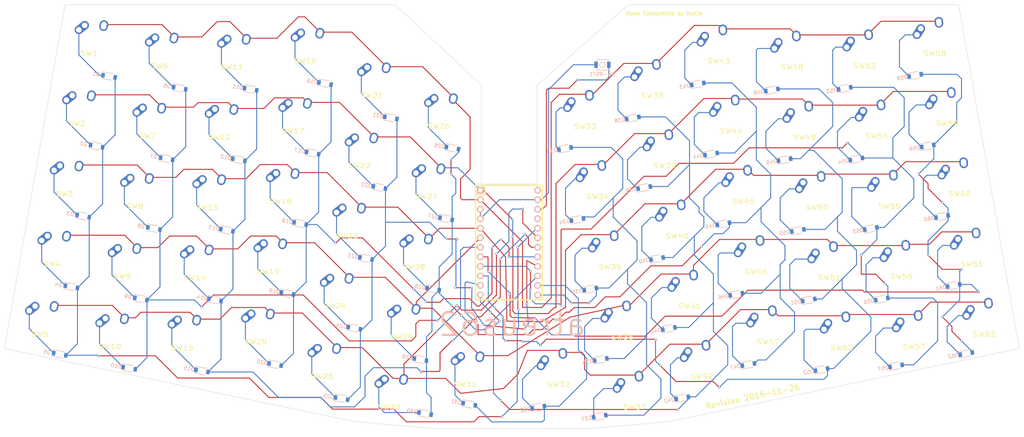
<source format=kicad_pcb>
(kicad_pcb (version 20171130) (host pcbnew "(5.1.4)-1")
  (layers (0 F.Cu signal) (31 B.Cu signal) (34 B.Paste user hide) (35 F.Paste user hide) (36 B.SilkS user) (37 F.SilkS user) (38 B.Mask user) (39 F.Mask user) (44 Edge.Cuts user))
  (net 0 "")
  (net 1 "Net-(D1-Pad1)")
  (net 2 /COL0)
  (net 3 "Net-(D2-Pad1)")
  (net 4 "Net-(D3-Pad1)")
  (net 5 "Net-(D4-Pad1)")
  (net 6 "Net-(D5-Pad1)")
  (net 7 "Net-(D6-Pad1)")
  (net 8 /COL1)
  (net 9 "Net-(D7-Pad1)")
  (net 10 "Net-(D8-Pad1)")
  (net 11 "Net-(D9-Pad1)")
  (net 12 "Net-(D10-Pad1)")
  (net 13 "Net-(D11-Pad1)")
  (net 14 /COL2)
  (net 15 "Net-(D12-Pad1)")
  (net 16 "Net-(D13-Pad1)")
  (net 17 "Net-(D14-Pad1)")
  (net 18 "Net-(D15-Pad1)")
  (net 19 "Net-(D16-Pad1)")
  (net 20 /COL3)
  (net 21 "Net-(D17-Pad1)")
  (net 22 "Net-(D18-Pad1)")
  (net 23 "Net-(D19-Pad1)")
  (net 24 "Net-(D20-Pad1)")
  (net 25 "Net-(D21-Pad1)")
  (net 26 /COL4)
  (net 27 "Net-(D22-Pad1)")
  (net 28 "Net-(D23-Pad1)")
  (net 29 "Net-(D24-Pad1)")
  (net 30 "Net-(D25-Pad1)")
  (net 31 "Net-(D26-Pad1)")
  (net 32 /COL5)
  (net 33 "Net-(D27-Pad1)")
  (net 34 "Net-(D28-Pad1)")
  (net 35 "Net-(D29-Pad1)")
  (net 36 "Net-(D30-Pad1)")
  (net 37 "Net-(D31-Pad1)")
  (net 38 /COL6)
  (net 39 "Net-(D32-Pad1)")
  (net 40 "Net-(D33-Pad1)")
  (net 41 /COL7)
  (net 42 "Net-(D34-Pad1)")
  (net 43 "Net-(D35-Pad1)")
  (net 44 "Net-(D36-Pad1)")
  (net 45 "Net-(D37-Pad1)")
  (net 46 "Net-(D38-Pad1)")
  (net 47 /COL8)
  (net 48 "Net-(D39-Pad1)")
  (net 49 "Net-(D40-Pad1)")
  (net 50 "Net-(D41-Pad1)")
  (net 51 "Net-(D42-Pad1)")
  (net 52 "Net-(D43-Pad1)")
  (net 53 /COL9)
  (net 54 "Net-(D44-Pad1)")
  (net 55 "Net-(D45-Pad1)")
  (net 56 "Net-(D46-Pad1)")
  (net 57 "Net-(D47-Pad1)")
  (net 58 "Net-(D48-Pad1)")
  (net 59 /COL10)
  (net 60 "Net-(D49-Pad1)")
  (net 61 "Net-(D50-Pad1)")
  (net 62 "Net-(D51-Pad1)")
  (net 63 "Net-(D52-Pad1)")
  (net 64 "Net-(D53-Pad1)")
  (net 65 /COL11)
  (net 66 "Net-(D54-Pad1)")
  (net 67 "Net-(D55-Pad1)")
  (net 68 "Net-(D56-Pad1)")
  (net 69 "Net-(D57-Pad1)")
  (net 70 "Net-(D58-Pad1)")
  (net 71 /COL12)
  (net 72 "Net-(D59-Pad1)")
  (net 73 "Net-(D60-Pad1)")
  (net 74 "Net-(D61-Pad1)")
  (net 75 "Net-(D62-Pad1)")
  (net 76 /ROW4)
  (net 77 /ROW3)
  (net 78 /ROW2)
  (net 79 /ROW1)
  (net 80 /ROW0)
  (net 81 GND)
  (net 82 VCC)
  (net 83 "Net-(U1-Pad24)")
  (net 84 "Net-(SW-RST1-Pad2)")
  (module footprints:MX-1U-NoLED (layer F.Cu) (at 41.841375 129.221819 350)
    (fp_text reference SW10 (at 0 3.175) (layer F.SilkS) (effects (font (size 1.27 1.524) (thickness 0.2032))))
    (fp_text value SWITCH_PUSH hide)
    (pad "" np_thru_hole circle (at 5.08 0 38.0996) (size 1.75 1.75) (drill 1.75) (layers *.Cu *.Mask))
    (pad "" np_thru_hole circle (at -5.08 0 38.0996) (size 1.75 1.75) (drill 1.75) (layers *.Cu *.Mask))
    (pad 2 thru_hole circle (at -2.5 -4 350) (size 2.25 2.25) (drill 1.47) (layers *.Cu *.Mask) (net 12 "Net-(D10-Pad1)"))
    (pad "" np_thru_hole circle (at 0 0 350) (size 3.9878 3.9878) (drill 3.9878) (layers *.Cu *.Mask))
    (pad 2 thru_hole oval (at -3.81 -2.54 38) (size 4.211556 2.25) (drill 1.47 (offset 0.980778 0)) (layers *.Cu *.Mask) (net 12 "Net-(D10-Pad1)"))
    (pad 1 thru_hole circle (at 2.54 -5.08 350) (size 2.25 2.25) (drill 1.47) (layers *.Cu *.Mask) (net 80 /ROW0))
    (pad 1 thru_hole oval (at 2.5 -4.5 76) (size 2.831378 2.25) (drill 1.47 (offset 0.290689 0)) (layers *.Cu *.Mask) (net 80 /ROW0))
  )
  (module footprints:MX-1U-NoLED (layer F.Cu) (at 273.504647 125.916404 10)
    (fp_text reference SW62 (at 0 3.175) (layer F.SilkS) (effects (font (size 1.27 1.524) (thickness 0.2032))))
    (fp_text value SWITCH_PUSH hide)
    (pad "" np_thru_hole circle (at 5.08 0 58.0996) (size 1.75 1.75) (drill 1.75) (layers *.Cu *.Mask))
    (pad "" np_thru_hole circle (at -5.08 0 58.0996) (size 1.75 1.75) (drill 1.75) (layers *.Cu *.Mask))
    (pad 2 thru_hole circle (at -2.5 -4 10) (size 2.25 2.25) (drill 1.47) (layers *.Cu *.Mask) (net 75 "Net-(D62-Pad1)"))
    (pad "" np_thru_hole circle (at 0 0 10) (size 3.9878 3.9878) (drill 3.9878) (layers *.Cu *.Mask))
    (pad 2 thru_hole oval (at -3.81 -2.54 58) (size 4.211556 2.25) (drill 1.47 (offset 0.980778 0)) (layers *.Cu *.Mask) (net 75 "Net-(D62-Pad1)"))
    (pad 1 thru_hole circle (at 2.54 -5.08 10) (size 2.25 2.25) (drill 1.47) (layers *.Cu *.Mask) (net 80 /ROW0))
    (pad 1 thru_hole oval (at 2.5 -4.5 96) (size 2.831378 2.25) (drill 1.47 (offset 0.290689 0)) (layers *.Cu *.Mask) (net 80 /ROW0))
  )
  (module footprints:MX-1U-NoLED (layer F.Cu) (at 270.205331 107.205057 10)
    (fp_text reference SW61 (at 0 3.175) (layer F.SilkS) (effects (font (size 1.27 1.524) (thickness 0.2032))))
    (fp_text value SWITCH_PUSH hide)
    (pad "" np_thru_hole circle (at 5.08 0 58.0996) (size 1.75 1.75) (drill 1.75) (layers *.Cu *.Mask))
    (pad "" np_thru_hole circle (at -5.08 0 58.0996) (size 1.75 1.75) (drill 1.75) (layers *.Cu *.Mask))
    (pad 2 thru_hole circle (at -2.5 -4 10) (size 2.25 2.25) (drill 1.47) (layers *.Cu *.Mask) (net 74 "Net-(D61-Pad1)"))
    (pad "" np_thru_hole circle (at 0 0 10) (size 3.9878 3.9878) (drill 3.9878) (layers *.Cu *.Mask))
    (pad 2 thru_hole oval (at -3.81 -2.54 58) (size 4.211556 2.25) (drill 1.47 (offset 0.980778 0)) (layers *.Cu *.Mask) (net 74 "Net-(D61-Pad1)"))
    (pad 1 thru_hole circle (at 2.54 -5.08 10) (size 2.25 2.25) (drill 1.47) (layers *.Cu *.Mask) (net 79 /ROW1))
    (pad 1 thru_hole oval (at 2.5 -4.5 96) (size 2.831378 2.25) (drill 1.47 (offset 0.290689 0)) (layers *.Cu *.Mask) (net 79 /ROW1))
  )
  (module footprints:MX-1U-NoLED (layer F.Cu) (at 266.906016 88.493709 10)
    (fp_text reference SW60 (at 0 3.175) (layer F.SilkS) (effects (font (size 1.27 1.524) (thickness 0.2032))))
    (fp_text value SWITCH_PUSH hide)
    (pad "" np_thru_hole circle (at 5.08 0 58.0996) (size 1.75 1.75) (drill 1.75) (layers *.Cu *.Mask))
    (pad "" np_thru_hole circle (at -5.08 0 58.0996) (size 1.75 1.75) (drill 1.75) (layers *.Cu *.Mask))
    (pad 2 thru_hole circle (at -2.5 -4 10) (size 2.25 2.25) (drill 1.47) (layers *.Cu *.Mask) (net 73 "Net-(D60-Pad1)"))
    (pad "" np_thru_hole circle (at 0 0 10) (size 3.9878 3.9878) (drill 3.9878) (layers *.Cu *.Mask))
    (pad 2 thru_hole oval (at -3.81 -2.54 58) (size 4.211556 2.25) (drill 1.47 (offset 0.980778 0)) (layers *.Cu *.Mask) (net 73 "Net-(D60-Pad1)"))
    (pad 1 thru_hole circle (at 2.54 -5.08 10) (size 2.25 2.25) (drill 1.47) (layers *.Cu *.Mask) (net 78 /ROW2))
    (pad 1 thru_hole oval (at 2.5 -4.5 96) (size 2.831378 2.25) (drill 1.47 (offset 0.290689 0)) (layers *.Cu *.Mask) (net 78 /ROW2))
  )
  (module footprints:MX-1U-NoLED (layer F.Cu) (at 263.6067 69.782362 10)
    (fp_text reference SW59 (at 0 3.175) (layer F.SilkS) (effects (font (size 1.27 1.524) (thickness 0.2032))))
    (fp_text value SWITCH_PUSH hide)
    (pad "" np_thru_hole circle (at 5.08 0 58.0996) (size 1.75 1.75) (drill 1.75) (layers *.Cu *.Mask))
    (pad "" np_thru_hole circle (at -5.08 0 58.0996) (size 1.75 1.75) (drill 1.75) (layers *.Cu *.Mask))
    (pad 2 thru_hole circle (at -2.5 -4 10) (size 2.25 2.25) (drill 1.47) (layers *.Cu *.Mask) (net 72 "Net-(D59-Pad1)"))
    (pad "" np_thru_hole circle (at 0 0 10) (size 3.9878 3.9878) (drill 3.9878) (layers *.Cu *.Mask))
    (pad 2 thru_hole oval (at -3.81 -2.54 58) (size 4.211556 2.25) (drill 1.47 (offset 0.980778 0)) (layers *.Cu *.Mask) (net 72 "Net-(D59-Pad1)"))
    (pad 1 thru_hole circle (at 2.54 -5.08 10) (size 2.25 2.25) (drill 1.47) (layers *.Cu *.Mask) (net 77 /ROW3))
    (pad 1 thru_hole oval (at 2.5 -4.5 96) (size 2.831378 2.25) (drill 1.47 (offset 0.290689 0)) (layers *.Cu *.Mask) (net 77 /ROW3))
  )
  (module footprints:MX-1U-NoLED (layer F.Cu) (at 260.307385 51.071015 10)
    (fp_text reference SW58 (at 0 3.175) (layer F.SilkS) (effects (font (size 1.27 1.524) (thickness 0.2032))))
    (fp_text value SWITCH_PUSH hide)
    (pad "" np_thru_hole circle (at 5.08 0 58.0996) (size 1.75 1.75) (drill 1.75) (layers *.Cu *.Mask))
    (pad "" np_thru_hole circle (at -5.08 0 58.0996) (size 1.75 1.75) (drill 1.75) (layers *.Cu *.Mask))
    (pad 2 thru_hole circle (at -2.5 -4 10) (size 2.25 2.25) (drill 1.47) (layers *.Cu *.Mask) (net 70 "Net-(D58-Pad1)"))
    (pad "" np_thru_hole circle (at 0 0 10) (size 3.9878 3.9878) (drill 3.9878) (layers *.Cu *.Mask))
    (pad 2 thru_hole oval (at -3.81 -2.54 58) (size 4.211556 2.25) (drill 1.47 (offset 0.980778 0)) (layers *.Cu *.Mask) (net 70 "Net-(D58-Pad1)"))
    (pad 1 thru_hole circle (at 2.54 -5.08 10) (size 2.25 2.25) (drill 1.47) (layers *.Cu *.Mask) (net 76 /ROW4))
    (pad 1 thru_hole oval (at 2.5 -4.5 96) (size 2.831378 2.25) (drill 1.47 (offset 0.290689 0)) (layers *.Cu *.Mask) (net 76 /ROW4))
  )
  (module footprints:MX-1U-NoLED (layer F.Cu) (at 254.793299 129.215719 10)
    (fp_text reference SW57 (at 0 3.175) (layer F.SilkS) (effects (font (size 1.27 1.524) (thickness 0.2032))))
    (fp_text value SWITCH_PUSH hide)
    (pad "" np_thru_hole circle (at 5.08 0 58.0996) (size 1.75 1.75) (drill 1.75) (layers *.Cu *.Mask))
    (pad "" np_thru_hole circle (at -5.08 0 58.0996) (size 1.75 1.75) (drill 1.75) (layers *.Cu *.Mask))
    (pad 2 thru_hole circle (at -2.5 -4 10) (size 2.25 2.25) (drill 1.47) (layers *.Cu *.Mask) (net 69 "Net-(D57-Pad1)"))
    (pad "" np_thru_hole circle (at 0 0 10) (size 3.9878 3.9878) (drill 3.9878) (layers *.Cu *.Mask))
    (pad 2 thru_hole oval (at -3.81 -2.54 58) (size 4.211556 2.25) (drill 1.47 (offset 0.980778 0)) (layers *.Cu *.Mask) (net 69 "Net-(D57-Pad1)"))
    (pad 1 thru_hole circle (at 2.54 -5.08 10) (size 2.25 2.25) (drill 1.47) (layers *.Cu *.Mask) (net 80 /ROW0))
    (pad 1 thru_hole oval (at 2.5 -4.5 96) (size 2.831378 2.25) (drill 1.47 (offset 0.290689 0)) (layers *.Cu *.Mask) (net 80 /ROW0))
  )
  (module footprints:MX-1U-NoLED (layer F.Cu) (at 251.493984 110.504372 10)
    (fp_text reference SW56 (at 0 3.175) (layer F.SilkS) (effects (font (size 1.27 1.524) (thickness 0.2032))))
    (fp_text value SWITCH_PUSH hide)
    (pad "" np_thru_hole circle (at 5.08 0 58.0996) (size 1.75 1.75) (drill 1.75) (layers *.Cu *.Mask))
    (pad "" np_thru_hole circle (at -5.08 0 58.0996) (size 1.75 1.75) (drill 1.75) (layers *.Cu *.Mask))
    (pad 2 thru_hole circle (at -2.5 -4 10) (size 2.25 2.25) (drill 1.47) (layers *.Cu *.Mask) (net 68 "Net-(D56-Pad1)"))
    (pad "" np_thru_hole circle (at 0 0 10) (size 3.9878 3.9878) (drill 3.9878) (layers *.Cu *.Mask))
    (pad 2 thru_hole oval (at -3.81 -2.54 58) (size 4.211556 2.25) (drill 1.47 (offset 0.980778 0)) (layers *.Cu *.Mask) (net 68 "Net-(D56-Pad1)"))
    (pad 1 thru_hole circle (at 2.54 -5.08 10) (size 2.25 2.25) (drill 1.47) (layers *.Cu *.Mask) (net 79 /ROW1))
    (pad 1 thru_hole oval (at 2.5 -4.5 96) (size 2.831378 2.25) (drill 1.47 (offset 0.290689 0)) (layers *.Cu *.Mask) (net 79 /ROW1))
  )
  (module footprints:MX-1U-NoLED (layer F.Cu) (at 248.194668 91.793025 10)
    (fp_text reference SW55 (at 0 3.175) (layer F.SilkS) (effects (font (size 1.27 1.524) (thickness 0.2032))))
    (fp_text value SWITCH_PUSH hide)
    (pad "" np_thru_hole circle (at 5.08 0 58.0996) (size 1.75 1.75) (drill 1.75) (layers *.Cu *.Mask))
    (pad "" np_thru_hole circle (at -5.08 0 58.0996) (size 1.75 1.75) (drill 1.75) (layers *.Cu *.Mask))
    (pad 2 thru_hole circle (at -2.5 -4 10) (size 2.25 2.25) (drill 1.47) (layers *.Cu *.Mask) (net 67 "Net-(D55-Pad1)"))
    (pad "" np_thru_hole circle (at 0 0 10) (size 3.9878 3.9878) (drill 3.9878) (layers *.Cu *.Mask))
    (pad 2 thru_hole oval (at -3.81 -2.54 58) (size 4.211556 2.25) (drill 1.47 (offset 0.980778 0)) (layers *.Cu *.Mask) (net 67 "Net-(D55-Pad1)"))
    (pad 1 thru_hole circle (at 2.54 -5.08 10) (size 2.25 2.25) (drill 1.47) (layers *.Cu *.Mask) (net 78 /ROW2))
    (pad 1 thru_hole oval (at 2.5 -4.5 96) (size 2.831378 2.25) (drill 1.47 (offset 0.290689 0)) (layers *.Cu *.Mask) (net 78 /ROW2))
  )
  (module footprints:MX-1U-NoLED (layer F.Cu) (at 244.895353 73.081678 10)
    (fp_text reference SW54 (at 0 3.175) (layer F.SilkS) (effects (font (size 1.27 1.524) (thickness 0.2032))))
    (fp_text value SWITCH_PUSH hide)
    (pad "" np_thru_hole circle (at 5.08 0 58.0996) (size 1.75 1.75) (drill 1.75) (layers *.Cu *.Mask))
    (pad "" np_thru_hole circle (at -5.08 0 58.0996) (size 1.75 1.75) (drill 1.75) (layers *.Cu *.Mask))
    (pad 2 thru_hole circle (at -2.5 -4 10) (size 2.25 2.25) (drill 1.47) (layers *.Cu *.Mask) (net 66 "Net-(D54-Pad1)"))
    (pad "" np_thru_hole circle (at 0 0 10) (size 3.9878 3.9878) (drill 3.9878) (layers *.Cu *.Mask))
    (pad 2 thru_hole oval (at -3.81 -2.54 58) (size 4.211556 2.25) (drill 1.47 (offset 0.980778 0)) (layers *.Cu *.Mask) (net 66 "Net-(D54-Pad1)"))
    (pad 1 thru_hole circle (at 2.54 -5.08 10) (size 2.25 2.25) (drill 1.47) (layers *.Cu *.Mask) (net 77 /ROW3))
    (pad 1 thru_hole oval (at 2.5 -4.5 96) (size 2.831378 2.25) (drill 1.47 (offset 0.290689 0)) (layers *.Cu *.Mask) (net 77 /ROW3))
  )
  (module footprints:MX-1U-NoLED (layer F.Cu) (at 241.596038 54.37033 10)
    (fp_text reference SW53 (at 0 3.175) (layer F.SilkS) (effects (font (size 1.27 1.524) (thickness 0.2032))))
    (fp_text value SWITCH_PUSH hide)
    (pad "" np_thru_hole circle (at 5.08 0 58.0996) (size 1.75 1.75) (drill 1.75) (layers *.Cu *.Mask))
    (pad "" np_thru_hole circle (at -5.08 0 58.0996) (size 1.75 1.75) (drill 1.75) (layers *.Cu *.Mask))
    (pad 2 thru_hole circle (at -2.5 -4 10) (size 2.25 2.25) (drill 1.47) (layers *.Cu *.Mask) (net 64 "Net-(D53-Pad1)"))
    (pad "" np_thru_hole circle (at 0 0 10) (size 3.9878 3.9878) (drill 3.9878) (layers *.Cu *.Mask))
    (pad 2 thru_hole oval (at -3.81 -2.54 58) (size 4.211556 2.25) (drill 1.47 (offset 0.980778 0)) (layers *.Cu *.Mask) (net 64 "Net-(D53-Pad1)"))
    (pad 1 thru_hole circle (at 2.54 -5.08 10) (size 2.25 2.25) (drill 1.47) (layers *.Cu *.Mask) (net 76 /ROW4))
    (pad 1 thru_hole oval (at 2.5 -4.5 96) (size 2.831378 2.25) (drill 1.47 (offset 0.290689 0)) (layers *.Cu *.Mask) (net 76 /ROW4))
  )
  (module footprints:MX-1U-NoLED (layer F.Cu) (at 235.561007 129.560612 10)
    (fp_text reference SW52 (at 0 3.175) (layer F.SilkS) (effects (font (size 1.27 1.524) (thickness 0.2032))))
    (fp_text value SWITCH_PUSH hide)
    (pad "" np_thru_hole circle (at 5.08 0 58.0996) (size 1.75 1.75) (drill 1.75) (layers *.Cu *.Mask))
    (pad "" np_thru_hole circle (at -5.08 0 58.0996) (size 1.75 1.75) (drill 1.75) (layers *.Cu *.Mask))
    (pad 2 thru_hole circle (at -2.5 -4 10) (size 2.25 2.25) (drill 1.47) (layers *.Cu *.Mask) (net 63 "Net-(D52-Pad1)"))
    (pad "" np_thru_hole circle (at 0 0 10) (size 3.9878 3.9878) (drill 3.9878) (layers *.Cu *.Mask))
    (pad 2 thru_hole oval (at -3.81 -2.54 58) (size 4.211556 2.25) (drill 1.47 (offset 0.980778 0)) (layers *.Cu *.Mask) (net 63 "Net-(D52-Pad1)"))
    (pad 1 thru_hole circle (at 2.54 -5.08 10) (size 2.25 2.25) (drill 1.47) (layers *.Cu *.Mask) (net 80 /ROW0))
    (pad 1 thru_hole oval (at 2.5 -4.5 96) (size 2.831378 2.25) (drill 1.47 (offset 0.290689 0)) (layers *.Cu *.Mask) (net 80 /ROW0))
  )
  (module footprints:MX-1U-NoLED (layer F.Cu) (at 232.261692 110.849264 10)
    (fp_text reference SW51 (at 0 3.175) (layer F.SilkS) (effects (font (size 1.27 1.524) (thickness 0.2032))))
    (fp_text value SWITCH_PUSH hide)
    (pad "" np_thru_hole circle (at 5.08 0 58.0996) (size 1.75 1.75) (drill 1.75) (layers *.Cu *.Mask))
    (pad "" np_thru_hole circle (at -5.08 0 58.0996) (size 1.75 1.75) (drill 1.75) (layers *.Cu *.Mask))
    (pad 2 thru_hole circle (at -2.5 -4 10) (size 2.25 2.25) (drill 1.47) (layers *.Cu *.Mask) (net 62 "Net-(D51-Pad1)"))
    (pad "" np_thru_hole circle (at 0 0 10) (size 3.9878 3.9878) (drill 3.9878) (layers *.Cu *.Mask))
    (pad 2 thru_hole oval (at -3.81 -2.54 58) (size 4.211556 2.25) (drill 1.47 (offset 0.980778 0)) (layers *.Cu *.Mask) (net 62 "Net-(D51-Pad1)"))
    (pad 1 thru_hole circle (at 2.54 -5.08 10) (size 2.25 2.25) (drill 1.47) (layers *.Cu *.Mask) (net 79 /ROW1))
    (pad 1 thru_hole oval (at 2.5 -4.5 96) (size 2.831378 2.25) (drill 1.47 (offset 0.290689 0)) (layers *.Cu *.Mask) (net 79 /ROW1))
  )
  (module footprints:MX-1U-NoLED (layer F.Cu) (at 228.962377 92.137917 10)
    (fp_text reference SW50 (at 0 3.175) (layer F.SilkS) (effects (font (size 1.27 1.524) (thickness 0.2032))))
    (fp_text value SWITCH_PUSH hide)
    (pad "" np_thru_hole circle (at 5.08 0 58.0996) (size 1.75 1.75) (drill 1.75) (layers *.Cu *.Mask))
    (pad "" np_thru_hole circle (at -5.08 0 58.0996) (size 1.75 1.75) (drill 1.75) (layers *.Cu *.Mask))
    (pad 2 thru_hole circle (at -2.5 -4 10) (size 2.25 2.25) (drill 1.47) (layers *.Cu *.Mask) (net 61 "Net-(D50-Pad1)"))
    (pad "" np_thru_hole circle (at 0 0 10) (size 3.9878 3.9878) (drill 3.9878) (layers *.Cu *.Mask))
    (pad 2 thru_hole oval (at -3.81 -2.54 58) (size 4.211556 2.25) (drill 1.47 (offset 0.980778 0)) (layers *.Cu *.Mask) (net 61 "Net-(D50-Pad1)"))
    (pad 1 thru_hole circle (at 2.54 -5.08 10) (size 2.25 2.25) (drill 1.47) (layers *.Cu *.Mask) (net 78 /ROW2))
    (pad 1 thru_hole oval (at 2.5 -4.5 96) (size 2.831378 2.25) (drill 1.47 (offset 0.290689 0)) (layers *.Cu *.Mask) (net 78 /ROW2))
  )
  (module footprints:MX-1U-NoLED (layer F.Cu) (at 225.663061 73.42657 10)
    (fp_text reference SW49 (at 0 3.175) (layer F.SilkS) (effects (font (size 1.27 1.524) (thickness 0.2032))))
    (fp_text value SWITCH_PUSH hide)
    (pad "" np_thru_hole circle (at 5.08 0 58.0996) (size 1.75 1.75) (drill 1.75) (layers *.Cu *.Mask))
    (pad "" np_thru_hole circle (at -5.08 0 58.0996) (size 1.75 1.75) (drill 1.75) (layers *.Cu *.Mask))
    (pad 2 thru_hole circle (at -2.5 -4 10) (size 2.25 2.25) (drill 1.47) (layers *.Cu *.Mask) (net 60 "Net-(D49-Pad1)"))
    (pad "" np_thru_hole circle (at 0 0 10) (size 3.9878 3.9878) (drill 3.9878) (layers *.Cu *.Mask))
    (pad 2 thru_hole oval (at -3.81 -2.54 58) (size 4.211556 2.25) (drill 1.47 (offset 0.980778 0)) (layers *.Cu *.Mask) (net 60 "Net-(D49-Pad1)"))
    (pad 1 thru_hole circle (at 2.54 -5.08 10) (size 2.25 2.25) (drill 1.47) (layers *.Cu *.Mask) (net 77 /ROW3))
    (pad 1 thru_hole oval (at 2.5 -4.5 96) (size 2.831378 2.25) (drill 1.47 (offset 0.290689 0)) (layers *.Cu *.Mask) (net 77 /ROW3))
  )
  (module footprints:MX-1U-NoLED (layer F.Cu) (at 222.363746 54.715222 10)
    (fp_text reference SW48 (at 0 3.175) (layer F.SilkS) (effects (font (size 1.27 1.524) (thickness 0.2032))))
    (fp_text value SWITCH_PUSH hide)
    (pad "" np_thru_hole circle (at 5.08 0 58.0996) (size 1.75 1.75) (drill 1.75) (layers *.Cu *.Mask))
    (pad "" np_thru_hole circle (at -5.08 0 58.0996) (size 1.75 1.75) (drill 1.75) (layers *.Cu *.Mask))
    (pad 2 thru_hole circle (at -2.5 -4 10) (size 2.25 2.25) (drill 1.47) (layers *.Cu *.Mask) (net 58 "Net-(D48-Pad1)"))
    (pad "" np_thru_hole circle (at 0 0 10) (size 3.9878 3.9878) (drill 3.9878) (layers *.Cu *.Mask))
    (pad 2 thru_hole oval (at -3.81 -2.54 58) (size 4.211556 2.25) (drill 1.47 (offset 0.980778 0)) (layers *.Cu *.Mask) (net 58 "Net-(D48-Pad1)"))
    (pad 1 thru_hole circle (at 2.54 -5.08 10) (size 2.25 2.25) (drill 1.47) (layers *.Cu *.Mask) (net 76 /ROW4))
    (pad 1 thru_hole oval (at 2.5 -4.5 96) (size 2.831378 2.25) (drill 1.47 (offset 0.290689 0)) (layers *.Cu *.Mask) (net 76 /ROW4))
  )
  (module footprints:MX-1U-NoLED (layer F.Cu) (at 215.981419 127.935888 10)
    (fp_text reference SW47 (at 0 3.175) (layer F.SilkS) (effects (font (size 1.27 1.524) (thickness 0.2032))))
    (fp_text value SWITCH_PUSH hide)
    (pad "" np_thru_hole circle (at 5.08 0 58.0996) (size 1.75 1.75) (drill 1.75) (layers *.Cu *.Mask))
    (pad "" np_thru_hole circle (at -5.08 0 58.0996) (size 1.75 1.75) (drill 1.75) (layers *.Cu *.Mask))
    (pad 2 thru_hole circle (at -2.5 -4 10) (size 2.25 2.25) (drill 1.47) (layers *.Cu *.Mask) (net 57 "Net-(D47-Pad1)"))
    (pad "" np_thru_hole circle (at 0 0 10) (size 3.9878 3.9878) (drill 3.9878) (layers *.Cu *.Mask))
    (pad 2 thru_hole oval (at -3.81 -2.54 58) (size 4.211556 2.25) (drill 1.47 (offset 0.980778 0)) (layers *.Cu *.Mask) (net 57 "Net-(D47-Pad1)"))
    (pad 1 thru_hole circle (at 2.54 -5.08 10) (size 2.25 2.25) (drill 1.47) (layers *.Cu *.Mask) (net 80 /ROW0))
    (pad 1 thru_hole oval (at 2.5 -4.5 96) (size 2.831378 2.25) (drill 1.47 (offset 0.290689 0)) (layers *.Cu *.Mask) (net 80 /ROW0))
  )
  (module footprints:MX-1U-NoLED (layer F.Cu) (at 212.682104 109.224541 10)
    (fp_text reference SW46 (at 0 3.175) (layer F.SilkS) (effects (font (size 1.27 1.524) (thickness 0.2032))))
    (fp_text value SWITCH_PUSH hide)
    (pad "" np_thru_hole circle (at 5.08 0 58.0996) (size 1.75 1.75) (drill 1.75) (layers *.Cu *.Mask))
    (pad "" np_thru_hole circle (at -5.08 0 58.0996) (size 1.75 1.75) (drill 1.75) (layers *.Cu *.Mask))
    (pad 2 thru_hole circle (at -2.5 -4 10) (size 2.25 2.25) (drill 1.47) (layers *.Cu *.Mask) (net 56 "Net-(D46-Pad1)"))
    (pad "" np_thru_hole circle (at 0 0 10) (size 3.9878 3.9878) (drill 3.9878) (layers *.Cu *.Mask))
    (pad 2 thru_hole oval (at -3.81 -2.54 58) (size 4.211556 2.25) (drill 1.47 (offset 0.980778 0)) (layers *.Cu *.Mask) (net 56 "Net-(D46-Pad1)"))
    (pad 1 thru_hole circle (at 2.54 -5.08 10) (size 2.25 2.25) (drill 1.47) (layers *.Cu *.Mask) (net 79 /ROW1))
    (pad 1 thru_hole oval (at 2.5 -4.5 96) (size 2.831378 2.25) (drill 1.47 (offset 0.290689 0)) (layers *.Cu *.Mask) (net 79 /ROW1))
  )
  (module footprints:MX-1U-NoLED (layer F.Cu) (at 209.382788 90.513194 10)
    (fp_text reference SW45 (at 0 3.175) (layer F.SilkS) (effects (font (size 1.27 1.524) (thickness 0.2032))))
    (fp_text value SWITCH_PUSH hide)
    (pad "" np_thru_hole circle (at 5.08 0 58.0996) (size 1.75 1.75) (drill 1.75) (layers *.Cu *.Mask))
    (pad "" np_thru_hole circle (at -5.08 0 58.0996) (size 1.75 1.75) (drill 1.75) (layers *.Cu *.Mask))
    (pad 2 thru_hole circle (at -2.5 -4 10) (size 2.25 2.25) (drill 1.47) (layers *.Cu *.Mask) (net 55 "Net-(D45-Pad1)"))
    (pad "" np_thru_hole circle (at 0 0 10) (size 3.9878 3.9878) (drill 3.9878) (layers *.Cu *.Mask))
    (pad 2 thru_hole oval (at -3.81 -2.54 58) (size 4.211556 2.25) (drill 1.47 (offset 0.980778 0)) (layers *.Cu *.Mask) (net 55 "Net-(D45-Pad1)"))
    (pad 1 thru_hole circle (at 2.54 -5.08 10) (size 2.25 2.25) (drill 1.47) (layers *.Cu *.Mask) (net 78 /ROW2))
    (pad 1 thru_hole oval (at 2.5 -4.5 96) (size 2.831378 2.25) (drill 1.47 (offset 0.290689 0)) (layers *.Cu *.Mask) (net 78 /ROW2))
  )
  (module footprints:MX-1U-NoLED (layer F.Cu) (at 206.083473 71.801846 10)
    (fp_text reference SW44 (at 0 3.175) (layer F.SilkS) (effects (font (size 1.27 1.524) (thickness 0.2032))))
    (fp_text value SWITCH_PUSH hide)
    (pad "" np_thru_hole circle (at 5.08 0 58.0996) (size 1.75 1.75) (drill 1.75) (layers *.Cu *.Mask))
    (pad "" np_thru_hole circle (at -5.08 0 58.0996) (size 1.75 1.75) (drill 1.75) (layers *.Cu *.Mask))
    (pad 2 thru_hole circle (at -2.5 -4 10) (size 2.25 2.25) (drill 1.47) (layers *.Cu *.Mask) (net 54 "Net-(D44-Pad1)"))
    (pad "" np_thru_hole circle (at 0 0 10) (size 3.9878 3.9878) (drill 3.9878) (layers *.Cu *.Mask))
    (pad 2 thru_hole oval (at -3.81 -2.54 58) (size 4.211556 2.25) (drill 1.47 (offset 0.980778 0)) (layers *.Cu *.Mask) (net 54 "Net-(D44-Pad1)"))
    (pad 1 thru_hole circle (at 2.54 -5.08 10) (size 2.25 2.25) (drill 1.47) (layers *.Cu *.Mask) (net 77 /ROW3))
    (pad 1 thru_hole oval (at 2.5 -4.5 96) (size 2.831378 2.25) (drill 1.47 (offset 0.290689 0)) (layers *.Cu *.Mask) (net 77 /ROW3))
  )
  (module footprints:MX-1U-NoLED (layer F.Cu) (at 202.784158 53.090499 10)
    (fp_text reference SW43 (at 0 3.175) (layer F.SilkS) (effects (font (size 1.27 1.524) (thickness 0.2032))))
    (fp_text value SWITCH_PUSH hide)
    (pad "" np_thru_hole circle (at 5.08 0 58.0996) (size 1.75 1.75) (drill 1.75) (layers *.Cu *.Mask))
    (pad "" np_thru_hole circle (at -5.08 0 58.0996) (size 1.75 1.75) (drill 1.75) (layers *.Cu *.Mask))
    (pad 2 thru_hole circle (at -2.5 -4 10) (size 2.25 2.25) (drill 1.47) (layers *.Cu *.Mask) (net 52 "Net-(D43-Pad1)"))
    (pad "" np_thru_hole circle (at 0 0 10) (size 3.9878 3.9878) (drill 3.9878) (layers *.Cu *.Mask))
    (pad 2 thru_hole oval (at -3.81 -2.54 58) (size 4.211556 2.25) (drill 1.47 (offset 0.980778 0)) (layers *.Cu *.Mask) (net 52 "Net-(D43-Pad1)"))
    (pad 1 thru_hole circle (at 2.54 -5.08 10) (size 2.25 2.25) (drill 1.47) (layers *.Cu *.Mask) (net 76 /ROW4))
    (pad 1 thru_hole oval (at 2.5 -4.5 96) (size 2.831378 2.25) (drill 1.47 (offset 0.290689 0)) (layers *.Cu *.Mask) (net 76 /ROW4))
  )
  (module footprints:MX-1U-NoLED (layer F.Cu) (at 198.311961 137.14405 10)
    (fp_text reference SW42 (at 0 3.175) (layer F.SilkS) (effects (font (size 1.27 1.524) (thickness 0.2032))))
    (fp_text value SWITCH_PUSH hide)
    (pad "" np_thru_hole circle (at 5.08 0 58.0996) (size 1.75 1.75) (drill 1.75) (layers *.Cu *.Mask))
    (pad "" np_thru_hole circle (at -5.08 0 58.0996) (size 1.75 1.75) (drill 1.75) (layers *.Cu *.Mask))
    (pad 2 thru_hole circle (at -2.5 -4 10) (size 2.25 2.25) (drill 1.47) (layers *.Cu *.Mask) (net 51 "Net-(D42-Pad1)"))
    (pad "" np_thru_hole circle (at 0 0 10) (size 3.9878 3.9878) (drill 3.9878) (layers *.Cu *.Mask))
    (pad 2 thru_hole oval (at -3.81 -2.54 58) (size 4.211556 2.25) (drill 1.47 (offset 0.980778 0)) (layers *.Cu *.Mask) (net 51 "Net-(D42-Pad1)"))
    (pad 1 thru_hole circle (at 2.54 -5.08 10) (size 2.25 2.25) (drill 1.47) (layers *.Cu *.Mask) (net 80 /ROW0))
    (pad 1 thru_hole oval (at 2.5 -4.5 96) (size 2.831378 2.25) (drill 1.47 (offset 0.290689 0)) (layers *.Cu *.Mask) (net 80 /ROW0))
  )
  (module footprints:MX-1U-NoLED (layer F.Cu) (at 195.012646 118.432703 10)
    (fp_text reference SW41 (at 0 3.175) (layer F.SilkS) (effects (font (size 1.27 1.524) (thickness 0.2032))))
    (fp_text value SWITCH_PUSH hide)
    (pad "" np_thru_hole circle (at 5.08 0 58.0996) (size 1.75 1.75) (drill 1.75) (layers *.Cu *.Mask))
    (pad "" np_thru_hole circle (at -5.08 0 58.0996) (size 1.75 1.75) (drill 1.75) (layers *.Cu *.Mask))
    (pad 2 thru_hole circle (at -2.5 -4 10) (size 2.25 2.25) (drill 1.47) (layers *.Cu *.Mask) (net 50 "Net-(D41-Pad1)"))
    (pad "" np_thru_hole circle (at 0 0 10) (size 3.9878 3.9878) (drill 3.9878) (layers *.Cu *.Mask))
    (pad 2 thru_hole oval (at -3.81 -2.54 58) (size 4.211556 2.25) (drill 1.47 (offset 0.980778 0)) (layers *.Cu *.Mask) (net 50 "Net-(D41-Pad1)"))
    (pad 1 thru_hole circle (at 2.54 -5.08 10) (size 2.25 2.25) (drill 1.47) (layers *.Cu *.Mask) (net 79 /ROW1))
    (pad 1 thru_hole oval (at 2.5 -4.5 96) (size 2.831378 2.25) (drill 1.47 (offset 0.290689 0)) (layers *.Cu *.Mask) (net 79 /ROW1))
  )
  (module footprints:MX-1U-NoLED (layer F.Cu) (at 191.71333 99.721355 10)
    (fp_text reference SW40 (at 0 3.175) (layer F.SilkS) (effects (font (size 1.27 1.524) (thickness 0.2032))))
    (fp_text value SWITCH_PUSH hide)
    (pad "" np_thru_hole circle (at 5.08 0 58.0996) (size 1.75 1.75) (drill 1.75) (layers *.Cu *.Mask))
    (pad "" np_thru_hole circle (at -5.08 0 58.0996) (size 1.75 1.75) (drill 1.75) (layers *.Cu *.Mask))
    (pad 2 thru_hole circle (at -2.5 -4 10) (size 2.25 2.25) (drill 1.47) (layers *.Cu *.Mask) (net 49 "Net-(D40-Pad1)"))
    (pad "" np_thru_hole circle (at 0 0 10) (size 3.9878 3.9878) (drill 3.9878) (layers *.Cu *.Mask))
    (pad 2 thru_hole oval (at -3.81 -2.54 58) (size 4.211556 2.25) (drill 1.47 (offset 0.980778 0)) (layers *.Cu *.Mask) (net 49 "Net-(D40-Pad1)"))
    (pad 1 thru_hole circle (at 2.54 -5.08 10) (size 2.25 2.25) (drill 1.47) (layers *.Cu *.Mask) (net 78 /ROW2))
    (pad 1 thru_hole oval (at 2.5 -4.5 96) (size 2.831378 2.25) (drill 1.47 (offset 0.290689 0)) (layers *.Cu *.Mask) (net 78 /ROW2))
  )
  (module footprints:MX-1U-NoLED (layer F.Cu) (at 188.414015 81.010008 10)
    (fp_text reference SW39 (at 0 3.175) (layer F.SilkS) (effects (font (size 1.27 1.524) (thickness 0.2032))))
    (fp_text value SWITCH_PUSH hide)
    (pad "" np_thru_hole circle (at 5.08 0 58.0996) (size 1.75 1.75) (drill 1.75) (layers *.Cu *.Mask))
    (pad "" np_thru_hole circle (at -5.08 0 58.0996) (size 1.75 1.75) (drill 1.75) (layers *.Cu *.Mask))
    (pad 2 thru_hole circle (at -2.5 -4 10) (size 2.25 2.25) (drill 1.47) (layers *.Cu *.Mask) (net 48 "Net-(D39-Pad1)"))
    (pad "" np_thru_hole circle (at 0 0 10) (size 3.9878 3.9878) (drill 3.9878) (layers *.Cu *.Mask))
    (pad 2 thru_hole oval (at -3.81 -2.54 58) (size 4.211556 2.25) (drill 1.47 (offset 0.980778 0)) (layers *.Cu *.Mask) (net 48 "Net-(D39-Pad1)"))
    (pad 1 thru_hole circle (at 2.54 -5.08 10) (size 2.25 2.25) (drill 1.47) (layers *.Cu *.Mask) (net 77 /ROW3))
    (pad 1 thru_hole oval (at 2.5 -4.5 96) (size 2.831378 2.25) (drill 1.47 (offset 0.290689 0)) (layers *.Cu *.Mask) (net 77 /ROW3))
  )
  (module footprints:MX-1U-NoLED (layer F.Cu) (at 185.114699 62.298661 10)
    (fp_text reference SW38 (at 0 3.175) (layer F.SilkS) (effects (font (size 1.27 1.524) (thickness 0.2032))))
    (fp_text value SWITCH_PUSH hide)
    (pad "" np_thru_hole circle (at 5.08 0 58.0996) (size 1.75 1.75) (drill 1.75) (layers *.Cu *.Mask))
    (pad "" np_thru_hole circle (at -5.08 0 58.0996) (size 1.75 1.75) (drill 1.75) (layers *.Cu *.Mask))
    (pad 2 thru_hole circle (at -2.5 -4 10) (size 2.25 2.25) (drill 1.47) (layers *.Cu *.Mask) (net 46 "Net-(D38-Pad1)"))
    (pad "" np_thru_hole circle (at 0 0 10) (size 3.9878 3.9878) (drill 3.9878) (layers *.Cu *.Mask))
    (pad 2 thru_hole oval (at -3.81 -2.54 58) (size 4.211556 2.25) (drill 1.47 (offset 0.980778 0)) (layers *.Cu *.Mask) (net 46 "Net-(D38-Pad1)"))
    (pad 1 thru_hole circle (at 2.54 -5.08 10) (size 2.25 2.25) (drill 1.47) (layers *.Cu *.Mask) (net 76 /ROW4))
    (pad 1 thru_hole oval (at 2.5 -4.5 96) (size 2.831378 2.25) (drill 1.47 (offset 0.290689 0)) (layers *.Cu *.Mask) (net 76 /ROW4))
  )
  (module footprints:MX-1U-NoLED (layer F.Cu) (at 177.169539 126.656057 10)
    (fp_text reference SW36 (at 0 3.175) (layer F.SilkS) (effects (font (size 1.27 1.524) (thickness 0.2032))))
    (fp_text value SWITCH_PUSH hide)
    (pad "" np_thru_hole circle (at 5.08 0 58.0996) (size 1.75 1.75) (drill 1.75) (layers *.Cu *.Mask))
    (pad "" np_thru_hole circle (at -5.08 0 58.0996) (size 1.75 1.75) (drill 1.75) (layers *.Cu *.Mask))
    (pad 2 thru_hole circle (at -2.5 -4 10) (size 2.25 2.25) (drill 1.47) (layers *.Cu *.Mask) (net 44 "Net-(D36-Pad1)"))
    (pad "" np_thru_hole circle (at 0 0 10) (size 3.9878 3.9878) (drill 3.9878) (layers *.Cu *.Mask))
    (pad 2 thru_hole oval (at -3.81 -2.54 58) (size 4.211556 2.25) (drill 1.47 (offset 0.980778 0)) (layers *.Cu *.Mask) (net 44 "Net-(D36-Pad1)"))
    (pad 1 thru_hole circle (at 2.54 -5.08 10) (size 2.25 2.25) (drill 1.47) (layers *.Cu *.Mask) (net 79 /ROW1))
    (pad 1 thru_hole oval (at 2.5 -4.5 96) (size 2.831378 2.25) (drill 1.47 (offset 0.290689 0)) (layers *.Cu *.Mask) (net 79 /ROW1))
  )
  (module footprints:MX-1U-NoLED (layer F.Cu) (at 173.870224 107.94471 10)
    (fp_text reference SW35 (at 0 3.175) (layer F.SilkS) (effects (font (size 1.27 1.524) (thickness 0.2032))))
    (fp_text value SWITCH_PUSH hide)
    (pad "" np_thru_hole circle (at 5.08 0 58.0996) (size 1.75 1.75) (drill 1.75) (layers *.Cu *.Mask))
    (pad "" np_thru_hole circle (at -5.08 0 58.0996) (size 1.75 1.75) (drill 1.75) (layers *.Cu *.Mask))
    (pad 2 thru_hole circle (at -2.5 -4 10) (size 2.25 2.25) (drill 1.47) (layers *.Cu *.Mask) (net 43 "Net-(D35-Pad1)"))
    (pad "" np_thru_hole circle (at 0 0 10) (size 3.9878 3.9878) (drill 3.9878) (layers *.Cu *.Mask))
    (pad 2 thru_hole oval (at -3.81 -2.54 58) (size 4.211556 2.25) (drill 1.47 (offset 0.980778 0)) (layers *.Cu *.Mask) (net 43 "Net-(D35-Pad1)"))
    (pad 1 thru_hole circle (at 2.54 -5.08 10) (size 2.25 2.25) (drill 1.47) (layers *.Cu *.Mask) (net 78 /ROW2))
    (pad 1 thru_hole oval (at 2.5 -4.5 96) (size 2.831378 2.25) (drill 1.47 (offset 0.290689 0)) (layers *.Cu *.Mask) (net 78 /ROW2))
  )
  (module footprints:MX-1U-NoLED (layer F.Cu) (at 170.570908 89.233362 10)
    (fp_text reference SW34 (at 0 3.175) (layer F.SilkS) (effects (font (size 1.27 1.524) (thickness 0.2032))))
    (fp_text value SWITCH_PUSH hide)
    (pad "" np_thru_hole circle (at 5.08 0 58.0996) (size 1.75 1.75) (drill 1.75) (layers *.Cu *.Mask))
    (pad "" np_thru_hole circle (at -5.08 0 58.0996) (size 1.75 1.75) (drill 1.75) (layers *.Cu *.Mask))
    (pad 2 thru_hole circle (at -2.5 -4 10) (size 2.25 2.25) (drill 1.47) (layers *.Cu *.Mask) (net 42 "Net-(D34-Pad1)"))
    (pad "" np_thru_hole circle (at 0 0 10) (size 3.9878 3.9878) (drill 3.9878) (layers *.Cu *.Mask))
    (pad 2 thru_hole oval (at -3.81 -2.54 58) (size 4.211556 2.25) (drill 1.47 (offset 0.980778 0)) (layers *.Cu *.Mask) (net 42 "Net-(D34-Pad1)"))
    (pad 1 thru_hole circle (at 2.54 -5.08 10) (size 2.25 2.25) (drill 1.47) (layers *.Cu *.Mask) (net 77 /ROW3))
    (pad 1 thru_hole oval (at 2.5 -4.5 96) (size 2.831378 2.25) (drill 1.47 (offset 0.290689 0)) (layers *.Cu *.Mask) (net 77 /ROW3))
  )
  (module footprints:MX-1U-NoLED (layer F.Cu) (at 167.271593 70.522015 10)
    (fp_text reference SW33 (at 0 3.175) (layer F.SilkS) (effects (font (size 1.27 1.524) (thickness 0.2032))))
    (fp_text value SWITCH_PUSH hide)
    (pad "" np_thru_hole circle (at 5.08 0 58.0996) (size 1.75 1.75) (drill 1.75) (layers *.Cu *.Mask))
    (pad "" np_thru_hole circle (at -5.08 0 58.0996) (size 1.75 1.75) (drill 1.75) (layers *.Cu *.Mask))
    (pad 2 thru_hole circle (at -2.5 -4 10) (size 2.25 2.25) (drill 1.47) (layers *.Cu *.Mask) (net 40 "Net-(D33-Pad1)"))
    (pad "" np_thru_hole circle (at 0 0 10) (size 3.9878 3.9878) (drill 3.9878) (layers *.Cu *.Mask))
    (pad 2 thru_hole oval (at -3.81 -2.54 58) (size 4.211556 2.25) (drill 1.47 (offset 0.980778 0)) (layers *.Cu *.Mask) (net 40 "Net-(D33-Pad1)"))
    (pad 1 thru_hole circle (at 2.54 -5.08 10) (size 2.25 2.25) (drill 1.47) (layers *.Cu *.Mask) (net 76 /ROW4))
    (pad 1 thru_hole oval (at 2.5 -4.5 96) (size 2.831378 2.25) (drill 1.47 (offset 0.290689 0)) (layers *.Cu *.Mask) (net 76 /ROW4))
  )
  (module footprints:MX-1U-NoLED (layer F.Cu) (at 160.194674 139.32 10)
    (fp_text reference SW32 (at 0 3.175) (layer F.SilkS) (effects (font (size 1.27 1.524) (thickness 0.2032))))
    (fp_text value SWITCH_PUSH hide)
    (pad 1 thru_hole oval (at 2.5 -4.5 96) (size 2.831378 2.25) (drill 1.47 (offset 0.290689 0)) (layers *.Cu *.Mask) (net 80 /ROW0))
    (pad 1 thru_hole circle (at 2.54 -5.08 10) (size 2.25 2.25) (drill 1.47) (layers *.Cu *.Mask) (net 80 /ROW0))
    (pad 2 thru_hole oval (at -3.81 -2.54 58) (size 4.211556 2.25) (drill 1.47 (offset 0.980778 0)) (layers *.Cu *.Mask) (net 39 "Net-(D32-Pad1)"))
    (pad "" np_thru_hole circle (at 0 0 10) (size 3.9878 3.9878) (drill 3.9878) (layers *.Cu *.Mask))
    (pad 2 thru_hole circle (at -2.5 -4 10) (size 2.25 2.25) (drill 1.47) (layers *.Cu *.Mask) (net 39 "Net-(D32-Pad1)"))
    (pad "" np_thru_hole circle (at -5.08 0 58.0996) (size 1.75 1.75) (drill 1.75) (layers *.Cu *.Mask))
    (pad "" np_thru_hole circle (at 5.08 0 58.0996) (size 1.75 1.75) (drill 1.75) (layers *.Cu *.Mask))
  )
  (module footprints:MX-1U-NoLED (layer F.Cu) (at 136.44 139.32 350)
    (fp_text reference SW31 (at 0 3.175) (layer F.SilkS) (effects (font (size 1.27 1.524) (thickness 0.2032))))
    (fp_text value SWITCH_PUSH hide)
    (pad 1 thru_hole oval (at 2.5 -4.5 76) (size 2.831378 2.25) (drill 1.47 (offset 0.290689 0)) (layers *.Cu *.Mask) (net 79 /ROW1))
    (pad 1 thru_hole circle (at 2.54 -5.08 350) (size 2.25 2.25) (drill 1.47) (layers *.Cu *.Mask) (net 79 /ROW1))
    (pad 2 thru_hole oval (at -3.81 -2.54 38) (size 4.211556 2.25) (drill 1.47 (offset 0.980778 0)) (layers *.Cu *.Mask) (net 37 "Net-(D31-Pad1)"))
    (pad "" np_thru_hole circle (at 0 0 350) (size 3.9878 3.9878) (drill 3.9878) (layers *.Cu *.Mask))
    (pad 2 thru_hole circle (at -2.5 -4 350) (size 2.25 2.25) (drill 1.47) (layers *.Cu *.Mask) (net 37 "Net-(D31-Pad1)"))
    (pad "" np_thru_hole circle (at -5.08 0 38.0996) (size 1.75 1.75) (drill 1.75) (layers *.Cu *.Mask))
    (pad "" np_thru_hole circle (at 5.08 0 38.0996) (size 1.75 1.75) (drill 1.75) (layers *.Cu *.Mask))
  )
  (module footprints:MX-1U-NoLED (layer F.Cu) (at 119.465135 126.662157 350)
    (fp_text reference SW29 (at 0 3.175) (layer F.SilkS) (effects (font (size 1.27 1.524) (thickness 0.2032))))
    (fp_text value SWITCH_PUSH hide)
    (pad "" np_thru_hole circle (at 5.08 0 38.0996) (size 1.75 1.75) (drill 1.75) (layers *.Cu *.Mask))
    (pad "" np_thru_hole circle (at -5.08 0 38.0996) (size 1.75 1.75) (drill 1.75) (layers *.Cu *.Mask))
    (pad 2 thru_hole circle (at -2.5 -4 350) (size 2.25 2.25) (drill 1.47) (layers *.Cu *.Mask) (net 35 "Net-(D29-Pad1)"))
    (pad "" np_thru_hole circle (at 0 0 350) (size 3.9878 3.9878) (drill 3.9878) (layers *.Cu *.Mask))
    (pad 2 thru_hole oval (at -3.81 -2.54 38) (size 4.211556 2.25) (drill 1.47 (offset 0.980778 0)) (layers *.Cu *.Mask) (net 35 "Net-(D29-Pad1)"))
    (pad 1 thru_hole circle (at 2.54 -5.08 350) (size 2.25 2.25) (drill 1.47) (layers *.Cu *.Mask) (net 79 /ROW1))
    (pad 1 thru_hole oval (at 2.5 -4.5 76) (size 2.831378 2.25) (drill 1.47 (offset 0.290689 0)) (layers *.Cu *.Mask) (net 79 /ROW1))
  )
  (module footprints:MX-1U-NoLED (layer F.Cu) (at 122.76445 107.950809 350)
    (fp_text reference SW28 (at 0 3.175) (layer F.SilkS) (effects (font (size 1.27 1.524) (thickness 0.2032))))
    (fp_text value SWITCH_PUSH hide)
    (pad "" np_thru_hole circle (at 5.08 0 38.0996) (size 1.75 1.75) (drill 1.75) (layers *.Cu *.Mask))
    (pad "" np_thru_hole circle (at -5.08 0 38.0996) (size 1.75 1.75) (drill 1.75) (layers *.Cu *.Mask))
    (pad 2 thru_hole circle (at -2.5 -4 350) (size 2.25 2.25) (drill 1.47) (layers *.Cu *.Mask) (net 34 "Net-(D28-Pad1)"))
    (pad "" np_thru_hole circle (at 0 0 350) (size 3.9878 3.9878) (drill 3.9878) (layers *.Cu *.Mask))
    (pad 2 thru_hole oval (at -3.81 -2.54 38) (size 4.211556 2.25) (drill 1.47 (offset 0.980778 0)) (layers *.Cu *.Mask) (net 34 "Net-(D28-Pad1)"))
    (pad 1 thru_hole circle (at 2.54 -5.08 350) (size 2.25 2.25) (drill 1.47) (layers *.Cu *.Mask) (net 78 /ROW2))
    (pad 1 thru_hole oval (at 2.5 -4.5 76) (size 2.831378 2.25) (drill 1.47 (offset 0.290689 0)) (layers *.Cu *.Mask) (net 78 /ROW2))
  )
  (module footprints:MX-1U-NoLED (layer F.Cu) (at 126.063766 89.239462 350)
    (fp_text reference SW27 (at 0 3.175) (layer F.SilkS) (effects (font (size 1.27 1.524) (thickness 0.2032))))
    (fp_text value SWITCH_PUSH hide)
    (pad "" np_thru_hole circle (at 5.08 0 38.0996) (size 1.75 1.75) (drill 1.75) (layers *.Cu *.Mask))
    (pad "" np_thru_hole circle (at -5.08 0 38.0996) (size 1.75 1.75) (drill 1.75) (layers *.Cu *.Mask))
    (pad 2 thru_hole circle (at -2.5 -4 350) (size 2.25 2.25) (drill 1.47) (layers *.Cu *.Mask) (net 33 "Net-(D27-Pad1)"))
    (pad "" np_thru_hole circle (at 0 0 350) (size 3.9878 3.9878) (drill 3.9878) (layers *.Cu *.Mask))
    (pad 2 thru_hole oval (at -3.81 -2.54 38) (size 4.211556 2.25) (drill 1.47 (offset 0.980778 0)) (layers *.Cu *.Mask) (net 33 "Net-(D27-Pad1)"))
    (pad 1 thru_hole circle (at 2.54 -5.08 350) (size 2.25 2.25) (drill 1.47) (layers *.Cu *.Mask) (net 77 /ROW3))
    (pad 1 thru_hole oval (at 2.5 -4.5 76) (size 2.831378 2.25) (drill 1.47 (offset 0.290689 0)) (layers *.Cu *.Mask) (net 77 /ROW3))
  )
  (module footprints:MX-1U-NoLED (layer F.Cu) (at 129.363081 70.528115 350)
    (fp_text reference SW26 (at 0 3.175) (layer F.SilkS) (effects (font (size 1.27 1.524) (thickness 0.2032))))
    (fp_text value SWITCH_PUSH hide)
    (pad "" np_thru_hole circle (at 5.08 0 38.0996) (size 1.75 1.75) (drill 1.75) (layers *.Cu *.Mask))
    (pad "" np_thru_hole circle (at -5.08 0 38.0996) (size 1.75 1.75) (drill 1.75) (layers *.Cu *.Mask))
    (pad 2 thru_hole circle (at -2.5 -4 350) (size 2.25 2.25) (drill 1.47) (layers *.Cu *.Mask) (net 31 "Net-(D26-Pad1)"))
    (pad "" np_thru_hole circle (at 0 0 350) (size 3.9878 3.9878) (drill 3.9878) (layers *.Cu *.Mask))
    (pad 2 thru_hole oval (at -3.81 -2.54 38) (size 4.211556 2.25) (drill 1.47 (offset 0.980778 0)) (layers *.Cu *.Mask) (net 31 "Net-(D26-Pad1)"))
    (pad 1 thru_hole circle (at 2.54 -5.08 350) (size 2.25 2.25) (drill 1.47) (layers *.Cu *.Mask) (net 76 /ROW4))
    (pad 1 thru_hole oval (at 2.5 -4.5 76) (size 2.831378 2.25) (drill 1.47 (offset 0.290689 0)) (layers *.Cu *.Mask) (net 76 /ROW4))
  )
  (module footprints:MX-1U-NoLED (layer F.Cu) (at 98.322713 137.15015 350)
    (fp_text reference SW25 (at 0 3.175) (layer F.SilkS) (effects (font (size 1.27 1.524) (thickness 0.2032))))
    (fp_text value SWITCH_PUSH hide)
    (pad "" np_thru_hole circle (at 5.08 0 38.0996) (size 1.75 1.75) (drill 1.75) (layers *.Cu *.Mask))
    (pad "" np_thru_hole circle (at -5.08 0 38.0996) (size 1.75 1.75) (drill 1.75) (layers *.Cu *.Mask))
    (pad 2 thru_hole circle (at -2.5 -4 350) (size 2.25 2.25) (drill 1.47) (layers *.Cu *.Mask) (net 30 "Net-(D25-Pad1)"))
    (pad "" np_thru_hole circle (at 0 0 350) (size 3.9878 3.9878) (drill 3.9878) (layers *.Cu *.Mask))
    (pad 2 thru_hole oval (at -3.81 -2.54 38) (size 4.211556 2.25) (drill 1.47 (offset 0.980778 0)) (layers *.Cu *.Mask) (net 30 "Net-(D25-Pad1)"))
    (pad 1 thru_hole circle (at 2.54 -5.08 350) (size 2.25 2.25) (drill 1.47) (layers *.Cu *.Mask) (net 80 /ROW0))
    (pad 1 thru_hole oval (at 2.5 -4.5 76) (size 2.831378 2.25) (drill 1.47 (offset 0.290689 0)) (layers *.Cu *.Mask) (net 80 /ROW0))
  )
  (module footprints:MX-1U-NoLED (layer F.Cu) (at 101.622028 118.438803 350)
    (fp_text reference SW24 (at 0 3.175) (layer F.SilkS) (effects (font (size 1.27 1.524) (thickness 0.2032))))
    (fp_text value SWITCH_PUSH hide)
    (pad "" np_thru_hole circle (at 5.08 0 38.0996) (size 1.75 1.75) (drill 1.75) (layers *.Cu *.Mask))
    (pad "" np_thru_hole circle (at -5.08 0 38.0996) (size 1.75 1.75) (drill 1.75) (layers *.Cu *.Mask))
    (pad 2 thru_hole circle (at -2.5 -4 350) (size 2.25 2.25) (drill 1.47) (layers *.Cu *.Mask) (net 29 "Net-(D24-Pad1)"))
    (pad "" np_thru_hole circle (at 0 0 350) (size 3.9878 3.9878) (drill 3.9878) (layers *.Cu *.Mask))
    (pad 2 thru_hole oval (at -3.81 -2.54 38) (size 4.211556 2.25) (drill 1.47 (offset 0.980778 0)) (layers *.Cu *.Mask) (net 29 "Net-(D24-Pad1)"))
    (pad 1 thru_hole circle (at 2.54 -5.08 350) (size 2.25 2.25) (drill 1.47) (layers *.Cu *.Mask) (net 79 /ROW1))
    (pad 1 thru_hole oval (at 2.5 -4.5 76) (size 2.831378 2.25) (drill 1.47 (offset 0.290689 0)) (layers *.Cu *.Mask) (net 79 /ROW1))
  )
  (module footprints:MX-1U-NoLED (layer F.Cu) (at 104.921344 99.727455 350)
    (fp_text reference SW23 (at 0 3.175) (layer F.SilkS) (effects (font (size 1.27 1.524) (thickness 0.2032))))
    (fp_text value SWITCH_PUSH hide)
    (pad "" np_thru_hole circle (at 5.08 0 38.0996) (size 1.75 1.75) (drill 1.75) (layers *.Cu *.Mask))
    (pad "" np_thru_hole circle (at -5.08 0 38.0996) (size 1.75 1.75) (drill 1.75) (layers *.Cu *.Mask))
    (pad 2 thru_hole circle (at -2.5 -4 350) (size 2.25 2.25) (drill 1.47) (layers *.Cu *.Mask) (net 28 "Net-(D23-Pad1)"))
    (pad "" np_thru_hole circle (at 0 0 350) (size 3.9878 3.9878) (drill 3.9878) (layers *.Cu *.Mask))
    (pad 2 thru_hole oval (at -3.81 -2.54 38) (size 4.211556 2.25) (drill 1.47 (offset 0.980778 0)) (layers *.Cu *.Mask) (net 28 "Net-(D23-Pad1)"))
    (pad 1 thru_hole circle (at 2.54 -5.08 350) (size 2.25 2.25) (drill 1.47) (layers *.Cu *.Mask) (net 78 /ROW2))
    (pad 1 thru_hole oval (at 2.5 -4.5 76) (size 2.831378 2.25) (drill 1.47 (offset 0.290689 0)) (layers *.Cu *.Mask) (net 78 /ROW2))
  )
  (module footprints:MX-1U-NoLED (layer F.Cu) (at 108.220659 81.016108 350)
    (fp_text reference SW22 (at 0 3.175) (layer F.SilkS) (effects (font (size 1.27 1.524) (thickness 0.2032))))
    (fp_text value SWITCH_PUSH hide)
    (pad "" np_thru_hole circle (at 5.08 0 38.0996) (size 1.75 1.75) (drill 1.75) (layers *.Cu *.Mask))
    (pad "" np_thru_hole circle (at -5.08 0 38.0996) (size 1.75 1.75) (drill 1.75) (layers *.Cu *.Mask))
    (pad 2 thru_hole circle (at -2.5 -4 350) (size 2.25 2.25) (drill 1.47) (layers *.Cu *.Mask) (net 27 "Net-(D22-Pad1)"))
    (pad "" np_thru_hole circle (at 0 0 350) (size 3.9878 3.9878) (drill 3.9878) (layers *.Cu *.Mask))
    (pad 2 thru_hole oval (at -3.81 -2.54 38) (size 4.211556 2.25) (drill 1.47 (offset 0.980778 0)) (layers *.Cu *.Mask) (net 27 "Net-(D22-Pad1)"))
    (pad 1 thru_hole circle (at 2.54 -5.08 350) (size 2.25 2.25) (drill 1.47) (layers *.Cu *.Mask) (net 77 /ROW3))
    (pad 1 thru_hole oval (at 2.5 -4.5 76) (size 2.831378 2.25) (drill 1.47 (offset 0.290689 0)) (layers *.Cu *.Mask) (net 77 /ROW3))
  )
  (module footprints:MX-1U-NoLED (layer F.Cu) (at 111.519975 62.304761 350)
    (fp_text reference SW21 (at 0 3.175) (layer F.SilkS) (effects (font (size 1.27 1.524) (thickness 0.2032))))
    (fp_text value SWITCH_PUSH hide)
    (pad "" np_thru_hole circle (at 5.08 0 38.0996) (size 1.75 1.75) (drill 1.75) (layers *.Cu *.Mask))
    (pad "" np_thru_hole circle (at -5.08 0 38.0996) (size 1.75 1.75) (drill 1.75) (layers *.Cu *.Mask))
    (pad 2 thru_hole circle (at -2.5 -4 350) (size 2.25 2.25) (drill 1.47) (layers *.Cu *.Mask) (net 25 "Net-(D21-Pad1)"))
    (pad "" np_thru_hole circle (at 0 0 350) (size 3.9878 3.9878) (drill 3.9878) (layers *.Cu *.Mask))
    (pad 2 thru_hole oval (at -3.81 -2.54 38) (size 4.211556 2.25) (drill 1.47 (offset 0.980778 0)) (layers *.Cu *.Mask) (net 25 "Net-(D21-Pad1)"))
    (pad 1 thru_hole circle (at 2.54 -5.08 350) (size 2.25 2.25) (drill 1.47) (layers *.Cu *.Mask) (net 76 /ROW4))
    (pad 1 thru_hole oval (at 2.5 -4.5 76) (size 2.831378 2.25) (drill 1.47 (offset 0.290689 0)) (layers *.Cu *.Mask) (net 76 /ROW4))
  )
  (module footprints:MX-1U-NoLED (layer F.Cu) (at 80.653255 127.941988 350)
    (fp_text reference SW20 (at 0 3.175) (layer F.SilkS) (effects (font (size 1.27 1.524) (thickness 0.2032))))
    (fp_text value SWITCH_PUSH hide)
    (pad "" np_thru_hole circle (at 5.08 0 38.0996) (size 1.75 1.75) (drill 1.75) (layers *.Cu *.Mask))
    (pad "" np_thru_hole circle (at -5.08 0 38.0996) (size 1.75 1.75) (drill 1.75) (layers *.Cu *.Mask))
    (pad 2 thru_hole circle (at -2.5 -4 350) (size 2.25 2.25) (drill 1.47) (layers *.Cu *.Mask) (net 24 "Net-(D20-Pad1)"))
    (pad "" np_thru_hole circle (at 0 0 350) (size 3.9878 3.9878) (drill 3.9878) (layers *.Cu *.Mask))
    (pad 2 thru_hole oval (at -3.81 -2.54 38) (size 4.211556 2.25) (drill 1.47 (offset 0.980778 0)) (layers *.Cu *.Mask) (net 24 "Net-(D20-Pad1)"))
    (pad 1 thru_hole circle (at 2.54 -5.08 350) (size 2.25 2.25) (drill 1.47) (layers *.Cu *.Mask) (net 80 /ROW0))
    (pad 1 thru_hole oval (at 2.5 -4.5 76) (size 2.831378 2.25) (drill 1.47 (offset 0.290689 0)) (layers *.Cu *.Mask) (net 80 /ROW0))
  )
  (module footprints:MX-1U-NoLED (layer F.Cu) (at 83.95257 109.230641 350)
    (fp_text reference SW19 (at 0 3.175) (layer F.SilkS) (effects (font (size 1.27 1.524) (thickness 0.2032))))
    (fp_text value SWITCH_PUSH hide)
    (pad "" np_thru_hole circle (at 5.08 0 38.0996) (size 1.75 1.75) (drill 1.75) (layers *.Cu *.Mask))
    (pad "" np_thru_hole circle (at -5.08 0 38.0996) (size 1.75 1.75) (drill 1.75) (layers *.Cu *.Mask))
    (pad 2 thru_hole circle (at -2.5 -4 350) (size 2.25 2.25) (drill 1.47) (layers *.Cu *.Mask) (net 23 "Net-(D19-Pad1)"))
    (pad "" np_thru_hole circle (at 0 0 350) (size 3.9878 3.9878) (drill 3.9878) (layers *.Cu *.Mask))
    (pad 2 thru_hole oval (at -3.81 -2.54 38) (size 4.211556 2.25) (drill 1.47 (offset 0.980778 0)) (layers *.Cu *.Mask) (net 23 "Net-(D19-Pad1)"))
    (pad 1 thru_hole circle (at 2.54 -5.08 350) (size 2.25 2.25) (drill 1.47) (layers *.Cu *.Mask) (net 79 /ROW1))
    (pad 1 thru_hole oval (at 2.5 -4.5 76) (size 2.831378 2.25) (drill 1.47 (offset 0.290689 0)) (layers *.Cu *.Mask) (net 79 /ROW1))
  )
  (module footprints:MX-1U-NoLED (layer F.Cu) (at 87.251886 90.519293 350)
    (fp_text reference SW18 (at 0 3.175) (layer F.SilkS) (effects (font (size 1.27 1.524) (thickness 0.2032))))
    (fp_text value SWITCH_PUSH hide)
    (pad "" np_thru_hole circle (at 5.08 0 38.0996) (size 1.75 1.75) (drill 1.75) (layers *.Cu *.Mask))
    (pad "" np_thru_hole circle (at -5.08 0 38.0996) (size 1.75 1.75) (drill 1.75) (layers *.Cu *.Mask))
    (pad 2 thru_hole circle (at -2.5 -4 350) (size 2.25 2.25) (drill 1.47) (layers *.Cu *.Mask) (net 22 "Net-(D18-Pad1)"))
    (pad "" np_thru_hole circle (at 0 0 350) (size 3.9878 3.9878) (drill 3.9878) (layers *.Cu *.Mask))
    (pad 2 thru_hole oval (at -3.81 -2.54 38) (size 4.211556 2.25) (drill 1.47 (offset 0.980778 0)) (layers *.Cu *.Mask) (net 22 "Net-(D18-Pad1)"))
    (pad 1 thru_hole circle (at 2.54 -5.08 350) (size 2.25 2.25) (drill 1.47) (layers *.Cu *.Mask) (net 78 /ROW2))
    (pad 1 thru_hole oval (at 2.5 -4.5 76) (size 2.831378 2.25) (drill 1.47 (offset 0.290689 0)) (layers *.Cu *.Mask) (net 78 /ROW2))
  )
  (module footprints:MX-1U-NoLED (layer F.Cu) (at 90.551201 71.807946 350)
    (fp_text reference SW17 (at 0 3.175) (layer F.SilkS) (effects (font (size 1.27 1.524) (thickness 0.2032))))
    (fp_text value SWITCH_PUSH hide)
    (pad "" np_thru_hole circle (at 5.08 0 38.0996) (size 1.75 1.75) (drill 1.75) (layers *.Cu *.Mask))
    (pad "" np_thru_hole circle (at -5.08 0 38.0996) (size 1.75 1.75) (drill 1.75) (layers *.Cu *.Mask))
    (pad 2 thru_hole circle (at -2.5 -4 350) (size 2.25 2.25) (drill 1.47) (layers *.Cu *.Mask) (net 21 "Net-(D17-Pad1)"))
    (pad "" np_thru_hole circle (at 0 0 350) (size 3.9878 3.9878) (drill 3.9878) (layers *.Cu *.Mask))
    (pad 2 thru_hole oval (at -3.81 -2.54 38) (size 4.211556 2.25) (drill 1.47 (offset 0.980778 0)) (layers *.Cu *.Mask) (net 21 "Net-(D17-Pad1)"))
    (pad 1 thru_hole circle (at 2.54 -5.08 350) (size 2.25 2.25) (drill 1.47) (layers *.Cu *.Mask) (net 77 /ROW3))
    (pad 1 thru_hole oval (at 2.5 -4.5 76) (size 2.831378 2.25) (drill 1.47 (offset 0.290689 0)) (layers *.Cu *.Mask) (net 77 /ROW3))
  )
  (module footprints:MX-1U-NoLED (layer F.Cu) (at 93.850516 53.096599 350)
    (fp_text reference SW16 (at 0 3.175) (layer F.SilkS) (effects (font (size 1.27 1.524) (thickness 0.2032))))
    (fp_text value SWITCH_PUSH hide)
    (pad "" np_thru_hole circle (at 5.08 0 38.0996) (size 1.75 1.75) (drill 1.75) (layers *.Cu *.Mask))
    (pad "" np_thru_hole circle (at -5.08 0 38.0996) (size 1.75 1.75) (drill 1.75) (layers *.Cu *.Mask))
    (pad 2 thru_hole circle (at -2.5 -4 350) (size 2.25 2.25) (drill 1.47) (layers *.Cu *.Mask) (net 19 "Net-(D16-Pad1)"))
    (pad "" np_thru_hole circle (at 0 0 350) (size 3.9878 3.9878) (drill 3.9878) (layers *.Cu *.Mask))
    (pad 2 thru_hole oval (at -3.81 -2.54 38) (size 4.211556 2.25) (drill 1.47 (offset 0.980778 0)) (layers *.Cu *.Mask) (net 19 "Net-(D16-Pad1)"))
    (pad 1 thru_hole circle (at 2.54 -5.08 350) (size 2.25 2.25) (drill 1.47) (layers *.Cu *.Mask) (net 76 /ROW4))
    (pad 1 thru_hole oval (at 2.5 -4.5 76) (size 2.831378 2.25) (drill 1.47 (offset 0.290689 0)) (layers *.Cu *.Mask) (net 76 /ROW4))
  )
  (module footprints:MX-1U-NoLED (layer F.Cu) (at 61.073667 129.566711 350)
    (fp_text reference SW15 (at 0 3.175) (layer F.SilkS) (effects (font (size 1.27 1.524) (thickness 0.2032))))
    (fp_text value SWITCH_PUSH hide)
    (pad "" np_thru_hole circle (at 5.08 0 38.0996) (size 1.75 1.75) (drill 1.75) (layers *.Cu *.Mask))
    (pad "" np_thru_hole circle (at -5.08 0 38.0996) (size 1.75 1.75) (drill 1.75) (layers *.Cu *.Mask))
    (pad 2 thru_hole circle (at -2.5 -4 350) (size 2.25 2.25) (drill 1.47) (layers *.Cu *.Mask) (net 18 "Net-(D15-Pad1)"))
    (pad "" np_thru_hole circle (at 0 0 350) (size 3.9878 3.9878) (drill 3.9878) (layers *.Cu *.Mask))
    (pad 2 thru_hole oval (at -3.81 -2.54 38) (size 4.211556 2.25) (drill 1.47 (offset 0.980778 0)) (layers *.Cu *.Mask) (net 18 "Net-(D15-Pad1)"))
    (pad 1 thru_hole circle (at 2.54 -5.08 350) (size 2.25 2.25) (drill 1.47) (layers *.Cu *.Mask) (net 80 /ROW0))
    (pad 1 thru_hole oval (at 2.5 -4.5 76) (size 2.831378 2.25) (drill 1.47 (offset 0.290689 0)) (layers *.Cu *.Mask) (net 80 /ROW0))
  )
  (module footprints:MX-1U-NoLED (layer F.Cu) (at 64.372982 110.855364 350)
    (fp_text reference SW14 (at 0 3.175) (layer F.SilkS) (effects (font (size 1.27 1.524) (thickness 0.2032))))
    (fp_text value SWITCH_PUSH hide)
    (pad "" np_thru_hole circle (at 5.08 0 38.0996) (size 1.75 1.75) (drill 1.75) (layers *.Cu *.Mask))
    (pad "" np_thru_hole circle (at -5.08 0 38.0996) (size 1.75 1.75) (drill 1.75) (layers *.Cu *.Mask))
    (pad 2 thru_hole circle (at -2.5 -4 350) (size 2.25 2.25) (drill 1.47) (layers *.Cu *.Mask) (net 17 "Net-(D14-Pad1)"))
    (pad "" np_thru_hole circle (at 0 0 350) (size 3.9878 3.9878) (drill 3.9878) (layers *.Cu *.Mask))
    (pad 2 thru_hole oval (at -3.81 -2.54 38) (size 4.211556 2.25) (drill 1.47 (offset 0.980778 0)) (layers *.Cu *.Mask) (net 17 "Net-(D14-Pad1)"))
    (pad 1 thru_hole circle (at 2.54 -5.08 350) (size 2.25 2.25) (drill 1.47) (layers *.Cu *.Mask) (net 79 /ROW1))
    (pad 1 thru_hole oval (at 2.5 -4.5 76) (size 2.831378 2.25) (drill 1.47 (offset 0.290689 0)) (layers *.Cu *.Mask) (net 79 /ROW1))
  )
  (module footprints:MX-1U-NoLED (layer F.Cu) (at 67.672297 92.144017 350)
    (fp_text reference SW13 (at 0 3.175) (layer F.SilkS) (effects (font (size 1.27 1.524) (thickness 0.2032))))
    (fp_text value SWITCH_PUSH hide)
    (pad "" np_thru_hole circle (at 5.08 0 38.0996) (size 1.75 1.75) (drill 1.75) (layers *.Cu *.Mask))
    (pad "" np_thru_hole circle (at -5.08 0 38.0996) (size 1.75 1.75) (drill 1.75) (layers *.Cu *.Mask))
    (pad 2 thru_hole circle (at -2.5 -4 350) (size 2.25 2.25) (drill 1.47) (layers *.Cu *.Mask) (net 16 "Net-(D13-Pad1)"))
    (pad "" np_thru_hole circle (at 0 0 350) (size 3.9878 3.9878) (drill 3.9878) (layers *.Cu *.Mask))
    (pad 2 thru_hole oval (at -3.81 -2.54 38) (size 4.211556 2.25) (drill 1.47 (offset 0.980778 0)) (layers *.Cu *.Mask) (net 16 "Net-(D13-Pad1)"))
    (pad 1 thru_hole circle (at 2.54 -5.08 350) (size 2.25 2.25) (drill 1.47) (layers *.Cu *.Mask) (net 78 /ROW2))
    (pad 1 thru_hole oval (at 2.5 -4.5 76) (size 2.831378 2.25) (drill 1.47 (offset 0.290689 0)) (layers *.Cu *.Mask) (net 78 /ROW2))
  )
  (module footprints:MX-1U-NoLED (layer F.Cu) (at 70.971613 73.43267 350)
    (fp_text reference SW12 (at 0 3.175) (layer F.SilkS) (effects (font (size 1.27 1.524) (thickness 0.2032))))
    (fp_text value SWITCH_PUSH hide)
    (pad "" np_thru_hole circle (at 5.08 0 38.0996) (size 1.75 1.75) (drill 1.75) (layers *.Cu *.Mask))
    (pad "" np_thru_hole circle (at -5.08 0 38.0996) (size 1.75 1.75) (drill 1.75) (layers *.Cu *.Mask))
    (pad 2 thru_hole circle (at -2.5 -4 350) (size 2.25 2.25) (drill 1.47) (layers *.Cu *.Mask) (net 15 "Net-(D12-Pad1)"))
    (pad "" np_thru_hole circle (at 0 0 350) (size 3.9878 3.9878) (drill 3.9878) (layers *.Cu *.Mask))
    (pad 2 thru_hole oval (at -3.81 -2.54 38) (size 4.211556 2.25) (drill 1.47 (offset 0.980778 0)) (layers *.Cu *.Mask) (net 15 "Net-(D12-Pad1)"))
    (pad 1 thru_hole circle (at 2.54 -5.08 350) (size 2.25 2.25) (drill 1.47) (layers *.Cu *.Mask) (net 77 /ROW3))
    (pad 1 thru_hole oval (at 2.5 -4.5 76) (size 2.831378 2.25) (drill 1.47 (offset 0.290689 0)) (layers *.Cu *.Mask) (net 77 /ROW3))
  )
  (module footprints:MX-1U-NoLED (layer F.Cu) (at 74.270928 54.721322 350)
    (fp_text reference SW11 (at 0 3.175) (layer F.SilkS) (effects (font (size 1.27 1.524) (thickness 0.2032))))
    (fp_text value SWITCH_PUSH hide)
    (pad "" np_thru_hole circle (at 5.08 0 38.0996) (size 1.75 1.75) (drill 1.75) (layers *.Cu *.Mask))
    (pad "" np_thru_hole circle (at -5.08 0 38.0996) (size 1.75 1.75) (drill 1.75) (layers *.Cu *.Mask))
    (pad 2 thru_hole circle (at -2.5 -4 350) (size 2.25 2.25) (drill 1.47) (layers *.Cu *.Mask) (net 13 "Net-(D11-Pad1)"))
    (pad "" np_thru_hole circle (at 0 0 350) (size 3.9878 3.9878) (drill 3.9878) (layers *.Cu *.Mask))
    (pad 2 thru_hole oval (at -3.81 -2.54 38) (size 4.211556 2.25) (drill 1.47 (offset 0.980778 0)) (layers *.Cu *.Mask) (net 13 "Net-(D11-Pad1)"))
    (pad 1 thru_hole circle (at 2.54 -5.08 350) (size 2.25 2.25) (drill 1.47) (layers *.Cu *.Mask) (net 76 /ROW4))
    (pad 1 thru_hole oval (at 2.5 -4.5 76) (size 2.831378 2.25) (drill 1.47 (offset 0.290689 0)) (layers *.Cu *.Mask) (net 76 /ROW4))
  )
  (module footprints:MX-1U-NoLED (layer F.Cu) (at 45.14069 110.510472 350)
    (fp_text reference SW9 (at 0 3.175) (layer F.SilkS) (effects (font (size 1.27 1.524) (thickness 0.2032))))
    (fp_text value SWITCH_PUSH hide)
    (pad "" np_thru_hole circle (at 5.08 0 38.0996) (size 1.75 1.75) (drill 1.75) (layers *.Cu *.Mask))
    (pad "" np_thru_hole circle (at -5.08 0 38.0996) (size 1.75 1.75) (drill 1.75) (layers *.Cu *.Mask))
    (pad 2 thru_hole circle (at -2.5 -4 350) (size 2.25 2.25) (drill 1.47) (layers *.Cu *.Mask) (net 11 "Net-(D9-Pad1)"))
    (pad "" np_thru_hole circle (at 0 0 350) (size 3.9878 3.9878) (drill 3.9878) (layers *.Cu *.Mask))
    (pad 2 thru_hole oval (at -3.81 -2.54 38) (size 4.211556 2.25) (drill 1.47 (offset 0.980778 0)) (layers *.Cu *.Mask) (net 11 "Net-(D9-Pad1)"))
    (pad 1 thru_hole circle (at 2.54 -5.08 350) (size 2.25 2.25) (drill 1.47) (layers *.Cu *.Mask) (net 79 /ROW1))
    (pad 1 thru_hole oval (at 2.5 -4.5 76) (size 2.831378 2.25) (drill 1.47 (offset 0.290689 0)) (layers *.Cu *.Mask) (net 79 /ROW1))
  )
  (module footprints:MX-1U-NoLED (layer F.Cu) (at 48.440006 91.799125 350)
    (fp_text reference SW8 (at 0 3.175) (layer F.SilkS) (effects (font (size 1.27 1.524) (thickness 0.2032))))
    (fp_text value SWITCH_PUSH hide)
    (pad "" np_thru_hole circle (at 5.08 0 38.0996) (size 1.75 1.75) (drill 1.75) (layers *.Cu *.Mask))
    (pad "" np_thru_hole circle (at -5.08 0 38.0996) (size 1.75 1.75) (drill 1.75) (layers *.Cu *.Mask))
    (pad 2 thru_hole circle (at -2.5 -4 350) (size 2.25 2.25) (drill 1.47) (layers *.Cu *.Mask) (net 10 "Net-(D8-Pad1)"))
    (pad "" np_thru_hole circle (at 0 0 350) (size 3.9878 3.9878) (drill 3.9878) (layers *.Cu *.Mask))
    (pad 2 thru_hole oval (at -3.81 -2.54 38) (size 4.211556 2.25) (drill 1.47 (offset 0.980778 0)) (layers *.Cu *.Mask) (net 10 "Net-(D8-Pad1)"))
    (pad 1 thru_hole circle (at 2.54 -5.08 350) (size 2.25 2.25) (drill 1.47) (layers *.Cu *.Mask) (net 78 /ROW2))
    (pad 1 thru_hole oval (at 2.5 -4.5 76) (size 2.831378 2.25) (drill 1.47 (offset 0.290689 0)) (layers *.Cu *.Mask) (net 78 /ROW2))
  )
  (module footprints:MX-1U-NoLED (layer F.Cu) (at 51.739321 73.087777 350)
    (fp_text reference SW7 (at 0 3.175) (layer F.SilkS) (effects (font (size 1.27 1.524) (thickness 0.2032))))
    (fp_text value SWITCH_PUSH hide)
    (pad "" np_thru_hole circle (at 5.08 0 38.0996) (size 1.75 1.75) (drill 1.75) (layers *.Cu *.Mask))
    (pad "" np_thru_hole circle (at -5.08 0 38.0996) (size 1.75 1.75) (drill 1.75) (layers *.Cu *.Mask))
    (pad 2 thru_hole circle (at -2.5 -4 350) (size 2.25 2.25) (drill 1.47) (layers *.Cu *.Mask) (net 9 "Net-(D7-Pad1)"))
    (pad "" np_thru_hole circle (at 0 0 350) (size 3.9878 3.9878) (drill 3.9878) (layers *.Cu *.Mask))
    (pad 2 thru_hole oval (at -3.81 -2.54 38) (size 4.211556 2.25) (drill 1.47 (offset 0.980778 0)) (layers *.Cu *.Mask) (net 9 "Net-(D7-Pad1)"))
    (pad 1 thru_hole circle (at 2.54 -5.08 350) (size 2.25 2.25) (drill 1.47) (layers *.Cu *.Mask) (net 77 /ROW3))
    (pad 1 thru_hole oval (at 2.5 -4.5 76) (size 2.831378 2.25) (drill 1.47 (offset 0.290689 0)) (layers *.Cu *.Mask) (net 77 /ROW3))
  )
  (module footprints:MX-1U-NoLED (layer F.Cu) (at 55.038636 54.37643 350)
    (fp_text reference SW6 (at 0 3.175) (layer F.SilkS) (effects (font (size 1.27 1.524) (thickness 0.2032))))
    (fp_text value SWITCH_PUSH hide)
    (pad "" np_thru_hole circle (at 5.08 0 38.0996) (size 1.75 1.75) (drill 1.75) (layers *.Cu *.Mask))
    (pad "" np_thru_hole circle (at -5.08 0 38.0996) (size 1.75 1.75) (drill 1.75) (layers *.Cu *.Mask))
    (pad 2 thru_hole circle (at -2.5 -4 350) (size 2.25 2.25) (drill 1.47) (layers *.Cu *.Mask) (net 7 "Net-(D6-Pad1)"))
    (pad "" np_thru_hole circle (at 0 0 350) (size 3.9878 3.9878) (drill 3.9878) (layers *.Cu *.Mask))
    (pad 2 thru_hole oval (at -3.81 -2.54 38) (size 4.211556 2.25) (drill 1.47 (offset 0.980778 0)) (layers *.Cu *.Mask) (net 7 "Net-(D6-Pad1)"))
    (pad 1 thru_hole circle (at 2.54 -5.08 350) (size 2.25 2.25) (drill 1.47) (layers *.Cu *.Mask) (net 76 /ROW4))
    (pad 1 thru_hole oval (at 2.5 -4.5 76) (size 2.831378 2.25) (drill 1.47 (offset 0.290689 0)) (layers *.Cu *.Mask) (net 76 /ROW4))
  )
  (module footprints:MX-1U-NoLED (layer F.Cu) (at 26.429343 107.211157 350)
    (fp_text reference SW4 (at 0 3.175) (layer F.SilkS) (effects (font (size 1.27 1.524) (thickness 0.2032))))
    (fp_text value SWITCH_PUSH hide)
    (pad "" np_thru_hole circle (at 5.08 0 38.0996) (size 1.75 1.75) (drill 1.75) (layers *.Cu *.Mask))
    (pad "" np_thru_hole circle (at -5.08 0 38.0996) (size 1.75 1.75) (drill 1.75) (layers *.Cu *.Mask))
    (pad 2 thru_hole circle (at -2.5 -4 350) (size 2.25 2.25) (drill 1.47) (layers *.Cu *.Mask) (net 5 "Net-(D4-Pad1)"))
    (pad "" np_thru_hole circle (at 0 0 350) (size 3.9878 3.9878) (drill 3.9878) (layers *.Cu *.Mask))
    (pad 2 thru_hole oval (at -3.81 -2.54 38) (size 4.211556 2.25) (drill 1.47 (offset 0.980778 0)) (layers *.Cu *.Mask) (net 5 "Net-(D4-Pad1)"))
    (pad 1 thru_hole circle (at 2.54 -5.08 350) (size 2.25 2.25) (drill 1.47) (layers *.Cu *.Mask) (net 79 /ROW1))
    (pad 1 thru_hole oval (at 2.5 -4.5 76) (size 2.831378 2.25) (drill 1.47 (offset 0.290689 0)) (layers *.Cu *.Mask) (net 79 /ROW1))
  )
  (module footprints:MX-1U-NoLED (layer F.Cu) (at 29.728658 88.499809 350)
    (fp_text reference SW3 (at 0 3.175) (layer F.SilkS) (effects (font (size 1.27 1.524) (thickness 0.2032))))
    (fp_text value SWITCH_PUSH hide)
    (pad "" np_thru_hole circle (at 5.08 0 38.0996) (size 1.75 1.75) (drill 1.75) (layers *.Cu *.Mask))
    (pad "" np_thru_hole circle (at -5.08 0 38.0996) (size 1.75 1.75) (drill 1.75) (layers *.Cu *.Mask))
    (pad 2 thru_hole circle (at -2.5 -4 350) (size 2.25 2.25) (drill 1.47) (layers *.Cu *.Mask) (net 4 "Net-(D3-Pad1)"))
    (pad "" np_thru_hole circle (at 0 0 350) (size 3.9878 3.9878) (drill 3.9878) (layers *.Cu *.Mask))
    (pad 2 thru_hole oval (at -3.81 -2.54 38) (size 4.211556 2.25) (drill 1.47 (offset 0.980778 0)) (layers *.Cu *.Mask) (net 4 "Net-(D3-Pad1)"))
    (pad 1 thru_hole circle (at 2.54 -5.08 350) (size 2.25 2.25) (drill 1.47) (layers *.Cu *.Mask) (net 78 /ROW2))
    (pad 1 thru_hole oval (at 2.5 -4.5 76) (size 2.831378 2.25) (drill 1.47 (offset 0.290689 0)) (layers *.Cu *.Mask) (net 78 /ROW2))
  )
  (module footprints:MX-1U-NoLED (layer F.Cu) (at 33.027974 69.788462 350)
    (fp_text reference SW2 (at 0 3.175) (layer F.SilkS) (effects (font (size 1.27 1.524) (thickness 0.2032))))
    (fp_text value SWITCH_PUSH hide)
    (pad "" np_thru_hole circle (at 5.08 0 38.0996) (size 1.75 1.75) (drill 1.75) (layers *.Cu *.Mask))
    (pad "" np_thru_hole circle (at -5.08 0 38.0996) (size 1.75 1.75) (drill 1.75) (layers *.Cu *.Mask))
    (pad 2 thru_hole circle (at -2.5 -4 350) (size 2.25 2.25) (drill 1.47) (layers *.Cu *.Mask) (net 3 "Net-(D2-Pad1)"))
    (pad "" np_thru_hole circle (at 0 0 350) (size 3.9878 3.9878) (drill 3.9878) (layers *.Cu *.Mask))
    (pad 2 thru_hole oval (at -3.81 -2.54 38) (size 4.211556 2.25) (drill 1.47 (offset 0.980778 0)) (layers *.Cu *.Mask) (net 3 "Net-(D2-Pad1)"))
    (pad 1 thru_hole circle (at 2.54 -5.08 350) (size 2.25 2.25) (drill 1.47) (layers *.Cu *.Mask) (net 77 /ROW3))
    (pad 1 thru_hole oval (at 2.5 -4.5 76) (size 2.831378 2.25) (drill 1.47 (offset 0.290689 0)) (layers *.Cu *.Mask) (net 77 /ROW3))
  )
  (module footprints:MX-1U-NoLED (layer F.Cu) (at 36.327289 51.077115 350)
    (fp_text reference SW1 (at 0 3.175) (layer F.SilkS) (effects (font (size 1.27 1.524) (thickness 0.2032))))
    (fp_text value SWITCH_PUSH hide)
    (pad "" np_thru_hole circle (at 5.08 0 38.0996) (size 1.75 1.75) (drill 1.75) (layers *.Cu *.Mask))
    (pad "" np_thru_hole circle (at -5.08 0 38.0996) (size 1.75 1.75) (drill 1.75) (layers *.Cu *.Mask))
    (pad 2 thru_hole circle (at -2.5 -4 350) (size 2.25 2.25) (drill 1.47) (layers *.Cu *.Mask) (net 1 "Net-(D1-Pad1)"))
    (pad "" np_thru_hole circle (at 0 0 350) (size 3.9878 3.9878) (drill 3.9878) (layers *.Cu *.Mask))
    (pad 2 thru_hole oval (at -3.81 -2.54 38) (size 4.211556 2.25) (drill 1.47 (offset 0.980778 0)) (layers *.Cu *.Mask) (net 1 "Net-(D1-Pad1)"))
    (pad 1 thru_hole circle (at 2.54 -5.08 350) (size 2.25 2.25) (drill 1.47) (layers *.Cu *.Mask) (net 76 /ROW4))
    (pad 1 thru_hole oval (at 2.5 -4.5 76) (size 2.831378 2.25) (drill 1.47 (offset 0.290689 0)) (layers *.Cu *.Mask) (net 76 /ROW4))
  )
  (module footprints:MX-1U-NoLED (layer F.Cu) (at 116.165819 145.373504 350)
    (fp_text reference SW30 (at 0 3.175) (layer F.SilkS) (effects (font (size 1.27 1.524) (thickness 0.2032))))
    (fp_text value SWITCH_PUSH hide)
    (pad "" np_thru_hole circle (at 5.08 0 38.0996) (size 1.75 1.75) (drill 1.75) (layers *.Cu *.Mask))
    (pad "" np_thru_hole circle (at -5.08 0 38.0996) (size 1.75 1.75) (drill 1.75) (layers *.Cu *.Mask))
    (pad 2 thru_hole circle (at -2.5 -4 350) (size 2.25 2.25) (drill 1.47) (layers *.Cu *.Mask) (net 36 "Net-(D30-Pad1)"))
    (pad "" np_thru_hole circle (at 0 0 350) (size 3.9878 3.9878) (drill 3.9878) (layers *.Cu *.Mask))
    (pad 2 thru_hole oval (at -3.81 -2.54 38) (size 4.211556 2.25) (drill 1.47 (offset 0.980778 0)) (layers *.Cu *.Mask) (net 36 "Net-(D30-Pad1)"))
    (pad 1 thru_hole circle (at 2.54 -5.08 350) (size 2.25 2.25) (drill 1.47) (layers *.Cu *.Mask) (net 80 /ROW0))
    (pad 1 thru_hole oval (at 2.5 -4.5 76) (size 2.831378 2.25) (drill 1.47 (offset 0.290689 0)) (layers *.Cu *.Mask) (net 80 /ROW0))
  )
  (module footprints:MX-1U-NoLED (layer F.Cu) (at 180.468855 145.367404 10)
    (fp_text reference SW37 (at 0 3.175) (layer F.SilkS) (effects (font (size 1.27 1.524) (thickness 0.2032))))
    (fp_text value SWITCH_PUSH hide)
    (pad "" np_thru_hole circle (at 5.08 0 58.0996) (size 1.75 1.75) (drill 1.75) (layers *.Cu *.Mask))
    (pad "" np_thru_hole circle (at -5.08 0 58.0996) (size 1.75 1.75) (drill 1.75) (layers *.Cu *.Mask))
    (pad 2 thru_hole circle (at -2.5 -4 10) (size 2.25 2.25) (drill 1.47) (layers *.Cu *.Mask) (net 45 "Net-(D37-Pad1)"))
    (pad "" np_thru_hole circle (at 0 0 10) (size 3.9878 3.9878) (drill 3.9878) (layers *.Cu *.Mask))
    (pad 2 thru_hole oval (at -3.81 -2.54 58) (size 4.211556 2.25) (drill 1.47 (offset 0.980778 0)) (layers *.Cu *.Mask) (net 45 "Net-(D37-Pad1)"))
    (pad 1 thru_hole circle (at 2.54 -5.08 10) (size 2.25 2.25) (drill 1.47) (layers *.Cu *.Mask) (net 80 /ROW0))
    (pad 1 thru_hole oval (at 2.5 -4.5 96) (size 2.831378 2.25) (drill 1.47 (offset 0.290689 0)) (layers *.Cu *.Mask) (net 80 /ROW0))
  )
  (module footprints:MX-1U-NoLED (layer F.Cu) (at 23.130027 125.922504 350)
    (fp_text reference SW5 (at 0 3.175) (layer F.SilkS) (effects (font (size 1.27 1.524) (thickness 0.2032))))
    (fp_text value SWITCH_PUSH hide)
    (pad "" np_thru_hole circle (at 5.08 0 38.0996) (size 1.75 1.75) (drill 1.75) (layers *.Cu *.Mask))
    (pad "" np_thru_hole circle (at -5.08 0 38.0996) (size 1.75 1.75) (drill 1.75) (layers *.Cu *.Mask))
    (pad 2 thru_hole circle (at -2.5 -4 350) (size 2.25 2.25) (drill 1.47) (layers *.Cu *.Mask) (net 6 "Net-(D5-Pad1)"))
    (pad "" np_thru_hole circle (at 0 0 350) (size 3.9878 3.9878) (drill 3.9878) (layers *.Cu *.Mask))
    (pad 2 thru_hole oval (at -3.81 -2.54 38) (size 4.211556 2.25) (drill 1.47 (offset 0.980778 0)) (layers *.Cu *.Mask) (net 6 "Net-(D5-Pad1)"))
    (pad 1 thru_hole circle (at 2.54 -5.08 350) (size 2.25 2.25) (drill 1.47) (layers *.Cu *.Mask) (net 80 /ROW0))
    (pad 1 thru_hole oval (at 2.5 -4.5 76) (size 2.831378 2.25) (drill 1.47 (offset 0.290689 0)) (layers *.Cu *.Mask) (net 80 /ROW0))
  )
  (module Diodes_SMD:SOD-123 (layer B.Cu) (at 41.06 60.31 350)
    (fp_text reference D1 (at -3.5 0 350) (layer B.SilkS) (effects (justify mirror)))
    (fp_text value DIODE)
    (pad 1 smd rect (at -1.635 0 350) (size 0.91 1.22) (layers B.Cu B.Paste B.Mask) (net 1 "Net-(D1-Pad1)"))
    (pad 2 smd rect (at 1.635 0 350) (size 0.91 1.22) (layers B.Cu B.Paste B.Mask) (net 2 /COL0))
  )
  (module Diodes_SMD:SOD-123 (layer F.Cu) (at 37.74 78.9 350)
    (fp_text reference D2 (at -3.5 0 350) (layer B.SilkS) (effects (justify mirror)))
    (fp_text value DIODE)
    (pad 1 smd rect (at -1.635 0 350) (size 0.91 1.22) (layers B.Cu B.Paste B.Mask) (net 3 "Net-(D2-Pad1)"))
    (pad 2 smd rect (at 1.635 0 350) (size 0.91 1.22) (layers B.Cu B.Paste B.Mask) (net 2 /COL0))
  )
  (module Diodes_SMD:SOD-123 (layer B.Cu) (at 34.16 97.57 350)
    (fp_text reference D3 (at -3.5 0 350) (layer B.SilkS) (effects (justify mirror)))
    (fp_text value DIODE)
    (pad 1 smd rect (at -1.635 0 350) (size 0.91 1.22) (layers B.Cu B.Paste B.Mask) (net 4 "Net-(D3-Pad1)"))
    (pad 2 smd rect (at 1.635 0 350) (size 0.91 1.22) (layers B.Cu B.Paste B.Mask) (net 2 /COL0))
  )
  (module Diodes_SMD:SOD-123 (layer B.Cu) (at 31.03 116.4 350)
    (fp_text reference D4 (at -3.5 0 350) (layer B.SilkS) (effects (justify mirror)))
    (fp_text value DIODE)
    (pad 1 smd rect (at -1.635 0 350) (size 0.91 1.22) (layers B.Cu B.Paste B.Mask) (net 5 "Net-(D4-Pad1)"))
    (pad 2 smd rect (at 1.635 0 350) (size 0.91 1.22) (layers B.Cu B.Paste B.Mask) (net 2 /COL0))
  )
  (module Diodes_SMD:SOD-123 (layer B.Cu) (at 27.93 134.37 350)
    (fp_text reference D5 (at -3.5 0 350) (layer B.SilkS) (effects (justify mirror)))
    (fp_text value DIODE)
    (pad 1 smd rect (at -1.635 0 350) (size 0.91 1.22) (layers B.Cu B.Paste B.Mask) (net 6 "Net-(D5-Pad1)"))
    (pad 2 smd rect (at 1.635 0 350) (size 0.91 1.22) (layers B.Cu B.Paste B.Mask) (net 2 /COL0))
  )
  (module Diodes_SMD:SOD-123 (layer B.Cu) (at 59.85 63.48 350)
    (fp_text reference D6 (at -3.5 0 350) (layer B.SilkS) (effects (justify mirror)))
    (fp_text value DIODE)
    (pad 1 smd rect (at -1.635 0 350) (size 0.91 1.22) (layers B.Cu B.Paste B.Mask) (net 7 "Net-(D6-Pad1)"))
    (pad 2 smd rect (at 1.635 0 350) (size 0.91 1.22) (layers B.Cu B.Paste B.Mask) (net 8 /COL1))
  )
  (module Diodes_SMD:SOD-123 (layer B.Cu) (at 56.38 82.26 350)
    (fp_text reference D7 (at -3.5 0 350) (layer B.SilkS) (effects (justify mirror)))
    (fp_text value DIODE)
    (pad 1 smd rect (at -1.635 0 350) (size 0.91 1.22) (layers B.Cu B.Paste B.Mask) (net 9 "Net-(D7-Pad1)"))
    (pad 2 smd rect (at 1.635 0 350) (size 0.91 1.22) (layers B.Cu B.Paste B.Mask) (net 8 /COL1))
  )
  (module Diodes_SMD:SOD-123 (layer B.Cu) (at 53 100.85 350)
    (fp_text reference D8 (at -3.5 0 350) (layer B.SilkS) (effects (justify mirror)))
    (fp_text value DIODE)
    (pad 1 smd rect (at -1.635 0 350) (size 0.91 1.22) (layers B.Cu B.Paste B.Mask) (net 10 "Net-(D8-Pad1)"))
    (pad 2 smd rect (at 1.635 0 350) (size 0.91 1.22) (layers B.Cu B.Paste B.Mask) (net 8 /COL1))
  )
  (module Diodes_SMD:SOD-123 (layer B.Cu) (at 49.53 119.61 350)
    (fp_text reference D9 (at -3.5 0 350) (layer B.SilkS) (effects (justify mirror)))
    (fp_text value DIODE)
    (pad 1 smd rect (at -1.635 0 350) (size 0.91 1.22) (layers B.Cu B.Paste B.Mask) (net 11 "Net-(D9-Pad1)"))
    (pad 2 smd rect (at 1.635 0 350) (size 0.91 1.22) (layers B.Cu B.Paste B.Mask) (net 8 /COL1))
  )
  (module Diodes_SMD:SOD-123 (layer B.Cu) (at 46.42 138.1 350)
    (fp_text reference D10 (at -3.5 0 350) (layer B.SilkS) (effects (justify mirror)))
    (fp_text value DIODE)
    (pad 1 smd rect (at -1.635 0 350) (size 0.91 1.22) (layers B.Cu B.Paste B.Mask) (net 12 "Net-(D10-Pad1)"))
    (pad 2 smd rect (at 1.635 0 350) (size 0.91 1.22) (layers B.Cu B.Paste B.Mask) (net 8 /COL1))
  )
  (module Diodes_SMD:SOD-123 (layer B.Cu) (at 78.73 63.76 350)
    (fp_text reference D11 (at -3.5 0 350) (layer B.SilkS) (effects (justify mirror)))
    (fp_text value DIODE)
    (pad 1 smd rect (at -1.635 0 350) (size 0.91 1.22) (layers B.Cu B.Paste B.Mask) (net 13 "Net-(D11-Pad1)"))
    (pad 2 smd rect (at 1.635 0 350) (size 0.91 1.22) (layers B.Cu B.Paste B.Mask) (net 14 /COL2))
  )
  (module Diodes_SMD:SOD-123 (layer B.Cu) (at 75.61 82.53 350)
    (fp_text reference D12 (at -3.5 0 350) (layer B.SilkS) (effects (justify mirror)))
    (fp_text value DIODE)
    (pad 1 smd rect (at -1.635 0 350) (size 0.91 1.22) (layers B.Cu B.Paste B.Mask) (net 15 "Net-(D12-Pad1)"))
    (pad 2 smd rect (at 1.635 0 350) (size 0.91 1.22) (layers B.Cu B.Paste B.Mask) (net 14 /COL2))
  )
  (module Diodes_SMD:SOD-123 (layer B.Cu) (at 72.42 101.31 350)
    (fp_text reference D13 (at -3.5 0 350) (layer B.SilkS) (effects (justify mirror)))
    (fp_text value DIODE)
    (pad 1 smd rect (at -1.635 0 350) (size 0.91 1.22) (layers B.Cu B.Paste B.Mask) (net 16 "Net-(D13-Pad1)"))
    (pad 2 smd rect (at 1.635 0 350) (size 0.91 1.22) (layers B.Cu B.Paste B.Mask) (net 14 /COL2))
  )
  (module Diodes_SMD:SOD-123 (layer B.Cu) (at 69.26 119.88 350)
    (fp_text reference D14 (at -3.5 0 350) (layer B.SilkS) (effects (justify mirror)))
    (fp_text value DIODE)
    (pad 1 smd rect (at -1.635 0 350) (size 0.91 1.22) (layers B.Cu B.Paste B.Mask) (net 17 "Net-(D14-Pad1)"))
    (pad 2 smd rect (at 1.635 0 350) (size 0.91 1.22) (layers B.Cu B.Paste B.Mask) (net 14 /COL2))
  )
  (module Diodes_SMD:SOD-123 (layer B.Cu) (at 65.79 138.81 350)
    (fp_text reference D15 (at -3.5 0 350) (layer B.SilkS) (effects (justify mirror)))
    (fp_text value DIODE)
    (pad 1 smd rect (at -1.635 0 350) (size 0.91 1.22) (layers B.Cu B.Paste B.Mask) (net 18 "Net-(D15-Pad1)"))
    (pad 2 smd rect (at 1.635 0 350) (size 0.91 1.22) (layers B.Cu B.Paste B.Mask) (net 14 /COL2))
  )
  (module Diodes_SMD:SOD-123 (layer B.Cu) (at 98.54 62.23 350)
    (fp_text reference D16 (at -3.5 0 350) (layer B.SilkS) (effects (justify mirror)))
    (fp_text value DIODE)
    (pad 1 smd rect (at -1.635 0 350) (size 0.91 1.22) (layers B.Cu B.Paste B.Mask) (net 19 "Net-(D16-Pad1)"))
    (pad 2 smd rect (at 1.635 0 350) (size 0.91 1.22) (layers B.Cu B.Paste B.Mask) (net 20 /COL3))
  )
  (module Diodes_SMD:SOD-123 (layer B.Cu) (at 95.24 80.77 350)
    (fp_text reference D17 (at -3.5 0 350) (layer B.SilkS) (effects (justify mirror)))
    (fp_text value DIODE)
    (pad 1 smd rect (at -1.635 0 350) (size 0.91 1.22) (layers B.Cu B.Paste B.Mask) (net 21 "Net-(D17-Pad1)"))
    (pad 2 smd rect (at 1.635 0 350) (size 0.91 1.22) (layers B.Cu B.Paste B.Mask) (net 20 /COL3))
  )
  (module Diodes_SMD:SOD-123 (layer B.Cu) (at 91.93 99.52 350)
    (fp_text reference D18 (at -3.5 0 350) (layer B.SilkS) (effects (justify mirror)))
    (fp_text value DIODE)
    (pad 1 smd rect (at -1.635 0 350) (size 0.91 1.22) (layers B.Cu B.Paste B.Mask) (net 22 "Net-(D18-Pad1)"))
    (pad 2 smd rect (at 1.635 0 350) (size 0.91 1.22) (layers B.Cu B.Paste B.Mask) (net 20 /COL3))
  )
  (module Diodes_SMD:SOD-123 (layer B.Cu) (at 88.55 118.19 350)
    (fp_text reference D19 (at -3.5 0 350) (layer B.SilkS) (effects (justify mirror)))
    (fp_text value DIODE)
    (pad 1 smd rect (at -1.635 0 350) (size 0.91 1.22) (layers B.Cu B.Paste B.Mask) (net 23 "Net-(D19-Pad1)"))
    (pad 2 smd rect (at 1.635 0 350) (size 0.91 1.22) (layers B.Cu B.Paste B.Mask) (net 20 /COL3))
  )
  (module Diodes_SMD:SOD-123 (layer B.Cu) (at 85.26 137.12 350)
    (fp_text reference D20 (at -3.5 0 350) (layer B.SilkS) (effects (justify mirror)))
    (fp_text value DIODE)
    (pad 1 smd rect (at -1.635 0 350) (size 0.91 1.22) (layers B.Cu B.Paste B.Mask) (net 24 "Net-(D20-Pad1)"))
    (pad 2 smd rect (at 1.635 0 350) (size 0.91 1.22) (layers B.Cu B.Paste B.Mask) (net 20 /COL3))
  )
  (module Diodes_SMD:SOD-123 (layer B.Cu) (at 116.07 71.37 350)
    (fp_text reference D21 (at -3.5 0 350) (layer B.SilkS) (effects (justify mirror)))
    (fp_text value DIODE)
    (pad 1 smd rect (at -1.635 0 350) (size 0.91 1.22) (layers B.Cu B.Paste B.Mask) (net 25 "Net-(D21-Pad1)"))
    (pad 2 smd rect (at 1.635 0 350) (size 0.91 1.22) (layers B.Cu B.Paste B.Mask) (net 26 /COL4))
  )
  (module Diodes_SMD:SOD-123 (layer B.Cu) (at 113.02 89.92 350)
    (fp_text reference D22 (at -3.5 0 350) (layer B.SilkS) (effects (justify mirror)))
    (fp_text value DIODE)
    (pad 1 smd rect (at -1.635 0 350) (size 0.91 1.22) (layers B.Cu B.Paste B.Mask) (net 27 "Net-(D22-Pad1)"))
    (pad 2 smd rect (at 1.635 0 350) (size 0.91 1.22) (layers B.Cu B.Paste B.Mask) (net 26 /COL4))
  )
  (module Diodes_SMD:SOD-123 (layer B.Cu) (at 109.46 108.84 350)
    (fp_text reference D23 (at -3.5 0 350) (layer B.SilkS) (effects (justify mirror)))
    (fp_text value DIODE)
    (pad 1 smd rect (at -1.635 0 350) (size 0.91 1.22) (layers B.Cu B.Paste B.Mask) (net 28 "Net-(D23-Pad1)"))
    (pad 2 smd rect (at 1.635 0 350) (size 0.91 1.22) (layers B.Cu B.Paste B.Mask) (net 26 /COL4))
  )
  (module Diodes_SMD:SOD-123 (layer B.Cu) (at 106.34 127.43 350)
    (fp_text reference D24 (at -3.5 0 350) (layer B.SilkS) (effects (justify mirror)))
    (fp_text value DIODE)
    (pad 1 smd rect (at -1.635 0 350) (size 0.91 1.22) (layers B.Cu B.Paste B.Mask) (net 29 "Net-(D24-Pad1)"))
    (pad 2 smd rect (at 1.635 0 350) (size 0.91 1.22) (layers B.Cu B.Paste B.Mask) (net 26 /COL4))
  )
  (module Diodes_SMD:SOD-123 (layer B.Cu) (at 102.96 146.19 350)
    (fp_text reference D25 (at -3.5 0 350) (layer B.SilkS) (effects (justify mirror)))
    (fp_text value DIODE)
    (pad 1 smd rect (at -1.635 0 350) (size 0.91 1.22) (layers B.Cu B.Paste B.Mask) (net 30 "Net-(D25-Pad1)"))
    (pad 2 smd rect (at 1.635 0 350) (size 0.91 1.22) (layers B.Cu B.Paste B.Mask) (net 26 /COL4))
  )
  (module Diodes_SMD:SOD-123 (layer B.Cu) (at 132.47 79.43 350)
    (fp_text reference D26 (at -3.5 0 350) (layer B.SilkS) (effects (justify mirror)))
    (fp_text value DIODE)
    (pad 1 smd rect (at -1.635 0 350) (size 0.91 1.22) (layers B.Cu B.Paste B.Mask) (net 31 "Net-(D26-Pad1)"))
    (pad 2 smd rect (at 1.635 0 350) (size 0.91 1.22) (layers B.Cu B.Paste B.Mask) (net 32 /COL5))
  )
  (module Diodes_SMD:SOD-123 (layer B.Cu) (at 130.78 98.27 350)
    (fp_text reference D27 (at -3.5 0 350) (layer B.SilkS) (effects (justify mirror)))
    (fp_text value DIODE)
    (pad 1 smd rect (at -1.635 0 350) (size 0.91 1.22) (layers B.Cu B.Paste B.Mask) (net 33 "Net-(D27-Pad1)"))
    (pad 2 smd rect (at 1.635 0 350) (size 0.91 1.22) (layers B.Cu B.Paste B.Mask) (net 32 /COL5))
  )
  (module Diodes_SMD:SOD-123 (layer B.Cu) (at 127.32 117.03 350)
    (fp_text reference D28 (at -3.5 0 350) (layer B.SilkS) (effects (justify mirror)))
    (fp_text value DIODE)
    (pad 1 smd rect (at -1.635 0 350) (size 0.91 1.22) (layers B.Cu B.Paste B.Mask) (net 34 "Net-(D28-Pad1)"))
    (pad 2 smd rect (at 1.635 0 350) (size 0.91 1.22) (layers B.Cu B.Paste B.Mask) (net 32 /COL5))
  )
  (module Diodes_SMD:SOD-123 (layer B.Cu) (at 123.94 135.79 350)
    (fp_text reference D29 (at -3.5 0 350) (layer B.SilkS) (effects (justify mirror)))
    (fp_text value DIODE)
    (pad 1 smd rect (at -1.635 0 350) (size 0.91 1.22) (layers B.Cu B.Paste B.Mask) (net 35 "Net-(D29-Pad1)"))
    (pad 2 smd rect (at 1.635 0 350) (size 0.91 1.22) (layers B.Cu B.Paste B.Mask) (net 32 /COL5))
  )
  (module Diodes_SMD:SOD-123 (layer B.Cu) (at 125.18 150.19 350)
    (fp_text reference D30 (at -3.5 0 350) (layer B.SilkS) (effects (justify mirror)))
    (fp_text value DIODE)
    (pad 1 smd rect (at -1.635 0 350) (size 0.91 1.22) (layers B.Cu B.Paste B.Mask) (net 36 "Net-(D30-Pad1)"))
    (pad 2 smd rect (at 1.635 0 350) (size 0.91 1.22) (layers B.Cu B.Paste B.Mask) (net 32 /COL5))
  )
  (module Diodes_SMD:SOD-123 (layer B.Cu) (at 136.93 147.7 350)
    (fp_text reference D31 (at -3.5 0 350) (layer B.SilkS) (effects (justify mirror)))
    (fp_text value DIODE)
    (pad 1 smd rect (at -1.635 0 350) (size 0.91 1.22) (layers B.Cu B.Paste B.Mask) (net 37 "Net-(D31-Pad1)"))
    (pad 2 smd rect (at 1.635 0 350) (size 0.91 1.22) (layers B.Cu B.Paste B.Mask) (net 38 /COL6))
  )
  (module Diodes_SMD:SOD-123 (layer B.Cu) (at 155.32 148.5 10)
    (fp_text reference D32 (at -3.5 0 10) (layer B.SilkS) (effects (justify mirror)))
    (fp_text value DIODE)
    (pad 1 smd rect (at -1.635 0 10) (size 0.91 1.22) (layers B.Cu B.Paste B.Mask) (net 39 "Net-(D32-Pad1)"))
    (pad 2 smd rect (at 1.635 0 10) (size 0.91 1.22) (layers B.Cu B.Paste B.Mask) (net 38 /COL6))
  )
  (module Diodes_SMD:SOD-123 (layer B.Cu) (at 162.43 79.54 10)
    (fp_text reference D33 (at -3.5 0 10) (layer B.SilkS) (effects (justify mirror)))
    (fp_text value DIODE)
    (pad 1 smd rect (at -1.635 0 10) (size 0.91 1.22) (layers B.Cu B.Paste B.Mask) (net 40 "Net-(D33-Pad1)"))
    (pad 2 smd rect (at 1.635 0 10) (size 0.91 1.22) (layers B.Cu B.Paste B.Mask) (net 41 /COL7))
  )
  (module Diodes_SMD:SOD-123 (layer B.Cu) (at 165.74 98.46 10)
    (fp_text reference D34 (at -3.5 0 10) (layer B.SilkS) (effects (justify mirror)))
    (fp_text value DIODE)
    (pad 1 smd rect (at -1.635 0 10) (size 0.91 1.22) (layers B.Cu B.Paste B.Mask) (net 42 "Net-(D34-Pad1)"))
    (pad 2 smd rect (at 1.635 0 10) (size 0.91 1.22) (layers B.Cu B.Paste B.Mask) (net 41 /COL7))
  )
  (module Diodes_SMD:SOD-123 (layer B.Cu) (at 169.16 117 10)
    (fp_text reference D35 (at -3.5 0 10) (layer B.SilkS) (effects (justify mirror)))
    (fp_text value DIODE)
    (pad 1 smd rect (at -1.635 0 10) (size 0.91 1.22) (layers B.Cu B.Paste B.Mask) (net 43 "Net-(D35-Pad1)"))
    (pad 2 smd rect (at 1.635 0 10) (size 0.91 1.22) (layers B.Cu B.Paste B.Mask) (net 41 /COL7))
  )
  (module Diodes_SMD:SOD-123 (layer B.Cu) (at 171.95 135.79 10)
    (fp_text reference D36 (at -3.5 0 10) (layer B.SilkS) (effects (justify mirror)))
    (fp_text value DIODE)
    (pad 1 smd rect (at -1.635 0 10) (size 0.91 1.22) (layers B.Cu B.Paste B.Mask) (net 44 "Net-(D36-Pad1)"))
    (pad 2 smd rect (at 1.635 0 10) (size 0.91 1.22) (layers B.Cu B.Paste B.Mask) (net 41 /COL7))
  )
  (module Diodes_SMD:SOD-123 (layer B.Cu) (at 171.68 150.9 10)
    (fp_text reference D37 (at -3.5 0 10) (layer B.SilkS) (effects (justify mirror)))
    (fp_text value DIODE)
    (pad 1 smd rect (at -1.635 0 10) (size 0.91 1.22) (layers B.Cu B.Paste B.Mask) (net 45 "Net-(D37-Pad1)"))
    (pad 2 smd rect (at 1.635 0 10) (size 0.91 1.22) (layers B.Cu B.Paste B.Mask) (net 41 /COL7))
  )
  (module Diodes_SMD:SOD-123 (layer B.Cu) (at 180.47 71.41 10)
    (fp_text reference D38 (at -3.5 0 10) (layer B.SilkS) (effects (justify mirror)))
    (fp_text value DIODE)
    (pad 1 smd rect (at -1.635 0 10) (size 0.91 1.22) (layers B.Cu B.Paste B.Mask) (net 46 "Net-(D38-Pad1)"))
    (pad 2 smd rect (at 1.635 0 10) (size 0.91 1.22) (layers B.Cu B.Paste B.Mask) (net 47 /COL8))
  )
  (module Diodes_SMD:SOD-123 (layer B.Cu) (at 183.52 89.95 10)
    (fp_text reference D39 (at -3.5 0 10) (layer B.SilkS) (effects (justify mirror)))
    (fp_text value DIODE)
    (pad 1 smd rect (at -1.635 0 10) (size 0.91 1.22) (layers B.Cu B.Paste B.Mask) (net 48 "Net-(D39-Pad1)"))
    (pad 2 smd rect (at 1.635 0 10) (size 0.91 1.22) (layers B.Cu B.Paste B.Mask) (net 47 /COL8))
  )
  (module Diodes_SMD:SOD-123 (layer B.Cu) (at 186.94 108.88 10)
    (fp_text reference D40 (at -3.5 0 10) (layer B.SilkS) (effects (justify mirror)))
    (fp_text value DIODE)
    (pad 1 smd rect (at -1.635 0 10) (size 0.91 1.22) (layers B.Cu B.Paste B.Mask) (net 49 "Net-(D40-Pad1)"))
    (pad 2 smd rect (at 1.635 0 10) (size 0.91 1.22) (layers B.Cu B.Paste B.Mask) (net 47 /COL8))
  )
  (module Diodes_SMD:SOD-123 (layer B.Cu) (at 190.08 127.52 10)
    (fp_text reference D41 (at -3.5 0 10) (layer B.SilkS) (effects (justify mirror)))
    (fp_text value DIODE)
    (pad 1 smd rect (at -1.635 0 10) (size 0.91 1.22) (layers B.Cu B.Paste B.Mask) (net 50 "Net-(D41-Pad1)"))
    (pad 2 smd rect (at 1.635 0 10) (size 0.91 1.22) (layers B.Cu B.Paste B.Mask) (net 47 /COL8))
  )
  (module Diodes_SMD:SOD-123 (layer B.Cu) (at 193.64 146.01 10)
    (fp_text reference D42 (at -3.5 0 10) (layer B.SilkS) (effects (justify mirror)))
    (fp_text value DIODE)
    (pad 1 smd rect (at -1.635 0 10) (size 0.91 1.22) (layers B.Cu B.Paste B.Mask) (net 51 "Net-(D42-Pad1)"))
    (pad 2 smd rect (at 1.635 0 10) (size 0.91 1.22) (layers B.Cu B.Paste B.Mask) (net 47 /COL8))
  )
  (module Diodes_SMD:SOD-123 (layer B.Cu) (at 197.77 62.35 10)
    (fp_text reference D43 (at -3.5 0 10) (layer B.SilkS) (effects (justify mirror)))
    (fp_text value DIODE)
    (pad 1 smd rect (at -1.635 0 10) (size 0.91 1.22) (layers B.Cu B.Paste B.Mask) (net 52 "Net-(D43-Pad1)"))
    (pad 2 smd rect (at 1.635 0 10) (size 0.91 1.22) (layers B.Cu B.Paste B.Mask) (net 53 /COL9))
  )
  (module Diodes_SMD:SOD-123 (layer B.Cu) (at 201.32 81.02 10)
    (fp_text reference D44 (at -3.5 0 10) (layer B.SilkS) (effects (justify mirror)))
    (fp_text value DIODE)
    (pad 1 smd rect (at -1.635 0 10) (size 0.91 1.22) (layers B.Cu B.Paste B.Mask) (net 54 "Net-(D44-Pad1)"))
    (pad 2 smd rect (at 1.635 0 10) (size 0.91 1.22) (layers B.Cu B.Paste B.Mask) (net 53 /COL9))
  )
  (module Diodes_SMD:SOD-123 (layer B.Cu) (at 204.6 99.6 10)
    (fp_text reference D45 (at -3.5 0 10) (layer B.SilkS) (effects (justify mirror)))
    (fp_text value DIODE)
    (pad 1 smd rect (at -1.635 0 10) (size 0.91 1.22) (layers B.Cu B.Paste B.Mask) (net 55 "Net-(D45-Pad1)"))
    (pad 2 smd rect (at 1.635 0 10) (size 0.91 1.22) (layers B.Cu B.Paste B.Mask) (net 53 /COL9))
  )
  (module Diodes_SMD:SOD-123 (layer B.Cu) (at 208.03 118.4 10)
    (fp_text reference D46 (at -3.5 0 10) (layer B.SilkS) (effects (justify mirror)))
    (fp_text value DIODE)
    (pad 1 smd rect (at -1.635 0 10) (size 0.91 1.22) (layers B.Cu B.Paste B.Mask) (net 56 "Net-(D46-Pad1)"))
    (pad 2 smd rect (at 1.635 0 10) (size 0.91 1.22) (layers B.Cu B.Paste B.Mask) (net 53 /COL9))
  )
  (module Diodes_SMD:SOD-123 (layer B.Cu) (at 211.24 137.12 10)
    (fp_text reference D47 (at -3.5 0 10) (layer B.SilkS) (effects (justify mirror)))
    (fp_text value DIODE)
    (pad 1 smd rect (at -1.635 0 10) (size 0.91 1.22) (layers B.Cu B.Paste B.Mask) (net 57 "Net-(D47-Pad1)"))
    (pad 2 smd rect (at 1.635 0 10) (size 0.91 1.22) (layers B.Cu B.Paste B.Mask) (net 53 /COL9))
  )
  (module Diodes_SMD:SOD-123 (layer B.Cu) (at 217.5 63.95 10)
    (fp_text reference D48 (at -3.5 0 10) (layer B.SilkS) (effects (justify mirror)))
    (fp_text value DIODE)
    (pad 1 smd rect (at -1.635 0 10) (size 0.91 1.22) (layers B.Cu B.Paste B.Mask) (net 58 "Net-(D48-Pad1)"))
    (pad 2 smd rect (at 1.635 0 10) (size 0.91 1.22) (layers B.Cu B.Paste B.Mask) (net 59 /COL10))
  )
  (module Diodes_SMD:SOD-123 (layer B.Cu) (at 220.88 82.53 10)
    (fp_text reference D49 (at -3.5 0 10) (layer B.SilkS) (effects (justify mirror)))
    (fp_text value DIODE)
    (pad 1 smd rect (at -1.635 0 10) (size 0.91 1.22) (layers B.Cu B.Paste B.Mask) (net 60 "Net-(D49-Pad1)"))
    (pad 2 smd rect (at 1.635 0 10) (size 0.91 1.22) (layers B.Cu B.Paste B.Mask) (net 59 /COL10))
  )
  (module Diodes_SMD:SOD-123 (layer B.Cu) (at 224.41 101.38 10)
    (fp_text reference D50 (at -3.5 0 10) (layer B.SilkS) (effects (justify mirror)))
    (fp_text value DIODE)
    (pad 1 smd rect (at -1.635 0 10) (size 0.91 1.22) (layers B.Cu B.Paste B.Mask) (net 61 "Net-(D50-Pad1)"))
    (pad 2 smd rect (at 1.635 0 10) (size 0.91 1.22) (layers B.Cu B.Paste B.Mask) (net 59 /COL10))
  )
  (module Diodes_SMD:SOD-123 (layer B.Cu) (at 227.33 119.92 10)
    (fp_text reference D51 (at -3.5 0 10) (layer B.SilkS) (effects (justify mirror)))
    (fp_text value DIODE)
    (pad 1 smd rect (at -1.635 0 10) (size 0.91 1.22) (layers B.Cu B.Paste B.Mask) (net 62 "Net-(D51-Pad1)"))
    (pad 2 smd rect (at 1.635 0 10) (size 0.91 1.22) (layers B.Cu B.Paste B.Mask) (net 59 /COL10))
  )
  (module Diodes_SMD:SOD-123 (layer B.Cu) (at 230.71 138.46 10)
    (fp_text reference D52 (at -3.5 0 10) (layer B.SilkS) (effects (justify mirror)))
    (fp_text value DIODE)
    (pad 1 smd rect (at -1.635 0 10) (size 0.91 1.22) (layers B.Cu B.Paste B.Mask) (net 63 "Net-(D52-Pad1)"))
    (pad 2 smd rect (at 1.635 0 10) (size 0.91 1.22) (layers B.Cu B.Paste B.Mask) (net 59 /COL10))
  )
  (module Diodes_SMD:SOD-123 (layer B.Cu) (at 236.88 63.51 10)
    (fp_text reference D53 (at -3.5 0 10) (layer B.SilkS) (effects (justify mirror)))
    (fp_text value DIODE)
    (pad 1 smd rect (at -1.635 0 10) (size 0.91 1.22) (layers B.Cu B.Paste B.Mask) (net 64 "Net-(D53-Pad1)"))
    (pad 2 smd rect (at 1.635 0 10) (size 0.91 1.22) (layers B.Cu B.Paste B.Mask) (net 65 /COL11))
  )
  (module Diodes_SMD:SOD-123 (layer B.Cu) (at 239.99 82.35 10)
    (fp_text reference D54 (at -3.5 0 10) (layer B.SilkS) (effects (justify mirror)))
    (fp_text value DIODE)
    (pad 1 smd rect (at -1.635 0 10) (size 0.91 1.22) (layers B.Cu B.Paste B.Mask) (net 66 "Net-(D54-Pad1)"))
    (pad 2 smd rect (at 1.635 0 10) (size 0.91 1.22) (layers B.Cu B.Paste B.Mask) (net 65 /COL11))
  )
  (module Diodes_SMD:SOD-123 (layer B.Cu) (at 243.84 100.87 10)
    (fp_text reference D55 (at -3.5 0 10) (layer B.SilkS) (effects (justify mirror)))
    (fp_text value DIODE)
    (pad 1 smd rect (at -1.635 0 10) (size 0.91 1.22) (layers B.Cu B.Paste B.Mask) (net 67 "Net-(D55-Pad1)"))
    (pad 2 smd rect (at 1.635 0 10) (size 0.91 1.22) (layers B.Cu B.Paste B.Mask) (net 65 /COL11))
  )
  (module Diodes_SMD:SOD-123 (layer B.Cu) (at 246.76 119.67 10)
    (fp_text reference D56 (at -3.5 0 10) (layer B.SilkS) (effects (justify mirror)))
    (fp_text value DIODE)
    (pad 1 smd rect (at -1.635 0 10) (size 0.91 1.22) (layers B.Cu B.Paste B.Mask) (net 68 "Net-(D56-Pad1)"))
    (pad 2 smd rect (at 1.635 0 10) (size 0.91 1.22) (layers B.Cu B.Paste B.Mask) (net 65 /COL11))
  )
  (module Diodes_SMD:SOD-123 (layer B.Cu) (at 250.57 137.48 10)
    (fp_text reference D57 (at -3.5 0 10) (layer B.SilkS) (effects (justify mirror)))
    (fp_text value DIODE)
    (pad 1 smd rect (at -1.635 0 10) (size 0.91 1.22) (layers B.Cu B.Paste B.Mask) (net 69 "Net-(D57-Pad1)"))
    (pad 2 smd rect (at 1.635 0 10) (size 0.91 1.22) (layers B.Cu B.Paste B.Mask) (net 65 /COL11))
  )
  (module Diodes_SMD:SOD-123 (layer B.Cu) (at 255.64 60.04 10)
    (fp_text reference D58 (at -3.5 0 10) (layer B.SilkS) (effects (justify mirror)))
    (fp_text value DIODE)
    (pad 1 smd rect (at -1.635 0 10) (size 0.91 1.22) (layers B.Cu B.Paste B.Mask) (net 70 "Net-(D58-Pad1)"))
    (pad 2 smd rect (at 1.635 0 10) (size 0.91 1.22) (layers B.Cu B.Paste B.Mask) (net 71 /COL12))
  )
  (module Diodes_SMD:SOD-123 (layer B.Cu) (at 258.99 78.87 10)
    (fp_text reference D59 (at -3.5 0 10) (layer B.SilkS) (effects (justify mirror)))
    (fp_text value DIODE)
    (pad 1 smd rect (at -1.635 0 10) (size 0.91 1.22) (layers B.Cu B.Paste B.Mask) (net 72 "Net-(D59-Pad1)"))
    (pad 2 smd rect (at 1.635 0 10) (size 0.91 1.22) (layers B.Cu B.Paste B.Mask) (net 71 /COL12))
  )
  (module Diodes_SMD:SOD-123 (layer B.Cu) (at 262.8 97.66 10)
    (fp_text reference D60 (at -3.5 0 10) (layer B.SilkS) (effects (justify mirror)))
    (fp_text value DIODE)
    (pad 1 smd rect (at -1.635 0 10) (size 0.91 1.22) (layers B.Cu B.Paste B.Mask) (net 73 "Net-(D60-Pad1)"))
    (pad 2 smd rect (at 1.635 0 10) (size 0.91 1.22) (layers B.Cu B.Paste B.Mask) (net 71 /COL12))
  )
  (module Diodes_SMD:SOD-123 (layer B.Cu) (at 265.88 116.05 10)
    (fp_text reference D61 (at -3.5 0 10) (layer B.SilkS) (effects (justify mirror)))
    (fp_text value DIODE)
    (pad 1 smd rect (at -1.635 0 10) (size 0.91 1.22) (layers B.Cu B.Paste B.Mask) (net 74 "Net-(D61-Pad1)"))
    (pad 2 smd rect (at 1.635 0 10) (size 0.91 1.22) (layers B.Cu B.Paste B.Mask) (net 71 /COL12))
  )
  (module Diodes_SMD:SOD-123 (layer B.Cu) (at 269.24 134.19 10)
    (fp_text reference D62 (at -3.5 0 10) (layer B.SilkS) (effects (justify mirror)))
    (fp_text value DIODE)
    (pad 1 smd rect (at -1.635 0 10) (size 0.91 1.22) (layers B.Cu B.Paste B.Mask) (net 75 "Net-(D62-Pad1)"))
    (pad 2 smd rect (at 1.635 0 10) (size 0.91 1.22) (layers B.Cu B.Paste B.Mask) (net 71 /COL12))
  )
  (module footprints:ARDUINO_PRO_MICRO (layer F.Cu) (at 147.52 104.61 270)
    (fp_text reference U1)
    (fp_text value ARDUINO_PRO_MICRO)
    (pad 1 thru_hole rect (at -13.97 7.62 270) (size 1.7526 1.7526) (drill 1.0922) (layers *.Cu *.SilkS *.Mask) (net 77 /ROW3))
    (pad 2 thru_hole circle (at -11.43 7.62 270) (size 1.7526 1.7526) (drill 1.0922) (layers *.Cu *.SilkS *.Mask) (net 76 /ROW4))
    (pad 3 thru_hole circle (at -8.89 7.62 270) (size 1.7526 1.7526) (drill 1.0922) (layers *.Cu *.SilkS *.Mask) (net 81 GND))
    (pad 4 thru_hole circle (at -6.35 7.62 270) (size 1.7526 1.7526) (drill 1.0922) (layers *.Cu *.SilkS *.Mask) (net 81 GND))
    (pad 5 thru_hole circle (at -3.81 7.62 270) (size 1.7526 1.7526) (drill 1.0922) (layers *.Cu *.SilkS *.Mask) (net 78 /ROW2))
    (pad 6 thru_hole circle (at -1.27 7.62 270) (size 1.7526 1.7526) (drill 1.0922) (layers *.Cu *.SilkS *.Mask) (net 79 /ROW1))
    (pad 7 thru_hole circle (at 1.27 7.62 270) (size 1.7526 1.7526) (drill 1.0922) (layers *.Cu *.SilkS *.Mask) (net 80 /ROW0))
    (pad 8 thru_hole circle (at 3.81 7.62 270) (size 1.7526 1.7526) (drill 1.0922) (layers *.Cu *.SilkS *.Mask) (net 71 /COL12))
    (pad 9 thru_hole circle (at 6.35 7.62 270) (size 1.7526 1.7526) (drill 1.0922) (layers *.Cu *.SilkS *.Mask) (net 65 /COL11))
    (pad 10 thru_hole circle (at 8.89 7.62 270) (size 1.7526 1.7526) (drill 1.0922) (layers *.Cu *.SilkS *.Mask) (net 59 /COL10))
    (pad 11 thru_hole circle (at 11.43 7.62 270) (size 1.7526 1.7526) (drill 1.0922) (layers *.Cu *.SilkS *.Mask) (net 53 /COL9))
    (pad 13 thru_hole circle (at 13.97 -7.62 270) (size 1.7526 1.7526) (drill 1.0922) (layers *.Cu *.SilkS *.Mask) (net 41 /COL7))
    (pad 14 thru_hole circle (at 11.43 -7.62 270) (size 1.7526 1.7526) (drill 1.0922) (layers *.Cu *.SilkS *.Mask) (net 38 /COL6))
    (pad 15 thru_hole circle (at 8.89 -7.62 270) (size 1.7526 1.7526) (drill 1.0922) (layers *.Cu *.SilkS *.Mask) (net 32 /COL5))
    (pad 16 thru_hole circle (at 6.35 -7.62 270) (size 1.7526 1.7526) (drill 1.0922) (layers *.Cu *.SilkS *.Mask) (net 26 /COL4))
    (pad 17 thru_hole circle (at 3.81 -7.62 270) (size 1.7526 1.7526) (drill 1.0922) (layers *.Cu *.SilkS *.Mask) (net 20 /COL3))
    (pad 18 thru_hole circle (at 1.27 -7.62 270) (size 1.7526 1.7526) (drill 1.0922) (layers *.Cu *.SilkS *.Mask) (net 14 /COL2))
    (pad 19 thru_hole circle (at -1.27 -7.62 270) (size 1.7526 1.7526) (drill 1.0922) (layers *.Cu *.SilkS *.Mask) (net 8 /COL1))
    (pad 20 thru_hole circle (at -3.81 -7.62 270) (size 1.7526 1.7526) (drill 1.0922) (layers *.Cu *.SilkS *.Mask) (net 2 /COL0))
    (pad 21 thru_hole circle (at -6.35 -7.62 270) (size 1.7526 1.7526) (drill 1.0922) (layers *.Cu *.SilkS *.Mask) (net 82 VCC))
    (pad 22 thru_hole circle (at -8.89 -7.62 270) (size 1.7526 1.7526) (drill 1.0922) (layers *.Cu *.SilkS *.Mask) (net 84 "Net-(SW-RST1-Pad2)"))
    (pad 23 thru_hole circle (at -11.43 -7.62 270) (size 1.7526 1.7526) (drill 1.0922) (layers *.Cu *.SilkS *.Mask) (net 81 GND))
    (pad 12 thru_hole circle (at 13.97 7.62 270) (size 1.7526 1.7526) (drill 1.0922) (layers *.Cu *.SilkS *.Mask) (net 47 /COL8))
    (pad 24 thru_hole circle (at -13.97 -7.62 270) (size 1.7526 1.7526) (drill 1.0922) (layers *.Cu *.SilkS *.Mask) (net 83 "Net-(U1-Pad24)"))
  )
  (module Buttons_Switches_SMD:SW_SPST_B3U-1000P (layer B.Cu) (at 172.39 57.22)
    (fp_text reference SW-RST1 (at 0 2.5) (layer B.SilkS) (effects (justify mirror)))
    (fp_text value SWITCH_PUSH)
    (pad 1 smd rect (at -1.7 0) (size 0.9 1.7) (layers B.Cu B.Paste B.Mask) (net 81 GND))
    (pad 2 smd rect (at 1.7 0) (size 0.9 1.7) (layers B.Cu B.Paste B.Mask) (net 84 "Net-(SW-RST1-Pad2)"))
  )
  (gr_text "Made Compatible by NaCly" (at 188.855858 43.537457) (layer F.SilkS) (effects (font (size 1 1) (thickness 0.25))))
  (gr_text atreus62 (at 148.34 126.44) (layer B.SilkS) (effects (font (size 6 6) (thickness 0.5)) (justify mirror)))
  (gr_text "Revision 2016-11-26" (at 212.4 145.65 12) (layer F.SilkS) (effects (font (size 1.5 1.5) (thickness 0.3))))
  (gr_text atreus62 (at 148.34 126.44) (layer B.SilkS) (effects (font (size 6 6) (thickness 0.5)) (justify mirror)))
  (gr_line (start 179.28542 41.251457) (end 267.193973 41.251457) (layer Edge.Cuts) (width 0.1))
  (gr_line (start 154.974798 62.670168) (end 179.28542 41.251457) (layer Edge.Cuts) (width 0.1))
  (gr_line (start 154.974798 89.014765) (end 154.974798 62.670168) (layer Edge.Cuts) (width 0.1))
  (gr_line (start 140.152204 89.014765) (end 154.974798 89.014765) (layer Edge.Cuts) (width 0.1))
  (gr_line (start 140.152204 62.670168) (end 140.152204 89.014765) (layer Edge.Cuts) (width 0.1))
  (gr_line (start 117.252693 41.251457) (end 140.152204 62.670168) (layer Edge.Cuts) (width 0.1))
  (gr_line (start 29.343858 41.251457) (end 117.252693 41.251457) (layer Edge.Cuts) (width 0.1))
  (gr_line (start 13.195018 132.838458) (end 29.343858 41.251457) (layer Edge.Cuts) (width 0.1))
  (gr_line (start 106.231012 152.289459) (end 13.195018 132.838458) (layer Edge.Cuts) (width 0.1))
  (gr_line (start 127.250015 154.180441) (end 106.231012 152.289459) (layer Edge.Cuts) (width 0.1))
  (gr_line (start 148.269014 154.180441) (end 127.250015 154.180441) (layer Edge.Cuts) (width 0.1))
  (gr_line (start 169.288015 154.180441) (end 148.269014 154.180441) (layer Edge.Cuts) (width 0.1))
  (gr_line (start 190.307016 152.289459) (end 169.288015 154.180441) (layer Edge.Cuts) (width 0.1))
  (gr_line (start 283.343011 132.838458) (end 190.307016 152.289459) (layer Edge.Cuts) (width 0.1))
  (gr_line (start 267.194002 41.251457) (end 283.343011 132.838458) (layer Edge.Cuts) (width 0.1))
  (segment (start 33.016238 47.914104) (end 33.016238 54.606238) (width 0.25) (layer B.Cu) (net 1))
  (segment (start 38.436085 60.026085) (end 39.449839 60.026085) (width 0.25) (layer B.Cu) (net 1))
  (segment (start 33.016238 54.606238) (end 38.436085 60.026085) (width 0.25) (layer B.Cu) (net 1))
  (segment (start 149.89 116.19) (end 149.89 106.08) (width 0.25) (layer F.Cu) (net 2))
  (segment (start 38.043915 134.653915) (end 38.17 134.78) (width 0.25) (layer B.Cu) (net 2))
  (via (at 38.17 134.78) (size 0.6) (drill 0.4) (layers F.Cu B.Cu) (net 2))
  (segment (start 38.17 134.78) (end 53.37 134.78) (width 0.25) (layer F.Cu) (net 2))
  (segment (start 53.37 134.78) (end 59.3 140.71) (width 0.25) (layer F.Cu) (net 2))
  (segment (start 59.3 140.71) (end 78.41 140.71) (width 0.25) (layer F.Cu) (net 2))
  (segment (start 78.41 140.71) (end 83.58 145.88) (width 0.25) (layer F.Cu) (net 2))
  (segment (start 83.58 145.88) (end 97.43 145.88) (width 0.25) (layer F.Cu) (net 2))
  (segment (start 97.43 145.88) (end 100.55 149) (width 0.25) (layer F.Cu) (net 2))
  (segment (start 100.55 149) (end 116.81 149) (width 0.25) (layer F.Cu) (net 2))
  (segment (start 116.81 149) (end 120.18 152.37) (width 0.25) (layer F.Cu) (net 2))
  (segment (start 120.18 152.37) (end 138.15 152.37) (width 0.25) (layer F.Cu) (net 2))
  (segment (start 138.15 152.37) (end 139.52 151) (width 0.25) (layer F.Cu) (net 2))
  (segment (start 139.52 151) (end 145.58 151) (width 0.25) (layer F.Cu) (net 2))
  (segment (start 145.58 151) (end 145.62 151.04) (width 0.25) (layer F.Cu) (net 2))
  (via (at 145.62 151.04) (size 0.6) (drill 0.4) (layers F.Cu B.Cu) (net 2))
  (segment (start 145.62 151.04) (end 149.71 146.95) (width 0.25) (layer B.Cu) (net 2))
  (segment (start 149.71 146.95) (end 149.71 127.84) (width 0.25) (layer B.Cu) (net 2))
  (segment (start 149.71 127.84) (end 150.06 127.49) (width 0.25) (layer B.Cu) (net 2))
  (segment (start 150.06 127.49) (end 150.02 122.49) (width 0.25) (layer B.Cu) (net 2))
  (via (at 150.02 122.49) (size 0.6) (drill 0.4) (layers F.Cu B.Cu) (net 2))
  (segment (start 150.02 122.49) (end 149.85 122.32) (width 0.25) (layer F.Cu) (net 2))
  (segment (start 149.85 122.32) (end 149.89 116.19) (width 0.25) (layer F.Cu) (net 2))
  (segment (start 29.540161 134.653915) (end 38.043915 134.653915) (width 0.25) (layer B.Cu) (net 2))
  (segment (start 149.76 105.95) (end 154.91 100.8) (width 0.25) (layer B.Cu) (net 2))
  (via (at 149.76 105.95) (size 0.6) (drill 0.4) (layers F.Cu B.Cu) (net 2))
  (segment (start 149.89 106.08) (end 149.76 105.95) (width 0.25) (layer F.Cu) (net 2))
  (segment (start 154.91 100.8) (end 155.14 100.8) (width 0.25) (layer B.Cu) (net 2))
  (segment (start 32.640161 116.683915) (end 32.640161 131.553915) (width 0.25) (layer B.Cu) (net 2))
  (segment (start 32.640161 131.553915) (end 29.540161 134.653915) (width 0.25) (layer B.Cu) (net 2))
  (segment (start 35.770161 97.853915) (end 35.770161 113.553915) (width 0.25) (layer B.Cu) (net 2))
  (segment (start 35.770161 113.553915) (end 32.640161 116.683915) (width 0.25) (layer B.Cu) (net 2))
  (segment (start 39.350161 79.183915) (end 39.350161 94.273915) (width 0.25) (layer B.Cu) (net 2))
  (segment (start 39.350161 94.273915) (end 35.770161 97.853915) (width 0.25) (layer B.Cu) (net 2))
  (segment (start 42.670161 60.593915) (end 42.670161 75.863915) (width 0.25) (layer B.Cu) (net 2))
  (segment (start 42.670161 75.863915) (end 39.350161 79.183915) (width 0.25) (layer B.Cu) (net 2))
  (segment (start 29.716923 66.625451) (end 29.716923 72.203169) (width 0.25) (layer B.Cu) (net 3))
  (segment (start 29.716923 72.203169) (end 36.129839 78.616085) (width 0.25) (layer B.Cu) (net 3))
  (segment (start 26.417607 85.336798) (end 26.417607 91.153853) (width 0.25) (layer B.Cu) (net 4))
  (segment (start 26.417607 91.153853) (end 32.549839 97.286085) (width 0.25) (layer B.Cu) (net 4))
  (segment (start 23.118292 104.048146) (end 23.118292 109.814538) (width 0.25) (layer B.Cu) (net 5))
  (segment (start 23.118292 109.814538) (end 29.419839 116.116085) (width 0.25) (layer B.Cu) (net 5))
  (segment (start 19.818976 122.759493) (end 19.818976 127.585222) (width 0.25) (layer B.Cu) (net 6))
  (segment (start 19.818976 127.585222) (end 26.319839 134.086085) (width 0.25) (layer B.Cu) (net 6))
  (segment (start 51.727585 51.213419) (end 51.727585 56.807585) (width 0.25) (layer B.Cu) (net 7))
  (segment (start 51.727585 56.807585) (end 58.42 63.5) (width 0.25) (layer B.Cu) (net 7))
  (segment (start 58.42 63.5) (end 58.239839 63.196085) (width 0.25) (layer B.Cu) (net 7))
  (segment (start 51.140161 119.893915) (end 63.803915 119.893915) (width 0.25) (layer B.Cu) (net 8))
  (segment (start 151.18 99.38) (end 155.14 103.34) (width 0.25) (layer F.Cu) (net 8))
  (segment (start 151.18 95.7) (end 151.18 99.38) (width 0.25) (layer F.Cu) (net 8))
  (segment (start 151.21 95.67) (end 151.18 95.7) (width 0.25) (layer F.Cu) (net 8))
  (via (at 151.21 95.67) (size 0.6) (drill 0.4) (layers F.Cu B.Cu) (net 8))
  (segment (start 148.5 95.67) (end 151.21 95.67) (width 0.25) (layer B.Cu) (net 8))
  (segment (start 147.47 96.7) (end 148.5 95.67) (width 0.25) (layer B.Cu) (net 8))
  (segment (start 144.17 107.62) (end 147.47 104.32) (width 0.25) (layer B.Cu) (net 8))
  (via (at 144.17 107.62) (size 0.6) (drill 0.4) (layers F.Cu B.Cu) (net 8))
  (segment (start 144.17 118.58) (end 144.17 107.62) (width 0.25) (layer F.Cu) (net 8))
  (segment (start 140.15 122.6) (end 144.17 118.58) (width 0.25) (layer F.Cu) (net 8))
  (segment (start 134.94 122.6) (end 140.15 122.6) (width 0.25) (layer F.Cu) (net 8))
  (segment (start 133.66 121.32) (end 134.94 122.6) (width 0.25) (layer F.Cu) (net 8))
  (via (at 133.66 121.32) (size 0.6) (drill 0.4) (layers F.Cu B.Cu) (net 8))
  (segment (start 131.99 122.99) (end 133.66 121.32) (width 0.25) (layer B.Cu) (net 8))
  (segment (start 130.87 122.99) (end 131.99 122.99) (width 0.25) (layer B.Cu) (net 8))
  (segment (start 128.52 125.34) (end 130.87 122.99) (width 0.25) (layer B.Cu) (net 8))
  (via (at 128.52 125.34) (size 0.6) (drill 0.4) (layers F.Cu B.Cu) (net 8))
  (segment (start 123.66 125.34) (end 128.52 125.34) (width 0.25) (layer F.Cu) (net 8))
  (segment (start 122.71 126.29) (end 123.66 125.34) (width 0.25) (layer F.Cu) (net 8))
  (segment (start 122.71 129.64) (end 122.71 126.29) (width 0.25) (layer F.Cu) (net 8))
  (segment (start 121.53 130.82) (end 122.71 129.64) (width 0.25) (layer F.Cu) (net 8))
  (segment (start 105 130.82) (end 121.53 130.82) (width 0.25) (layer F.Cu) (net 8))
  (segment (start 92.75 118.57) (end 105 130.82) (width 0.25) (layer F.Cu) (net 8))
  (segment (start 68.88 118.57) (end 92.75 118.57) (width 0.25) (layer F.Cu) (net 8))
  (segment (start 65.68 121.77) (end 68.88 118.57) (width 0.25) (layer F.Cu) (net 8))
  (via (at 65.68 121.77) (size 0.6) (drill 0.4) (layers F.Cu B.Cu) (net 8))
  (segment (start 63.803915 119.893915) (end 65.68 121.77) (width 0.25) (layer B.Cu) (net 8))
  (segment (start 51.140161 119.893915) (end 51.140161 135.273915) (width 0.25) (layer B.Cu) (net 8))
  (segment (start 51.140161 135.273915) (end 48.030161 138.383915) (width 0.25) (layer B.Cu) (net 8))
  (segment (start 61.460161 63.763915) (end 61.460161 79.073915) (width 0.25) (layer B.Cu) (net 8))
  (segment (start 61.460161 79.073915) (end 57.990161 82.543915) (width 0.25) (layer B.Cu) (net 8))
  (segment (start 57.990161 82.543915) (end 57.990161 97.753915) (width 0.25) (layer B.Cu) (net 8))
  (segment (start 57.990161 97.753915) (end 54.610161 101.133915) (width 0.25) (layer B.Cu) (net 8))
  (segment (start 54.610161 101.133915) (end 54.610161 116.423915) (width 0.25) (layer B.Cu) (net 8))
  (segment (start 54.610161 116.423915) (end 51.140161 119.893915) (width 0.25) (layer B.Cu) (net 8))
  (segment (start 147.47 104.32) (end 147.47 96.7) (width 0.25) (layer B.Cu) (net 8))
  (segment (start 48.42827 69.924766) (end 48.42827 75.634516) (width 0.25) (layer B.Cu) (net 9))
  (segment (start 48.42827 75.634516) (end 54.769839 81.976085) (width 0.25) (layer B.Cu) (net 9))
  (segment (start 45.128955 88.636114) (end 45.128955 94.305201) (width 0.25) (layer B.Cu) (net 10))
  (segment (start 45.128955 94.305201) (end 51.389839 100.566085) (width 0.25) (layer B.Cu) (net 10))
  (segment (start 41.829639 107.347461) (end 41.829639 113.235885) (width 0.25) (layer B.Cu) (net 11))
  (segment (start 41.829639 113.235885) (end 47.919839 119.326085) (width 0.25) (layer B.Cu) (net 11))
  (segment (start 38.530324 126.058808) (end 38.530324 131.53657) (width 0.25) (layer B.Cu) (net 12))
  (segment (start 38.530324 131.53657) (end 44.809839 137.816085) (width 0.25) (layer B.Cu) (net 12))
  (segment (start 70.959877 51.558311) (end 70.959877 57.316123) (width 0.25) (layer B.Cu) (net 13))
  (segment (start 70.959877 57.316123) (end 77.119839 63.476085) (width 0.25) (layer B.Cu) (net 13))
  (segment (start 67.400161 139.093915) (end 79.353915 139.093915) (width 0.25) (layer B.Cu) (net 14))
  (segment (start 153.49 105.88) (end 155.14 105.88) (width 0.25) (layer F.Cu) (net 14))
  (segment (start 152.7 105.09) (end 153.49 105.88) (width 0.25) (layer F.Cu) (net 14))
  (segment (start 152.7 103.29) (end 152.7 105.09) (width 0.25) (layer F.Cu) (net 14))
  (segment (start 151.75 102.34) (end 152.7 103.29) (width 0.25) (layer F.Cu) (net 14))
  (via (at 151.75 102.34) (size 0.6) (drill 0.4) (layers F.Cu B.Cu) (net 14))
  (segment (start 151.75 102.42) (end 151.75 102.34) (width 0.25) (layer B.Cu) (net 14))
  (segment (start 145.2 108.97) (end 151.75 102.42) (width 0.25) (layer B.Cu) (net 14))
  (via (at 145.2 108.97) (size 0.6) (drill 0.4) (layers F.Cu B.Cu) (net 14))
  (segment (start 145.2 119.17) (end 145.2 108.97) (width 0.25) (layer F.Cu) (net 14))
  (segment (start 140.01 124.36) (end 145.2 119.17) (width 0.25) (layer F.Cu) (net 14))
  (segment (start 139.03 124.36) (end 140.01 124.36) (width 0.25) (layer F.Cu) (net 14))
  (segment (start 135.56 127.83) (end 139.03 124.36) (width 0.25) (layer F.Cu) (net 14))
  (via (at 135.56 127.83) (size 0.6) (drill 0.4) (layers F.Cu B.Cu) (net 14))
  (segment (start 135.47 127.83) (end 135.56 127.83) (width 0.25) (layer B.Cu) (net 14))
  (segment (start 132.66 130.64) (end 135.47 127.83) (width 0.25) (layer B.Cu) (net 14))
  (via (at 132.66 130.64) (size 0.6) (drill 0.4) (layers F.Cu B.Cu) (net 14))
  (segment (start 132.48 130.64) (end 132.66 130.64) (width 0.25) (layer F.Cu) (net 14))
  (segment (start 129.16 133.96) (end 132.48 130.64) (width 0.25) (layer F.Cu) (net 14))
  (segment (start 129.16 138.68) (end 129.16 133.96) (width 0.25) (layer F.Cu) (net 14))
  (segment (start 128.89 138.95) (end 129.16 138.68) (width 0.25) (layer F.Cu) (net 14))
  (segment (start 124.24 138.95) (end 128.89 138.95) (width 0.25) (layer F.Cu) (net 14))
  (segment (start 124.09 139.1) (end 124.24 138.95) (width 0.25) (layer F.Cu) (net 14))
  (via (at 124.09 139.1) (size 0.6) (drill 0.4) (layers F.Cu B.Cu) (net 14))
  (segment (start 124.09 139.06) (end 124.09 139.1) (width 0.25) (layer B.Cu) (net 14))
  (segment (start 122.99 137.96) (end 124.09 139.06) (width 0.25) (layer B.Cu) (net 14))
  (segment (start 111.44 137.96) (end 122.99 137.96) (width 0.25) (layer B.Cu) (net 14))
  (segment (start 109.19 140.21) (end 111.44 137.96) (width 0.25) (layer B.Cu) (net 14))
  (segment (start 109.19 145.62) (end 109.19 140.21) (width 0.25) (layer B.Cu) (net 14))
  (segment (start 106.41 148.4) (end 109.19 145.62) (width 0.25) (layer B.Cu) (net 14))
  (segment (start 99.97 148.4) (end 106.41 148.4) (width 0.25) (layer B.Cu) (net 14))
  (segment (start 97.45 145.88) (end 99.97 148.4) (width 0.25) (layer B.Cu) (net 14))
  (segment (start 86.14 145.88) (end 97.45 145.88) (width 0.25) (layer B.Cu) (net 14))
  (segment (start 79.353915 139.093915) (end 86.14 145.88) (width 0.25) (layer B.Cu) (net 14))
  (segment (start 70.870161 120.163915) (end 70.870161 135.623915) (width 0.25) (layer B.Cu) (net 14))
  (segment (start 70.870161 135.623915) (end 67.400161 139.093915) (width 0.25) (layer B.Cu) (net 14))
  (segment (start 74.030161 101.593915) (end 74.030161 117.003915) (width 0.25) (layer B.Cu) (net 14))
  (segment (start 74.030161 117.003915) (end 70.870161 120.163915) (width 0.25) (layer B.Cu) (net 14))
  (segment (start 80.340161 64.043915) (end 80.340161 79.693915) (width 0.25) (layer B.Cu) (net 14))
  (segment (start 80.340161 79.693915) (end 77.220161 82.813915) (width 0.25) (layer B.Cu) (net 14))
  (segment (start 77.220161 82.813915) (end 77.220161 98.403915) (width 0.25) (layer B.Cu) (net 14))
  (segment (start 77.220161 98.403915) (end 74.030161 101.593915) (width 0.25) (layer B.Cu) (net 14))
  (segment (start 67.660562 70.269659) (end 67.660562 75.906808) (width 0.25) (layer B.Cu) (net 15))
  (segment (start 67.660562 75.906808) (end 73.999839 82.246085) (width 0.25) (layer B.Cu) (net 15))
  (segment (start 64.361246 88.981006) (end 64.361246 94.577492) (width 0.25) (layer B.Cu) (net 16))
  (segment (start 64.361246 94.577492) (end 70.809839 101.026085) (width 0.25) (layer B.Cu) (net 16))
  (segment (start 61.061931 107.692353) (end 61.061931 113.008177) (width 0.25) (layer B.Cu) (net 17))
  (segment (start 61.061931 113.008177) (end 67.649839 119.596085) (width 0.25) (layer B.Cu) (net 17))
  (segment (start 57.762616 126.4037) (end 57.762616 132.108862) (width 0.25) (layer B.Cu) (net 18))
  (segment (start 57.762616 132.108862) (end 64.179839 138.526085) (width 0.25) (layer B.Cu) (net 18))
  (segment (start 90.539465 49.933588) (end 90.539465 55.555711) (width 0.25) (layer B.Cu) (net 19))
  (segment (start 90.539465 55.555711) (end 96.929839 61.946085) (width 0.25) (layer B.Cu) (net 19))
  (segment (start 139.03 121.58) (end 139.56 121.58) (width 0.25) (layer F.Cu) (net 20))
  (segment (start 96.403915 99.803915) (end 101.38 104.78) (width 0.25) (layer B.Cu) (net 20))
  (via (at 101.38 104.78) (size 0.6) (drill 0.4) (layers F.Cu B.Cu) (net 20))
  (segment (start 101.38 104.78) (end 102.79 103.37) (width 0.25) (layer F.Cu) (net 20))
  (segment (start 102.79 103.37) (end 108.51 103.37) (width 0.25) (layer F.Cu) (net 20))
  (segment (start 108.51 103.37) (end 122.15 117.01) (width 0.25) (layer F.Cu) (net 20))
  (via (at 122.15 117.01) (size 0.6) (drill 0.4) (layers F.Cu B.Cu) (net 20))
  (segment (start 122.15 117.01) (end 125.39 120.25) (width 0.25) (layer B.Cu) (net 20))
  (segment (start 125.39 120.25) (end 125.39 120.36) (width 0.25) (layer B.Cu) (net 20))
  (via (at 125.39 120.36) (size 0.6) (drill 0.4) (layers F.Cu B.Cu) (net 20))
  (segment (start 125.39 120.36) (end 125.54 120.51) (width 0.25) (layer F.Cu) (net 20))
  (segment (start 125.54 120.51) (end 129.12 120.51) (width 0.25) (layer F.Cu) (net 20))
  (segment (start 129.12 120.51) (end 130.07 119.56) (width 0.25) (layer F.Cu) (net 20))
  (segment (start 130.07 119.56) (end 137.04 119.56) (width 0.25) (layer F.Cu) (net 20))
  (segment (start 137.04 119.56) (end 139.06 121.58) (width 0.25) (layer F.Cu) (net 20))
  (segment (start 139.06 121.58) (end 139.03 121.58) (width 0.25) (layer F.Cu) (net 20))
  (segment (start 93.540161 99.803915) (end 96.403915 99.803915) (width 0.25) (layer B.Cu) (net 20))
  (segment (start 147.53 108.42) (end 155.14 108.42) (width 0.25) (layer B.Cu) (net 20))
  (segment (start 147.52 108.41) (end 147.53 108.42) (width 0.25) (layer B.Cu) (net 20))
  (via (at 147.52 108.41) (size 0.6) (drill 0.4) (layers F.Cu B.Cu) (net 20))
  (segment (start 147.52 105.84) (end 147.52 108.41) (width 0.25) (layer F.Cu) (net 20))
  (segment (start 145.51 103.83) (end 147.52 105.84) (width 0.25) (layer F.Cu) (net 20))
  (via (at 145.51 103.83) (size 0.6) (drill 0.4) (layers F.Cu B.Cu) (net 20))
  (segment (start 145.15 103.83) (end 145.51 103.83) (width 0.25) (layer B.Cu) (net 20))
  (segment (start 142.99 105.99) (end 145.15 103.83) (width 0.25) (layer B.Cu) (net 20))
  (via (at 142.99 105.99) (size 0.6) (drill 0.4) (layers F.Cu B.Cu) (net 20))
  (segment (start 142.99 118.15) (end 142.99 105.99) (width 0.25) (layer F.Cu) (net 20))
  (segment (start 139.56 121.58) (end 142.99 118.15) (width 0.25) (layer F.Cu) (net 20))
  (segment (start 96.850161 81.053915) (end 96.850161 96.493915) (width 0.25) (layer B.Cu) (net 20))
  (segment (start 96.850161 96.493915) (end 93.540161 99.803915) (width 0.25) (layer B.Cu) (net 20))
  (segment (start 93.540161 99.803915) (end 93.540161 115.093915) (width 0.25) (layer B.Cu) (net 20))
  (segment (start 93.540161 115.093915) (end 90.160161 118.473915) (width 0.25) (layer B.Cu) (net 20))
  (segment (start 90.160161 118.473915) (end 90.160161 134.113915) (width 0.25) (layer B.Cu) (net 20))
  (segment (start 90.160161 134.113915) (end 86.870161 137.403915) (width 0.25) (layer B.Cu) (net 20))
  (segment (start 100.150161 62.513915) (end 100.150161 77.753915) (width 0.25) (layer B.Cu) (net 20))
  (segment (start 100.150161 77.753915) (end 96.850161 81.053915) (width 0.25) (layer B.Cu) (net 20))
  (segment (start 87.24015 68.644935) (end 87.24015 74.096396) (width 0.25) (layer B.Cu) (net 21))
  (segment (start 87.24015 74.096396) (end 93.629839 80.486085) (width 0.25) (layer B.Cu) (net 21))
  (segment (start 83.940835 87.356282) (end 83.940835 92.857081) (width 0.25) (layer B.Cu) (net 22))
  (segment (start 83.940835 92.857081) (end 90.319839 99.236085) (width 0.25) (layer B.Cu) (net 22))
  (segment (start 80.641519 106.06763) (end 80.641519 111.607765) (width 0.25) (layer B.Cu) (net 23))
  (segment (start 80.641519 111.607765) (end 86.939839 117.906085) (width 0.25) (layer B.Cu) (net 23))
  (segment (start 77.342204 124.778977) (end 77.342204 130.52845) (width 0.25) (layer B.Cu) (net 24))
  (segment (start 77.342204 130.52845) (end 83.649839 136.836085) (width 0.25) (layer B.Cu) (net 24))
  (segment (start 108.208924 59.14175) (end 108.208924 64.83517) (width 0.25) (layer B.Cu) (net 25))
  (segment (start 108.208924 64.83517) (end 114.459839 71.086085) (width 0.25) (layer B.Cu) (net 25))
  (segment (start 137.63 116.7) (end 137.63 117.8) (width 0.25) (layer B.Cu) (net 26))
  (segment (start 114.630161 99.19) (end 126.4 99.19) (width 0.25) (layer B.Cu) (net 26))
  (segment (start 137.55 121.99) (end 137.58 122.02) (width 0.25) (layer B.Cu) (net 26))
  (via (at 137.63 116.7) (size 0.6) (drill 0.4) (layers F.Cu B.Cu) (net 26))
  (segment (start 137.63 116.66) (end 137.63 116.7) (width 0.25) (layer F.Cu) (net 26))
  (segment (start 133.27 116.62) (end 137.63 116.66) (width 0.25) (layer F.Cu) (net 26))
  (via (at 133.27 116.62) (size 0.6) (drill 0.4) (layers F.Cu B.Cu) (net 26))
  (segment (start 133.39 116.5) (end 133.27 116.62) (width 0.25) (layer B.Cu) (net 26))
  (segment (start 133.39 103.99) (end 133.39 116.5) (width 0.25) (layer B.Cu) (net 26))
  (segment (start 133.72 103.66) (end 133.39 103.99) (width 0.25) (layer B.Cu) (net 26))
  (via (at 133.72 103.66) (size 0.6) (drill 0.4) (layers F.Cu B.Cu) (net 26))
  (segment (start 130.99 103.66) (end 133.72 103.66) (width 0.25) (layer F.Cu) (net 26))
  (segment (start 130.93 103.6) (end 130.99 103.66) (width 0.25) (layer F.Cu) (net 26))
  (via (at 130.93 103.6) (size 0.6) (drill 0.4) (layers F.Cu B.Cu) (net 26))
  (segment (start 130.81 103.6) (end 130.93 103.6) (width 0.25) (layer B.Cu) (net 26))
  (segment (start 126.4 99.19) (end 130.81 103.6) (width 0.25) (layer B.Cu) (net 26))
  (segment (start 137.63 117.8) (end 137.55 121.99) (width 0.25) (layer B.Cu) (net 26))
  (segment (start 152.25 109.42) (end 155.14 110.96) (width 0.25) (layer F.Cu) (net 26))
  (segment (start 152.25 117.5) (end 152.25 109.42) (width 0.25) (layer F.Cu) (net 26))
  (segment (start 152.25 120.93) (end 152.25 117.5) (width 0.25) (layer F.Cu) (net 26))
  (via (at 152.25 120.93) (size 0.6) (drill 0.4) (layers F.Cu B.Cu) (net 26))
  (segment (start 152.67 126.23) (end 152.25 120.93) (width 0.25) (layer B.Cu) (net 26))
  (segment (start 151.6 127.67) (end 152.67 126.23) (width 0.25) (layer B.Cu) (net 26))
  (via (at 151.6 127.67) (size 0.6) (drill 0.4) (layers F.Cu B.Cu) (net 26))
  (segment (start 140.86 126.63) (end 151.6 127.67) (width 0.25) (layer F.Cu) (net 26))
  (segment (start 140.83 126.6) (end 140.86 126.63) (width 0.25) (layer F.Cu) (net 26))
  (via (at 140.83 126.6) (size 0.6) (drill 0.4) (layers F.Cu B.Cu) (net 26))
  (segment (start 137.56 121.99) (end 140.83 126.6) (width 0.25) (layer B.Cu) (net 26))
  (segment (start 107.950161 127.713915) (end 107.950161 143.093915) (width 0.25) (layer B.Cu) (net 26))
  (segment (start 107.950161 143.093915) (end 104.570161 146.473915) (width 0.25) (layer B.Cu) (net 26))
  (segment (start 111.070161 109.123915) (end 111.070161 125.149839) (width 0.25) (layer B.Cu) (net 26))
  (segment (start 108.506085 127.713915) (end 107.950161 127.713915) (width 0.25) (layer B.Cu) (net 26))
  (segment (start 111.070161 125.149839) (end 108.506085 127.713915) (width 0.25) (layer B.Cu) (net 26))
  (segment (start 114.630161 90.203915) (end 114.630161 99.19) (width 0.25) (layer B.Cu) (net 26))
  (segment (start 114.630161 99.19) (end 114.630161 105.563915) (width 0.25) (layer B.Cu) (net 26))
  (segment (start 114.630161 105.563915) (end 111.070161 109.123915) (width 0.25) (layer B.Cu) (net 26))
  (segment (start 117.680161 71.653915) (end 117.680161 87.153915) (width 0.25) (layer B.Cu) (net 26))
  (segment (start 117.680161 87.153915) (end 114.630161 90.203915) (width 0.25) (layer B.Cu) (net 26))
  (segment (start 104.909608 77.853097) (end 104.909608 83.135854) (width 0.25) (layer B.Cu) (net 27))
  (segment (start 104.909608 83.135854) (end 111.409839 89.636085) (width 0.25) (layer B.Cu) (net 27))
  (segment (start 101.610293 96.564444) (end 101.610293 102.316539) (width 0.25) (layer B.Cu) (net 28))
  (segment (start 101.610293 102.316539) (end 107.849839 108.556085) (width 0.25) (layer B.Cu) (net 28))
  (segment (start 98.310977 115.275792) (end 98.310977 120.727223) (width 0.25) (layer B.Cu) (net 29))
  (segment (start 98.310977 120.727223) (end 104.729839 127.146085) (width 0.25) (layer B.Cu) (net 29))
  (segment (start 95.011662 133.987139) (end 95.011662 139.567908) (width 0.25) (layer B.Cu) (net 30))
  (segment (start 95.011662 139.567908) (end 101.349839 145.906085) (width 0.25) (layer B.Cu) (net 30))
  (segment (start 126.05203 67.365104) (end 126.05203 73.98203) (width 0.25) (layer B.Cu) (net 31))
  (segment (start 126.05203 73.98203) (end 130.81 78.74) (width 0.25) (layer B.Cu) (net 31))
  (segment (start 130.81 78.74) (end 130.859839 79.146085) (width 0.25) (layer B.Cu) (net 31))
  (segment (start 128.930161 117.313915) (end 128.930161 118.090161) (width 0.25) (layer B.Cu) (net 32))
  (segment (start 140.79 127.85) (end 155.14 113.5) (width 0.25) (layer B.Cu) (net 32))
  (segment (start 138.64 127.85) (end 140.79 127.85) (width 0.25) (layer B.Cu) (net 32))
  (segment (start 134.84 124.05) (end 138.64 127.85) (width 0.25) (layer B.Cu) (net 32))
  (via (at 134.84 124.05) (size 0.6) (drill 0.4) (layers F.Cu B.Cu) (net 32))
  (segment (start 134.84 124) (end 134.84 124.05) (width 0.25) (layer F.Cu) (net 32))
  (segment (start 132.16 121.32) (end 134.84 124) (width 0.25) (layer F.Cu) (net 32))
  (via (at 132.16 121.32) (size 0.6) (drill 0.4) (layers F.Cu B.Cu) (net 32))
  (segment (start 128.930161 118.090161) (end 132.16 121.32) (width 0.25) (layer B.Cu) (net 32))
  (segment (start 132.390161 98.553915) (end 132.390161 92.399839) (width 0.25) (layer B.Cu) (net 32))
  (segment (start 134.080161 80.549839) (end 134.080161 79.713915) (width 0.25) (layer B.Cu) (net 32))
  (segment (start 132.08 82.55) (end 134.080161 80.549839) (width 0.25) (layer B.Cu) (net 32))
  (via (at 132.08 82.55) (size 0.6) (drill 0.4) (layers F.Cu B.Cu) (net 32))
  (segment (start 132.08 86.36) (end 132.08 82.55) (width 0.25) (layer F.Cu) (net 32))
  (via (at 132.08 86.36) (size 0.6) (drill 0.4) (layers F.Cu B.Cu) (net 32))
  (segment (start 133.35 87.63) (end 132.08 86.36) (width 0.25) (layer B.Cu) (net 32))
  (segment (start 133.35 91.44) (end 133.35 87.63) (width 0.25) (layer B.Cu) (net 32))
  (segment (start 132.390161 92.399839) (end 133.35 91.44) (width 0.25) (layer B.Cu) (net 32))
  (segment (start 128.930161 117.313915) (end 128.930161 111.099839) (width 0.25) (layer B.Cu) (net 32))
  (segment (start 132.390161 107.639839) (end 132.390161 98.553915) (width 0.25) (layer B.Cu) (net 32))
  (segment (start 128.930161 111.099839) (end 132.390161 107.639839) (width 0.25) (layer B.Cu) (net 32))
  (segment (start 125.550161 136.073915) (end 125.550161 129.719839) (width 0.25) (layer B.Cu) (net 32))
  (segment (start 127 119.244076) (end 128.930161 117.313915) (width 0.25) (layer B.Cu) (net 32))
  (segment (start 127 128.27) (end 127 119.244076) (width 0.25) (layer B.Cu) (net 32))
  (segment (start 125.550161 129.719839) (end 127 128.27) (width 0.25) (layer B.Cu) (net 32))
  (segment (start 126.790161 150.473915) (end 126.790161 145.840161) (width 0.25) (layer B.Cu) (net 32))
  (segment (start 125.550161 144.600161) (end 125.550161 136.073915) (width 0.25) (layer B.Cu) (net 32))
  (segment (start 126.790161 145.840161) (end 125.550161 144.600161) (width 0.25) (layer B.Cu) (net 32))
  (segment (start 122.752715 86.076451) (end 122.752715 91.568961) (width 0.25) (layer B.Cu) (net 33))
  (segment (start 122.752715 91.568961) (end 129.169839 97.986085) (width 0.25) (layer B.Cu) (net 33))
  (segment (start 119.453399 104.787798) (end 119.453399 110.489645) (width 0.25) (layer B.Cu) (net 34))
  (segment (start 119.453399 110.489645) (end 125.709839 116.746085) (width 0.25) (layer B.Cu) (net 34))
  (segment (start 116.154084 123.499146) (end 116.154084 129.33033) (width 0.25) (layer B.Cu) (net 35))
  (segment (start 116.154084 129.33033) (end 122.329839 135.506085) (width 0.25) (layer B.Cu) (net 35))
  (segment (start 112.854768 142.210493) (end 112.854768 148.414768) (width 0.25) (layer B.Cu) (net 36))
  (segment (start 114.346085 149.906085) (end 123.569839 149.906085) (width 0.25) (layer B.Cu) (net 36))
  (segment (start 112.854768 148.414768) (end 114.346085 149.906085) (width 0.25) (layer B.Cu) (net 36))
  (segment (start 133.128949 136.156989) (end 133.128949 145.225195) (width 0.25) (layer B.Cu) (net 37))
  (segment (start 133.128949 145.225195) (end 135.319839 147.416085) (width 0.25) (layer B.Cu) (net 37))
  (segment (start 156.930161 148.216085) (end 160.883915 148.216085) (width 0.25) (layer B.Cu) (net 38))
  (segment (start 162.45 116.04) (end 155.14 116.04) (width 0.25) (layer B.Cu) (net 38))
  (segment (start 165.98 119.57) (end 162.45 116.04) (width 0.25) (layer B.Cu) (net 38))
  (segment (start 165.98 133.27) (end 165.98 119.57) (width 0.25) (layer B.Cu) (net 38))
  (segment (start 168.19 135.48) (end 165.98 133.27) (width 0.25) (layer B.Cu) (net 38))
  (segment (start 168.19 140.91) (end 168.19 135.48) (width 0.25) (layer B.Cu) (net 38))
  (segment (start 160.883915 148.216085) (end 168.19 140.91) (width 0.25) (layer B.Cu) (net 38))
  (segment (start 156.930161 148.216085) (end 156.930161 151.850161) (width 0.25) (layer B.Cu) (net 38))
  (segment (start 142.956246 152.4) (end 138.540161 147.983915) (width 0.25) (layer B.Cu) (net 38))
  (segment (start 156.380322 152.4) (end 142.956246 152.4) (width 0.25) (layer B.Cu) (net 38))
  (segment (start 156.930161 151.850161) (end 156.380322 152.4) (width 0.25) (layer B.Cu) (net 38))
  (segment (start 151.13 146.05) (end 153.67 148.59) (width 0.25) (layer B.Cu) (net 39))
  (segment (start 153.67 148.59) (end 153.709839 148.783915) (width 0.25) (layer B.Cu) (net 39))
  (segment (start 151.13 140.97) (end 151.13 146.05) (width 0.25) (layer B.Cu) (net 39))
  (segment (start 154.619812 137.480188) (end 151.13 140.97) (width 0.25) (layer B.Cu) (net 39))
  (segment (start 156.00149 137.480188) (end 154.619812 137.480188) (width 0.25) (layer B.Cu) (net 39))
  (segment (start 163.078409 68.682203) (end 161.187797 68.682203) (width 0.25) (layer B.Cu) (net 40))
  (segment (start 160.02 79.024076) (end 160.819839 79.823915) (width 0.25) (layer B.Cu) (net 40))
  (segment (start 160.02 69.85) (end 160.02 79.024076) (width 0.25) (layer B.Cu) (net 40))
  (segment (start 161.187797 68.682203) (end 160.02 69.85) (width 0.25) (layer B.Cu) (net 40))
  (segment (start 170.770161 116.716085) (end 170.770161 118.769839) (width 0.25) (layer B.Cu) (net 41))
  (segment (start 162.08 118.58) (end 155.14 118.58) (width 0.25) (layer B.Cu) (net 41))
  (segment (start 164.23 120.73) (end 162.08 118.58) (width 0.25) (layer B.Cu) (net 41))
  (via (at 164.23 120.73) (size 0.6) (drill 0.4) (layers F.Cu B.Cu) (net 41))
  (segment (start 164.29 120.67) (end 164.23 120.73) (width 0.25) (layer F.Cu) (net 41))
  (segment (start 168.81 120.67) (end 164.29 120.67) (width 0.25) (layer F.Cu) (net 41))
  (segment (start 168.84 120.7) (end 168.81 120.67) (width 0.25) (layer F.Cu) (net 41))
  (via (at 168.84 120.7) (size 0.6) (drill 0.4) (layers F.Cu B.Cu) (net 41))
  (segment (start 170.770161 118.769839) (end 168.84 120.7) (width 0.25) (layer B.Cu) (net 41))
  (segment (start 184.15 129.54) (end 184.15 137.16) (width 0.25) (layer B.Cu) (net 41))
  (segment (start 183.393915 150.616085) (end 173.290161 150.616085) (width 0.25) (layer B.Cu) (net 41))
  (segment (start 187.96 146.05) (end 183.393915 150.616085) (width 0.25) (layer B.Cu) (net 41))
  (segment (start 187.96 140.97) (end 187.96 146.05) (width 0.25) (layer B.Cu) (net 41))
  (segment (start 184.15 137.16) (end 187.96 140.97) (width 0.25) (layer B.Cu) (net 41))
  (segment (start 179.07 111.76) (end 179.07 115.57) (width 0.25) (layer B.Cu) (net 41))
  (segment (start 178.183915 135.506085) (end 173.560161 135.506085) (width 0.25) (layer B.Cu) (net 41))
  (segment (start 184.15 129.54) (end 178.183915 135.506085) (width 0.25) (layer B.Cu) (net 41))
  (segment (start 184.15 120.65) (end 184.15 129.54) (width 0.25) (layer B.Cu) (net 41))
  (segment (start 179.07 115.57) (end 184.15 120.65) (width 0.25) (layer B.Cu) (net 41))
  (segment (start 175.26 92.71) (end 175.26 97.79) (width 0.25) (layer B.Cu) (net 41))
  (segment (start 174.113915 116.716085) (end 170.770161 116.716085) (width 0.25) (layer B.Cu) (net 41))
  (segment (start 181.61 109.22) (end 179.07 111.76) (width 0.25) (layer B.Cu) (net 41))
  (segment (start 179.07 111.76) (end 174.113915 116.716085) (width 0.25) (layer B.Cu) (net 41))
  (segment (start 181.61 104.14) (end 181.61 109.22) (width 0.25) (layer B.Cu) (net 41))
  (segment (start 175.26 97.79) (end 181.61 104.14) (width 0.25) (layer B.Cu) (net 41))
  (segment (start 164.040161 79.256085) (end 174.743915 79.256085) (width 0.25) (layer B.Cu) (net 41))
  (segment (start 170.18 97.79) (end 167.64 97.79) (width 0.25) (layer B.Cu) (net 41))
  (segment (start 177.8 90.17) (end 175.26 92.71) (width 0.25) (layer B.Cu) (net 41))
  (segment (start 175.26 92.71) (end 170.18 97.79) (width 0.25) (layer B.Cu) (net 41))
  (segment (start 177.8 82.31217) (end 177.8 90.17) (width 0.25) (layer B.Cu) (net 41))
  (segment (start 174.743915 79.256085) (end 177.8 82.31217) (width 0.25) (layer B.Cu) (net 41))
  (segment (start 167.64 97.79) (end 167.350161 98.176085) (width 0.25) (layer B.Cu) (net 41))
  (segment (start 166.377724 87.39355) (end 165.33645 87.39355) (width 0.25) (layer B.Cu) (net 42))
  (segment (start 165.33645 87.39355) (end 162.56 90.17) (width 0.25) (layer B.Cu) (net 42))
  (segment (start 162.56 90.17) (end 162.56 97.174076) (width 0.25) (layer B.Cu) (net 42))
  (segment (start 162.56 97.174076) (end 164.129839 98.743915) (width 0.25) (layer B.Cu) (net 42))
  (segment (start 169.67704 106.104898) (end 166.945102 106.104898) (width 0.25) (layer B.Cu) (net 43))
  (segment (start 165.1 114.834076) (end 167.549839 117.283915) (width 0.25) (layer B.Cu) (net 43))
  (segment (start 165.1 107.95) (end 165.1 114.834076) (width 0.25) (layer B.Cu) (net 43))
  (segment (start 166.945102 106.104898) (end 165.1 107.95) (width 0.25) (layer B.Cu) (net 43))
  (segment (start 172.976355 124.816245) (end 169.823755 124.816245) (width 0.25) (layer B.Cu) (net 44))
  (segment (start 167.64 133.374076) (end 170.339839 136.073915) (width 0.25) (layer B.Cu) (net 44))
  (segment (start 167.64 127) (end 167.64 133.374076) (width 0.25) (layer B.Cu) (net 44))
  (segment (start 169.823755 124.816245) (end 167.64 127) (width 0.25) (layer B.Cu) (net 44))
  (segment (start 176.275671 143.527592) (end 172.702408 143.527592) (width 0.25) (layer B.Cu) (net 45))
  (segment (start 170.069839 146.160161) (end 170.069839 151.183915) (width 0.25) (layer B.Cu) (net 45))
  (segment (start 172.702408 143.527592) (end 170.069839 146.160161) (width 0.25) (layer B.Cu) (net 45))
  (segment (start 180.921515 60.458849) (end 178.301151 60.458849) (width 0.25) (layer B.Cu) (net 46))
  (segment (start 176.53 69.364076) (end 178.859839 71.693915) (width 0.25) (layer B.Cu) (net 46))
  (segment (start 176.53 62.23) (end 176.53 69.364076) (width 0.25) (layer B.Cu) (net 46))
  (segment (start 178.301151 60.458849) (end 176.53 62.23) (width 0.25) (layer B.Cu) (net 46))
  (segment (start 195.250161 145.726085) (end 195.250161 146.339839) (width 0.25) (layer B.Cu) (net 47))
  (segment (start 195.250161 146.339839) (end 192.45 149.14) (width 0.25) (layer B.Cu) (net 47))
  (segment (start 139.9 120.4) (end 139.9 118.58) (width 0.25) (layer B.Cu) (net 47))
  (segment (start 142.66 123.16) (end 139.9 120.4) (width 0.25) (layer B.Cu) (net 47))
  (via (at 142.66 123.16) (size 0.6) (drill 0.4) (layers F.Cu B.Cu) (net 47))
  (segment (start 142.66 123.22) (end 142.66 123.16) (width 0.25) (layer F.Cu) (net 47))
  (segment (start 144.95 125.51) (end 142.66 123.22) (width 0.25) (layer F.Cu) (net 47))
  (via (at 144.95 125.51) (size 0.6) (drill 0.4) (layers F.Cu B.Cu) (net 47))
  (segment (start 143.39 127.07) (end 144.95 125.51) (width 0.25) (layer B.Cu) (net 47))
  (segment (start 143.39 144.74) (end 143.39 127.07) (width 0.25) (layer B.Cu) (net 47))
  (segment (start 145.34 146.69) (end 143.39 144.74) (width 0.25) (layer B.Cu) (net 47))
  (via (at 145.34 146.69) (size 0.6) (drill 0.4) (layers F.Cu B.Cu) (net 47))
  (segment (start 147.74 149.09) (end 145.34 146.69) (width 0.25) (layer F.Cu) (net 47))
  (segment (start 192.4 149.09) (end 147.74 149.09) (width 0.25) (layer F.Cu) (net 47))
  (segment (start 192.45 149.14) (end 192.4 149.09) (width 0.25) (layer F.Cu) (net 47))
  (via (at 192.45 149.14) (size 0.6) (drill 0.4) (layers F.Cu B.Cu) (net 47))
  (segment (start 201.93 120.65) (end 201.93 128.27) (width 0.25) (layer B.Cu) (net 47))
  (segment (start 197.173915 145.726085) (end 195.250161 145.726085) (width 0.25) (layer B.Cu) (net 47))
  (segment (start 205.74 137.16) (end 197.173915 145.726085) (width 0.25) (layer B.Cu) (net 47))
  (segment (start 205.74 132.08) (end 205.74 137.16) (width 0.25) (layer B.Cu) (net 47))
  (segment (start 201.93 128.27) (end 205.74 132.08) (width 0.25) (layer B.Cu) (net 47))
  (segment (start 196.85 102.87) (end 196.85 107.95) (width 0.25) (layer B.Cu) (net 47))
  (segment (start 195.343915 127.236085) (end 191.690161 127.236085) (width 0.25) (layer B.Cu) (net 47))
  (segment (start 201.93 120.65) (end 195.343915 127.236085) (width 0.25) (layer B.Cu) (net 47))
  (segment (start 201.93 113.03) (end 201.93 120.65) (width 0.25) (layer B.Cu) (net 47))
  (segment (start 196.85 107.95) (end 201.93 113.03) (width 0.25) (layer B.Cu) (net 47))
  (segment (start 195.58 83.82) (end 195.58 92.71) (width 0.25) (layer B.Cu) (net 47))
  (segment (start 191.123915 108.596085) (end 188.550161 108.596085) (width 0.25) (layer B.Cu) (net 47))
  (segment (start 199.39 100.33) (end 196.85 102.87) (width 0.25) (layer B.Cu) (net 47))
  (segment (start 196.85 102.87) (end 191.123915 108.596085) (width 0.25) (layer B.Cu) (net 47))
  (segment (start 199.39 97.79) (end 199.39 100.33) (width 0.25) (layer B.Cu) (net 47))
  (segment (start 198.12 96.52) (end 199.39 97.79) (width 0.25) (layer B.Cu) (net 47))
  (segment (start 198.12 95.25) (end 198.12 96.52) (width 0.25) (layer B.Cu) (net 47))
  (segment (start 195.58 92.71) (end 198.12 95.25) (width 0.25) (layer B.Cu) (net 47))
  (segment (start 182.080161 71.126085) (end 189.236085 71.126085) (width 0.25) (layer B.Cu) (net 47))
  (segment (start 189.733915 89.666085) (end 185.130161 89.666085) (width 0.25) (layer B.Cu) (net 47))
  (segment (start 195.58 83.82) (end 189.733915 89.666085) (width 0.25) (layer B.Cu) (net 47))
  (segment (start 195.58 77.47) (end 195.58 83.82) (width 0.25) (layer B.Cu) (net 47))
  (segment (start 189.236085 71.126085) (end 195.58 77.47) (width 0.25) (layer B.Cu) (net 47))
  (segment (start 184.220831 79.170196) (end 182.449804 79.170196) (width 0.25) (layer B.Cu) (net 48))
  (segment (start 179.07 87.63) (end 181.61 90.17) (width 0.25) (layer B.Cu) (net 48))
  (segment (start 179.07 82.55) (end 179.07 87.63) (width 0.25) (layer B.Cu) (net 48))
  (segment (start 182.449804 79.170196) (end 179.07 82.55) (width 0.25) (layer B.Cu) (net 48))
  (segment (start 181.61 90.17) (end 181.909839 90.233915) (width 0.25) (layer B.Cu) (net 48))
  (segment (start 187.520146 97.881543) (end 185.328457 97.881543) (width 0.25) (layer B.Cu) (net 49))
  (segment (start 182.88 106.714076) (end 185.329839 109.163915) (width 0.25) (layer B.Cu) (net 49))
  (segment (start 182.88 100.33) (end 182.88 106.714076) (width 0.25) (layer B.Cu) (net 49))
  (segment (start 185.328457 97.881543) (end 182.88 100.33) (width 0.25) (layer B.Cu) (net 49))
  (segment (start 190.819462 116.592891) (end 188.207109 116.592891) (width 0.25) (layer B.Cu) (net 50))
  (segment (start 185.42 124.754076) (end 188.469839 127.803915) (width 0.25) (layer B.Cu) (net 50))
  (segment (start 185.42 119.38) (end 185.42 124.754076) (width 0.25) (layer B.Cu) (net 50))
  (segment (start 188.207109 116.592891) (end 185.42 119.38) (width 0.25) (layer B.Cu) (net 50))
  (segment (start 194.118777 135.304238) (end 192.355762 135.304238) (width 0.25) (layer B.Cu) (net 51))
  (segment (start 190.5 144.764076) (end 192.029839 146.293915) (width 0.25) (layer B.Cu) (net 51))
  (segment (start 190.5 137.16) (end 190.5 144.764076) (width 0.25) (layer B.Cu) (net 51))
  (segment (start 192.355762 135.304238) (end 190.5 137.16) (width 0.25) (layer B.Cu) (net 51))
  (segment (start 198.590974 51.250687) (end 196.399313 51.250687) (width 0.25) (layer B.Cu) (net 52))
  (segment (start 194.31 60.784076) (end 196.159839 62.633915) (width 0.25) (layer B.Cu) (net 52))
  (segment (start 194.31 53.34) (end 194.31 60.784076) (width 0.25) (layer B.Cu) (net 52))
  (segment (start 196.399313 51.250687) (end 194.31 53.34) (width 0.25) (layer B.Cu) (net 52))
  (segment (start 163.62 123.16) (end 162.64 123.16) (width 0.25) (layer F.Cu) (net 53))
  (segment (start 139.3 126.49) (end 138.93 126.12) (width 0.25) (layer F.Cu) (net 53))
  (segment (start 138.93 126.12) (end 138.87 126.12) (width 0.25) (layer F.Cu) (net 53))
  (via (at 138.87 126.12) (size 0.6) (drill 0.4) (layers F.Cu B.Cu) (net 53))
  (segment (start 138.87 126.12) (end 135.82 123.07) (width 0.25) (layer B.Cu) (net 53))
  (segment (start 135.82 123.07) (end 135.82 115.4) (width 0.25) (layer B.Cu) (net 53))
  (segment (start 135.82 115.4) (end 136.16 115.06) (width 0.25) (layer B.Cu) (net 53))
  (segment (start 136.16 115.06) (end 138.377046 115.565312) (width 0.25) (layer B.Cu) (net 53))
  (segment (start 138.377046 115.565312) (end 139.9 116.04) (width 0.25) (layer B.Cu) (net 53))
  (segment (start 152.27 129.14) (end 139.3 129.14) (width 0.25) (layer F.Cu) (net 53))
  (segment (start 152.44 129.31) (end 152.27 129.14) (width 0.25) (layer F.Cu) (net 53))
  (segment (start 139.3 129.14) (end 139.3 126.49) (width 0.25) (layer F.Cu) (net 53))
  (segment (start 153.92 127.83) (end 152.44 129.31) (width 0.25) (layer F.Cu) (net 53))
  (segment (start 156.35 127.83) (end 153.92 127.83) (width 0.25) (layer F.Cu) (net 53))
  (segment (start 159.18 125) (end 156.35 127.83) (width 0.25) (layer F.Cu) (net 53))
  (segment (start 160.8 125) (end 159.18 125) (width 0.25) (layer F.Cu) (net 53))
  (segment (start 162.64 123.16) (end 160.8 125) (width 0.25) (layer F.Cu) (net 53))
  (segment (start 206.210161 100.509839) (end 204.46 102.26) (width 0.25) (layer B.Cu) (net 53))
  (segment (start 204.46 102.26) (end 202.17 102.26) (width 0.25) (layer B.Cu) (net 53))
  (segment (start 202.17 102.26) (end 198.71 105.72) (width 0.25) (layer B.Cu) (net 53))
  (via (at 198.71 105.72) (size 0.6) (drill 0.4) (layers F.Cu B.Cu) (net 53))
  (segment (start 198.71 105.72) (end 193.62 110.81) (width 0.25) (layer F.Cu) (net 53))
  (segment (start 193.62 110.81) (end 185.3 110.81) (width 0.25) (layer F.Cu) (net 53))
  (segment (start 185.3 110.81) (end 177.03 119.08) (width 0.25) (layer F.Cu) (net 53))
  (segment (start 177.03 119.08) (end 173.17 119.08) (width 0.25) (layer F.Cu) (net 53))
  (segment (start 173.17 119.08) (end 170.32 121.93) (width 0.25) (layer F.Cu) (net 53))
  (segment (start 170.32 121.93) (end 164.85 121.93) (width 0.25) (layer F.Cu) (net 53))
  (segment (start 164.85 121.93) (end 163.62 123.16) (width 0.25) (layer F.Cu) (net 53))
  (segment (start 163.62 123.16) (end 163.62 123.22) (width 0.25) (layer F.Cu) (net 53))
  (segment (start 206.210161 99.316085) (end 206.210161 100.509839) (width 0.25) (layer B.Cu) (net 53))
  (segment (start 219.71 113.03) (end 219.71 119.38) (width 0.25) (layer B.Cu) (net 53))
  (segment (start 213.796246 135.89) (end 212.850161 136.836085) (width 0.25) (layer B.Cu) (net 53))
  (segment (start 215.9 135.89) (end 213.796246 135.89) (width 0.25) (layer B.Cu) (net 53))
  (segment (start 223.52 128.27) (end 215.9 135.89) (width 0.25) (layer B.Cu) (net 53))
  (segment (start 223.52 123.19) (end 223.52 128.27) (width 0.25) (layer B.Cu) (net 53))
  (segment (start 219.71 119.38) (end 223.52 123.19) (width 0.25) (layer B.Cu) (net 53))
  (segment (start 214.63 95.25) (end 214.63 99.06) (width 0.25) (layer B.Cu) (net 53))
  (segment (start 214.623915 118.116085) (end 209.640161 118.116085) (width 0.25) (layer B.Cu) (net 53))
  (segment (start 219.71 113.03) (end 214.623915 118.116085) (width 0.25) (layer B.Cu) (net 53))
  (segment (start 219.71 110.49) (end 219.71 113.03) (width 0.25) (layer B.Cu) (net 53))
  (segment (start 220.98 109.22) (end 219.71 110.49) (width 0.25) (layer B.Cu) (net 53))
  (segment (start 220.98 105.41) (end 220.98 109.22) (width 0.25) (layer B.Cu) (net 53))
  (segment (start 214.63 99.06) (end 220.98 105.41) (width 0.25) (layer B.Cu) (net 53))
  (segment (start 213.36 74.93) (end 213.36 82.55) (width 0.25) (layer B.Cu) (net 53))
  (segment (start 210.563915 99.316085) (end 206.210161 99.316085) (width 0.25) (layer B.Cu) (net 53))
  (segment (start 217.17 92.71) (end 214.63 95.25) (width 0.25) (layer B.Cu) (net 53))
  (segment (start 214.63 95.25) (end 210.563915 99.316085) (width 0.25) (layer B.Cu) (net 53))
  (segment (start 217.17 86.36) (end 217.17 92.71) (width 0.25) (layer B.Cu) (net 53))
  (segment (start 213.36 82.55) (end 217.17 86.36) (width 0.25) (layer B.Cu) (net 53))
  (segment (start 199.380161 62.066085) (end 206.846085 62.066085) (width 0.25) (layer B.Cu) (net 53))
  (segment (start 207.553915 80.736085) (end 202.930161 80.736085) (width 0.25) (layer B.Cu) (net 53))
  (segment (start 213.36 74.93) (end 207.553915 80.736085) (width 0.25) (layer B.Cu) (net 53))
  (segment (start 213.36 68.58) (end 213.36 74.93) (width 0.25) (layer B.Cu) (net 53))
  (segment (start 206.846085 62.066085) (end 213.36 68.58) (width 0.25) (layer B.Cu) (net 53))
  (segment (start 201.890289 69.962034) (end 198.007966 69.962034) (width 0.25) (layer B.Cu) (net 54))
  (segment (start 196.85 78.444076) (end 199.709839 81.303915) (width 0.25) (layer B.Cu) (net 54))
  (segment (start 196.85 71.12) (end 196.85 78.444076) (width 0.25) (layer B.Cu) (net 54))
  (segment (start 198.007966 69.962034) (end 196.85 71.12) (width 0.25) (layer B.Cu) (net 54))
  (segment (start 205.189604 88.673382) (end 203.426618 88.673382) (width 0.25) (layer B.Cu) (net 55))
  (segment (start 199.39 96.284076) (end 202.989839 99.883915) (width 0.25) (layer B.Cu) (net 55))
  (segment (start 199.39 92.71) (end 199.39 96.284076) (width 0.25) (layer B.Cu) (net 55))
  (segment (start 203.426618 88.673382) (end 199.39 92.71) (width 0.25) (layer B.Cu) (net 55))
  (segment (start 208.48892 107.384729) (end 203.765271 107.384729) (width 0.25) (layer B.Cu) (net 56))
  (segment (start 203.2 115.464076) (end 206.419839 118.683915) (width 0.25) (layer B.Cu) (net 56))
  (segment (start 203.2 107.95) (end 203.2 115.464076) (width 0.25) (layer B.Cu) (net 56))
  (segment (start 203.765271 107.384729) (end 203.2 107.95) (width 0.25) (layer B.Cu) (net 56))
  (segment (start 211.788235 126.096076) (end 207.913924 126.096076) (width 0.25) (layer B.Cu) (net 57))
  (segment (start 207.01 134.784076) (end 209.629839 137.403915) (width 0.25) (layer B.Cu) (net 57))
  (segment (start 207.01 127) (end 207.01 134.784076) (width 0.25) (layer B.Cu) (net 57))
  (segment (start 207.913924 126.096076) (end 207.01 127) (width 0.25) (layer B.Cu) (net 57))
  (segment (start 218.170562 52.87541) (end 213.82459 52.87541) (width 0.25) (layer B.Cu) (net 58))
  (segment (start 213.36 61.704076) (end 215.889839 64.233915) (width 0.25) (layer B.Cu) (net 58))
  (segment (start 213.36 53.34) (end 213.36 61.704076) (width 0.25) (layer B.Cu) (net 58))
  (segment (start 213.82459 52.87541) (end 213.36 53.34) (width 0.25) (layer B.Cu) (net 58))
  (segment (start 232.320161 138.176085) (end 232.320161 140.059839) (width 0.25) (layer B.Cu) (net 59))
  (segment (start 142 113.5) (end 139.9 113.5) (width 0.25) (layer B.Cu) (net 59))
  (segment (start 142 120.21) (end 142 113.5) (width 0.25) (layer B.Cu) (net 59))
  (segment (start 143.78 121.99) (end 142 120.21) (width 0.25) (layer B.Cu) (net 59))
  (via (at 143.78 121.99) (size 0.6) (drill 0.4) (layers F.Cu B.Cu) (net 59))
  (segment (start 143.78 122.13) (end 143.78 121.99) (width 0.25) (layer F.Cu) (net 59))
  (segment (start 145.9 124.25) (end 143.78 122.13) (width 0.25) (layer F.Cu) (net 59))
  (via (at 145.9 124.25) (size 0.6) (drill 0.4) (layers F.Cu B.Cu) (net 59))
  (segment (start 145.9 130.09) (end 145.9 124.25) (width 0.25) (layer B.Cu) (net 59))
  (segment (start 146.57 130.76) (end 145.9 130.09) (width 0.25) (layer B.Cu) (net 59))
  (via (at 146.57 130.76) (size 0.6) (drill 0.4) (layers F.Cu B.Cu) (net 59))
  (segment (start 150.88 130.76) (end 146.57 130.76) (width 0.25) (layer F.Cu) (net 59))
  (segment (start 151.1 130.98) (end 150.88 130.76) (width 0.25) (layer F.Cu) (net 59))
  (via (at 151.1 130.98) (size 0.6) (drill 0.4) (layers F.Cu B.Cu) (net 59))
  (segment (start 154.84 130.98) (end 151.1 130.98) (width 0.25) (layer B.Cu) (net 59))
  (segment (start 155.85 131.99) (end 154.84 130.98) (width 0.25) (layer B.Cu) (net 59))
  (via (at 155.85 131.99) (size 0.6) (drill 0.4) (layers F.Cu B.Cu) (net 59))
  (segment (start 157.47 130.37) (end 155.85 131.99) (width 0.25) (layer F.Cu) (net 59))
  (segment (start 186.42 130.37) (end 157.47 130.37) (width 0.25) (layer F.Cu) (net 59))
  (segment (start 186.53 130.48) (end 186.42 130.37) (width 0.25) (layer F.Cu) (net 59))
  (via (at 186.53 130.48) (size 0.6) (drill 0.4) (layers F.Cu B.Cu) (net 59))
  (segment (start 186.53 136.15) (end 186.53 130.48) (width 0.25) (layer B.Cu) (net 59))
  (segment (start 187.76 137.38) (end 186.53 136.15) (width 0.25) (layer B.Cu) (net 59))
  (via (at 187.76 137.38) (size 0.6) (drill 0.4) (layers F.Cu B.Cu) (net 59))
  (segment (start 192.01 141.63) (end 187.76 137.38) (width 0.25) (layer F.Cu) (net 59))
  (segment (start 201.9 141.63) (end 192.01 141.63) (width 0.25) (layer F.Cu) (net 59))
  (segment (start 203.49 143.22) (end 201.9 141.63) (width 0.25) (layer F.Cu) (net 59))
  (via (at 203.49 143.22) (size 0.6) (drill 0.4) (layers F.Cu B.Cu) (net 59))
  (segment (start 205.64 141.07) (end 203.49 143.22) (width 0.25) (layer B.Cu) (net 59))
  (segment (start 231.31 141.07) (end 205.64 141.07) (width 0.25) (layer B.Cu) (net 59))
  (segment (start 232.320161 140.059839) (end 231.31 141.07) (width 0.25) (layer B.Cu) (net 59))
  (segment (start 236.22 114.3) (end 236.22 116.84) (width 0.25) (layer B.Cu) (net 59))
  (segment (start 233.933915 138.176085) (end 232.320161 138.176085) (width 0.25) (layer B.Cu) (net 59))
  (segment (start 243.84 128.27) (end 233.933915 138.176085) (width 0.25) (layer B.Cu) (net 59))
  (segment (start 243.84 124.46) (end 243.84 128.27) (width 0.25) (layer B.Cu) (net 59))
  (segment (start 236.22 116.84) (end 243.84 124.46) (width 0.25) (layer B.Cu) (net 59))
  (segment (start 234.95 97.79) (end 234.95 101.6) (width 0.25) (layer B.Cu) (net 59))
  (segment (start 230.883915 119.636085) (end 228.940161 119.636085) (width 0.25) (layer B.Cu) (net 59))
  (segment (start 240.03 110.49) (end 236.22 114.3) (width 0.25) (layer B.Cu) (net 59))
  (segment (start 236.22 114.3) (end 230.883915 119.636085) (width 0.25) (layer B.Cu) (net 59))
  (segment (start 240.03 106.68) (end 240.03 110.49) (width 0.25) (layer B.Cu) (net 59))
  (segment (start 234.95 101.6) (end 240.03 106.68) (width 0.25) (layer B.Cu) (net 59))
  (segment (start 227.33 80.01) (end 228.6 80.01) (width 0.25) (layer B.Cu) (net 59))
  (segment (start 231.643915 101.096085) (end 226.020161 101.096085) (width 0.25) (layer B.Cu) (net 59))
  (segment (start 236.22 96.52) (end 234.95 97.79) (width 0.25) (layer B.Cu) (net 59))
  (segment (start 234.95 97.79) (end 231.643915 101.096085) (width 0.25) (layer B.Cu) (net 59))
  (segment (start 236.22 87.63) (end 236.22 96.52) (width 0.25) (layer B.Cu) (net 59))
  (segment (start 228.6 80.01) (end 236.22 87.63) (width 0.25) (layer B.Cu) (net 59))
  (segment (start 219.110161 63.666085) (end 230.036085 63.666085) (width 0.25) (layer B.Cu) (net 59))
  (segment (start 225.093915 82.246085) (end 222.490161 82.246085) (width 0.25) (layer B.Cu) (net 59))
  (segment (start 233.68 73.66) (end 227.33 80.01) (width 0.25) (layer B.Cu) (net 59))
  (segment (start 227.33 80.01) (end 225.093915 82.246085) (width 0.25) (layer B.Cu) (net 59))
  (segment (start 233.68 67.31) (end 233.68 73.66) (width 0.25) (layer B.Cu) (net 59))
  (segment (start 230.036085 63.666085) (end 233.68 67.31) (width 0.25) (layer B.Cu) (net 59))
  (segment (start 221.469877 71.586758) (end 219.243242 71.586758) (width 0.25) (layer B.Cu) (net 60))
  (segment (start 215.9 79.444076) (end 219.269839 82.813915) (width 0.25) (layer B.Cu) (net 60))
  (segment (start 215.9 74.93) (end 215.9 79.444076) (width 0.25) (layer B.Cu) (net 60))
  (segment (start 219.243242 71.586758) (end 215.9 74.93) (width 0.25) (layer B.Cu) (net 60))
  (segment (start 224.769193 90.298105) (end 222.121895 90.298105) (width 0.25) (layer B.Cu) (net 61))
  (segment (start 219.71 98.574076) (end 222.799839 101.663915) (width 0.25) (layer B.Cu) (net 61))
  (segment (start 219.71 92.71) (end 219.71 98.574076) (width 0.25) (layer B.Cu) (net 61))
  (segment (start 222.121895 90.298105) (end 219.71 92.71) (width 0.25) (layer B.Cu) (net 61))
  (segment (start 228.068508 109.009452) (end 223.730548 109.009452) (width 0.25) (layer B.Cu) (net 62))
  (segment (start 222.25 116.734076) (end 225.719839 120.203915) (width 0.25) (layer B.Cu) (net 62))
  (segment (start 222.25 110.49) (end 222.25 116.734076) (width 0.25) (layer B.Cu) (net 62))
  (segment (start 223.730548 109.009452) (end 222.25 110.49) (width 0.25) (layer B.Cu) (net 62))
  (segment (start 231.367823 127.7208) (end 226.6092 127.7208) (width 0.25) (layer B.Cu) (net 63))
  (segment (start 226.06 135.89) (end 228.6 138.43) (width 0.25) (layer B.Cu) (net 63))
  (segment (start 226.06 128.27) (end 226.06 135.89) (width 0.25) (layer B.Cu) (net 63))
  (segment (start 226.6092 127.7208) (end 226.06 128.27) (width 0.25) (layer B.Cu) (net 63))
  (segment (start 228.6 138.43) (end 229.099839 138.743915) (width 0.25) (layer B.Cu) (net 63))
  (segment (start 237.402854 52.530518) (end 234.489482 52.530518) (width 0.25) (layer B.Cu) (net 64))
  (segment (start 233.68 62.204076) (end 235.269839 63.793915) (width 0.25) (layer B.Cu) (net 64))
  (segment (start 233.68 53.34) (end 233.68 62.204076) (width 0.25) (layer B.Cu) (net 64))
  (segment (start 234.489482 52.530518) (end 233.68 53.34) (width 0.25) (layer B.Cu) (net 64))
  (segment (start 161.395 121.385) (end 161.38 121.37) (width 0.25) (layer F.Cu) (net 65))
  (via (at 161.38 121.37) (size 0.6) (drill 0.4) (layers F.Cu B.Cu) (net 65))
  (segment (start 152 110.96) (end 139.9 110.96) (width 0.25) (layer B.Cu) (net 65))
  (segment (start 153.24 112.2) (end 152 110.96) (width 0.25) (layer B.Cu) (net 65))
  (via (at 153.24 112.2) (size 0.6) (drill 0.4) (layers F.Cu B.Cu) (net 65))
  (segment (start 153.24 117.08) (end 153.24 112.2) (width 0.25) (layer F.Cu) (net 65))
  (segment (start 153.16 117.16) (end 153.24 117.08) (width 0.25) (layer F.Cu) (net 65))
  (via (at 153.16 117.16) (size 0.6) (drill 0.4) (layers F.Cu B.Cu) (net 65))
  (segment (start 153.16 119.56) (end 153.16 117.16) (width 0.25) (layer B.Cu) (net 65))
  (segment (start 154.53 120.93) (end 153.16 119.56) (width 0.25) (layer B.Cu) (net 65))
  (segment (start 160.94 120.93) (end 154.53 120.93) (width 0.25) (layer B.Cu) (net 65))
  (segment (start 161.38 121.37) (end 160.94 120.93) (width 0.25) (layer B.Cu) (net 65))
  (segment (start 241.600161 82.066085) (end 241.600161 81.920161) (width 0.25) (layer B.Cu) (net 65))
  (segment (start 241.600161 81.920161) (end 237.67 77.99) (width 0.25) (layer B.Cu) (net 65))
  (segment (start 161.395 121.385) (end 161.44 121.43) (width 0.25) (layer F.Cu) (net 65))
  (segment (start 161.38 101.27) (end 161.38 121.37) (width 0.25) (layer F.Cu) (net 65))
  (segment (start 161.65 101) (end 161.38 101.27) (width 0.25) (layer F.Cu) (net 65))
  (segment (start 169.4 101) (end 161.65 101) (width 0.25) (layer F.Cu) (net 65))
  (segment (start 183.46 86.94) (end 169.4 101) (width 0.25) (layer F.Cu) (net 65))
  (segment (start 189.36 86.94) (end 183.46 86.94) (width 0.25) (layer F.Cu) (net 65))
  (segment (start 192.82 83.48) (end 189.36 86.94) (width 0.25) (layer F.Cu) (net 65))
  (segment (start 207.3 83.48) (end 192.82 83.48) (width 0.25) (layer F.Cu) (net 65))
  (segment (start 211.42 79.36) (end 207.3 83.48) (width 0.25) (layer F.Cu) (net 65))
  (segment (start 236.3 79.36) (end 211.42 79.36) (width 0.25) (layer F.Cu) (net 65))
  (segment (start 237.67 77.99) (end 236.3 79.36) (width 0.25) (layer F.Cu) (net 65))
  (via (at 237.67 77.99) (size 0.6) (drill 0.4) (layers F.Cu B.Cu) (net 65))
  (segment (start 249.706085 82.066085) (end 249.706085 76.683915) (width 0.25) (layer B.Cu) (net 65))
  (segment (start 249.916085 63.226085) (end 238.490161 63.226085) (width 0.25) (layer B.Cu) (net 65))
  (segment (start 252.73 66.04) (end 249.916085 63.226085) (width 0.25) (layer B.Cu) (net 65))
  (segment (start 252.73 73.66) (end 252.73 66.04) (width 0.25) (layer B.Cu) (net 65))
  (segment (start 249.706085 76.683915) (end 252.73 73.66) (width 0.25) (layer B.Cu) (net 65))
  (segment (start 245.450161 100.586085) (end 247.393915 100.586085) (width 0.25) (layer B.Cu) (net 65))
  (segment (start 249.706085 82.066085) (end 241.600161 82.066085) (width 0.25) (layer B.Cu) (net 65))
  (segment (start 255.27 87.63) (end 249.706085 82.066085) (width 0.25) (layer B.Cu) (net 65))
  (segment (start 255.27 92.71) (end 255.27 87.63) (width 0.25) (layer B.Cu) (net 65))
  (segment (start 247.393915 100.586085) (end 255.27 92.71) (width 0.25) (layer B.Cu) (net 65))
  (segment (start 248.370161 119.386085) (end 248.370161 116.290161) (width 0.25) (layer B.Cu) (net 65))
  (segment (start 245.450161 103.799839) (end 245.450161 100.586085) (width 0.25) (layer B.Cu) (net 65))
  (segment (start 241.3 107.95) (end 245.450161 103.799839) (width 0.25) (layer B.Cu) (net 65))
  (via (at 241.3 107.95) (size 0.6) (drill 0.4) (layers F.Cu B.Cu) (net 65))
  (segment (start 241.3 113.03) (end 241.3 107.95) (width 0.25) (layer F.Cu) (net 65))
  (segment (start 245.11 113.03) (end 241.3 113.03) (width 0.25) (layer F.Cu) (net 65))
  (segment (start 247.65 115.57) (end 245.11 113.03) (width 0.25) (layer F.Cu) (net 65))
  (via (at 247.65 115.57) (size 0.6) (drill 0.4) (layers F.Cu B.Cu) (net 65))
  (segment (start 248.370161 116.290161) (end 247.65 115.57) (width 0.25) (layer B.Cu) (net 65))
  (segment (start 260.356085 119.386085) (end 248.370161 119.386085) (width 0.25) (layer B.Cu) (net 65))
  (segment (start 261.62 120.65) (end 260.356085 119.386085) (width 0.25) (layer B.Cu) (net 65))
  (segment (start 261.62 130.81) (end 261.62 120.65) (width 0.25) (layer B.Cu) (net 65))
  (segment (start 255.233915 137.196085) (end 261.62 130.81) (width 0.25) (layer B.Cu) (net 65))
  (segment (start 252.180161 137.196085) (end 255.233915 137.196085) (width 0.25) (layer B.Cu) (net 65))
  (segment (start 240.702169 71.241866) (end 238.638134 71.241866) (width 0.25) (layer B.Cu) (net 66))
  (segment (start 234.95 79.204076) (end 238.379839 82.633915) (width 0.25) (layer B.Cu) (net 66))
  (segment (start 234.95 74.93) (end 234.95 79.204076) (width 0.25) (layer B.Cu) (net 66))
  (segment (start 238.638134 71.241866) (end 234.95 74.93) (width 0.25) (layer B.Cu) (net 66))
  (segment (start 238.76 97.684076) (end 242.229839 101.153915) (width 0.25) (layer B.Cu) (net 67))
  (segment (start 238.76 90.17) (end 238.76 97.684076) (width 0.25) (layer B.Cu) (net 67))
  (segment (start 238.976787 89.953213) (end 238.76 90.17) (width 0.25) (layer B.Cu) (net 67))
  (segment (start 244.001484 89.953213) (end 238.976787 89.953213) (width 0.25) (layer B.Cu) (net 67))
  (segment (start 247.3008 108.66456) (end 244.39544 108.66456) (width 0.25) (layer B.Cu) (net 68))
  (segment (start 242.57 117.374076) (end 245.149839 119.953915) (width 0.25) (layer B.Cu) (net 68))
  (segment (start 242.57 110.49) (end 242.57 117.374076) (width 0.25) (layer B.Cu) (net 68))
  (segment (start 244.39544 108.66456) (end 242.57 110.49) (width 0.25) (layer B.Cu) (net 68))
  (segment (start 250.600115 127.375907) (end 247.274093 127.375907) (width 0.25) (layer B.Cu) (net 69))
  (segment (start 245.11 133.914076) (end 248.959839 137.763915) (width 0.25) (layer B.Cu) (net 69))
  (segment (start 245.11 129.54) (end 245.11 133.914076) (width 0.25) (layer B.Cu) (net 69))
  (segment (start 247.274093 127.375907) (end 245.11 129.54) (width 0.25) (layer B.Cu) (net 69))
  (segment (start 256.114201 49.231203) (end 253.028797 49.231203) (width 0.25) (layer B.Cu) (net 70))
  (segment (start 251.46 57.754076) (end 254.029839 60.323915) (width 0.25) (layer B.Cu) (net 70))
  (segment (start 251.46 50.8) (end 251.46 57.754076) (width 0.25) (layer B.Cu) (net 70))
  (segment (start 253.028797 49.231203) (end 251.46 50.8) (width 0.25) (layer B.Cu) (net 70))
  (via (at 154.4195 124.719205) (size 0.6) (drill 0.4) (layers F.Cu B.Cu) (net 71))
  (segment (start 267.490161 115.766085) (end 270.606085 115.766085) (width 0.25) (layer B.Cu) (net 71))
  (segment (start 272.61 117.77) (end 270.606085 115.766085) (width 0.25) (layer B.Cu) (net 71))
  (via (at 272.61 117.77) (size 0.6) (drill 0.4) (layers F.Cu B.Cu) (net 71))
  (segment (start 242.08 117.77) (end 272.61 117.77) (width 0.25) (layer F.Cu) (net 71))
  (segment (start 241.6 117.29) (end 242.08 117.77) (width 0.25) (layer F.Cu) (net 71))
  (segment (start 211.12 117.29) (end 241.6 117.29) (width 0.25) (layer F.Cu) (net 71))
  (segment (start 204.19 124.22) (end 211.12 117.29) (width 0.25) (layer F.Cu) (net 71))
  (segment (start 189.1 124.22) (end 204.19 124.22) (width 0.25) (layer F.Cu) (net 71))
  (segment (start 183.76 129.56) (end 189.1 124.22) (width 0.25) (layer F.Cu) (net 71))
  (segment (start 165.15 129.56) (end 183.76 129.56) (width 0.25) (layer F.Cu) (net 71))
  (segment (start 164.76 129.17) (end 165.15 129.56) (width 0.25) (layer F.Cu) (net 71))
  (via (at 164.76 129.17) (size 0.6) (drill 0.4) (layers F.Cu B.Cu) (net 71))
  (segment (start 164.74 129.19) (end 164.76 129.17) (width 0.25) (layer B.Cu) (net 71))
  (segment (start 158.890295 129.19) (end 164.74 129.19) (width 0.25) (layer B.Cu) (net 71))
  (segment (start 158.890295 129.19) (end 154.4195 124.719205) (width 0.25) (layer B.Cu) (net 71))
  (segment (start 139.9 108.42) (end 141.84 108.42) (width 0.25) (layer F.Cu) (net 71))
  (segment (start 141.84 108.42) (end 141.94 108.52) (width 0.25) (layer F.Cu) (net 71))
  (segment (start 141.94 108.52) (end 141.94 112.26) (width 0.25) (layer F.Cu) (net 71))
  (via (at 141.94 112.26) (size 0.6) (drill 0.4) (layers F.Cu B.Cu) (net 71))
  (segment (start 141.94 112.26) (end 147.75 118.07) (width 0.25) (layer B.Cu) (net 71))
  (segment (start 147.75 118.07) (end 147.75 118.24) (width 0.25) (layer B.Cu) (net 71))
  (via (at 147.75 118.24) (size 0.6) (drill 0.4) (layers F.Cu B.Cu) (net 71))
  (segment (start 147.75 118.24) (end 147.8 118.29) (width 0.25) (layer F.Cu) (net 71))
  (segment (start 147.8 118.29) (end 147.8 124.05) (width 0.25) (layer F.Cu) (net 71))
  (segment (start 147.8 124.05) (end 148.31 124.56) (width 0.25) (layer F.Cu) (net 71))
  (segment (start 148.31 124.56) (end 154.4195 124.719205) (width 0.25) (layer F.Cu) (net 71))
  (segment (start 154.4195 124.719205) (end 154.45 124.72) (width 0.25) (layer F.Cu) (net 71))
  (segment (start 267.490161 115.766085) (end 267.490161 119.859839) (width 0.25) (layer B.Cu) (net 71))
  (segment (start 267.97 130.81) (end 270.850161 133.690161) (width 0.25) (layer B.Cu) (net 71))
  (via (at 267.97 130.81) (size 0.6) (drill 0.4) (layers F.Cu B.Cu) (net 71))
  (segment (start 265.43 128.27) (end 267.97 130.81) (width 0.25) (layer F.Cu) (net 71))
  (segment (start 265.43 127) (end 265.43 128.27) (width 0.25) (layer F.Cu) (net 71))
  (segment (start 262.89 124.46) (end 265.43 127) (width 0.25) (layer F.Cu) (net 71))
  (via (at 262.89 124.46) (size 0.6) (drill 0.4) (layers F.Cu B.Cu) (net 71))
  (segment (start 267.490161 119.859839) (end 262.89 124.46) (width 0.25) (layer B.Cu) (net 71))
  (segment (start 270.850161 133.690161) (end 270.850161 133.906085) (width 0.25) (layer B.Cu) (net 71))
  (segment (start 264.410161 97.376085) (end 264.410161 98.809839) (width 0.25) (layer B.Cu) (net 71))
  (segment (start 267.490161 112.239839) (end 267.490161 115.766085) (width 0.25) (layer B.Cu) (net 71))
  (segment (start 267.97 111.76) (end 267.490161 112.239839) (width 0.25) (layer B.Cu) (net 71))
  (via (at 267.97 111.76) (size 0.6) (drill 0.4) (layers F.Cu B.Cu) (net 71))
  (segment (start 262.89 111.76) (end 267.97 111.76) (width 0.25) (layer F.Cu) (net 71))
  (segment (start 259.08 107.95) (end 262.89 111.76) (width 0.25) (layer F.Cu) (net 71))
  (via (at 259.08 107.95) (size 0.6) (drill 0.4) (layers F.Cu B.Cu) (net 71))
  (segment (start 259.08 104.14) (end 259.08 107.95) (width 0.25) (layer B.Cu) (net 71))
  (segment (start 264.410161 98.809839) (end 259.08 104.14) (width 0.25) (layer B.Cu) (net 71))
  (segment (start 260.600161 78.586085) (end 260.600161 82.299839) (width 0.25) (layer B.Cu) (net 71))
  (segment (start 264.410161 95.500161) (end 264.410161 97.376085) (width 0.25) (layer B.Cu) (net 71))
  (segment (start 262.89 93.98) (end 264.410161 95.500161) (width 0.25) (layer B.Cu) (net 71))
  (via (at 262.89 93.98) (size 0.6) (drill 0.4) (layers F.Cu B.Cu) (net 71))
  (segment (start 259.08 90.17) (end 262.89 93.98) (width 0.25) (layer F.Cu) (net 71))
  (segment (start 259.08 88.9) (end 259.08 90.17) (width 0.25) (layer F.Cu) (net 71))
  (segment (start 256.54 86.36) (end 259.08 88.9) (width 0.25) (layer F.Cu) (net 71))
  (via (at 256.54 86.36) (size 0.6) (drill 0.4) (layers F.Cu B.Cu) (net 71))
  (segment (start 260.600161 82.299839) (end 256.54 86.36) (width 0.25) (layer B.Cu) (net 71))
  (segment (start 257.250161 59.756085) (end 266.766085 59.756085) (width 0.25) (layer B.Cu) (net 71))
  (segment (start 266.7 72.486246) (end 260.600161 78.586085) (width 0.25) (layer B.Cu) (net 71))
  (segment (start 266.7 67.31) (end 266.7 72.486246) (width 0.25) (layer B.Cu) (net 71))
  (segment (start 267.97 66.04) (end 266.7 67.31) (width 0.25) (layer B.Cu) (net 71))
  (segment (start 267.97 60.96) (end 267.97 66.04) (width 0.25) (layer B.Cu) (net 71))
  (segment (start 266.766085 59.756085) (end 267.97 60.96) (width 0.25) (layer B.Cu) (net 71))
  (segment (start 259.413516 67.94255) (end 255.90745 67.94255) (width 0.25) (layer B.Cu) (net 72))
  (segment (start 254 75.774076) (end 256.965924 78.74) (width 0.25) (layer B.Cu) (net 72))
  (segment (start 254 69.85) (end 254 75.774076) (width 0.25) (layer B.Cu) (net 72))
  (segment (start 255.90745 67.94255) (end 254 69.85) (width 0.25) (layer B.Cu) (net 72))
  (segment (start 256.965924 78.74) (end 257.81 78.74) (width 0.25) (layer B.Cu) (net 72))
  (segment (start 262.712832 86.653897) (end 258.786103 86.653897) (width 0.25) (layer B.Cu) (net 73))
  (segment (start 257.81 94.564076) (end 261.189839 97.943915) (width 0.25) (layer B.Cu) (net 73))
  (segment (start 257.81 87.63) (end 257.81 94.564076) (width 0.25) (layer B.Cu) (net 73))
  (segment (start 258.786103 86.653897) (end 257.81 87.63) (width 0.25) (layer B.Cu) (net 73))
  (segment (start 266.012147 105.365245) (end 262.934755 105.365245) (width 0.25) (layer B.Cu) (net 74))
  (segment (start 261.62 113.684076) (end 264.269839 116.333915) (width 0.25) (layer B.Cu) (net 74))
  (segment (start 261.62 106.68) (end 261.62 113.684076) (width 0.25) (layer B.Cu) (net 74))
  (segment (start 262.934755 105.365245) (end 261.62 106.68) (width 0.25) (layer B.Cu) (net 74))
  (segment (start 269.311463 124.076592) (end 267.083408 124.076592) (width 0.25) (layer B.Cu) (net 75))
  (segment (start 264.16 131.004076) (end 267.629839 134.473915) (width 0.25) (layer B.Cu) (net 75))
  (segment (start 264.16 127) (end 264.16 131.004076) (width 0.25) (layer B.Cu) (net 75))
  (segment (start 267.083408 124.076592) (end 264.16 127) (width 0.25) (layer B.Cu) (net 75))
  (segment (start 168.890872 65.078125) (end 160.981875 65.078125) (width 0.25) (layer F.Cu) (net 76))
  (segment (start 151.13 104.41) (end 139.9 93.18) (width 0.25) (layer F.Cu) (net 76))
  (segment (start 151.1 121.84) (end 151.13 104.41) (width 0.25) (layer F.Cu) (net 76))
  (segment (start 154.94 121.92) (end 151.1 121.84) (width 0.25) (layer F.Cu) (net 76))
  (segment (start 156.21 121.92) (end 154.94 121.92) (width 0.25) (layer F.Cu) (net 76))
  (segment (start 158.75 119.38) (end 156.21 121.92) (width 0.25) (layer F.Cu) (net 76))
  (segment (start 158.75 67.31) (end 158.75 119.38) (width 0.25) (layer F.Cu) (net 76))
  (segment (start 160.981875 65.078125) (end 158.75 67.31) (width 0.25) (layer F.Cu) (net 76))
  (segment (start 132.746625 65.966358) (end 132.746625 66.706625) (width 0.25) (layer F.Cu) (net 76))
  (segment (start 132.746625 66.706625) (end 137.16 71.12) (width 0.25) (layer F.Cu) (net 76))
  (segment (start 137.16 71.12) (end 137.16 85.09) (width 0.25) (layer F.Cu) (net 76))
  (segment (start 137.16 85.09) (end 134.62 87.63) (width 0.25) (layer F.Cu) (net 76))
  (segment (start 134.62 87.63) (end 134.62 92.71) (width 0.25) (layer F.Cu) (net 76))
  (segment (start 134.62 92.71) (end 135.09 93.18) (width 0.25) (layer F.Cu) (net 76))
  (segment (start 135.09 93.18) (end 139.9 93.18) (width 0.25) (layer F.Cu) (net 76))
  (segment (start 223.983025 49.271332) (end 242.870425 49.271332) (width 0.25) (layer F.Cu) (net 76))
  (segment (start 242.870425 49.271332) (end 246.514632 45.627125) (width 0.25) (layer F.Cu) (net 76))
  (segment (start 246.514632 45.627125) (end 261.926664 45.627125) (width 0.25) (layer F.Cu) (net 76))
  (segment (start 204.403437 47.646609) (end 222.358302 47.646609) (width 0.25) (layer F.Cu) (net 76))
  (segment (start 222.358302 47.646609) (end 223.983025 49.271332) (width 0.25) (layer F.Cu) (net 76))
  (segment (start 168.890872 65.078125) (end 169.871875 65.078125) (width 0.25) (layer F.Cu) (net 76))
  (segment (start 169.871875 65.078125) (end 178.095229 56.854771) (width 0.25) (layer F.Cu) (net 76))
  (segment (start 178.095229 56.854771) (end 186.733978 56.854771) (width 0.25) (layer F.Cu) (net 76))
  (segment (start 186.733978 56.854771) (end 196.85 46.738749) (width 0.25) (layer F.Cu) (net 76))
  (segment (start 196.85 46.738749) (end 203.495577 46.738749) (width 0.25) (layer F.Cu) (net 76))
  (segment (start 203.495577 46.738749) (end 204.403437 47.646609) (width 0.25) (layer F.Cu) (net 76))
  (segment (start 114.903519 57.743004) (end 124.523271 57.743004) (width 0.25) (layer F.Cu) (net 76))
  (segment (start 124.523271 57.743004) (end 132.746625 65.966358) (width 0.25) (layer F.Cu) (net 76))
  (segment (start 97.23406 48.534842) (end 105.695357 48.534842) (width 0.25) (layer F.Cu) (net 76))
  (segment (start 105.695357 48.534842) (end 114.903519 57.743004) (width 0.25) (layer F.Cu) (net 76))
  (segment (start 58.42218 49.814673) (end 65.755327 49.814673) (width 0.25) (layer F.Cu) (net 76))
  (segment (start 73.214907 45.72) (end 77.654472 50.159565) (width 0.25) (layer F.Cu) (net 76))
  (segment (start 69.85 45.72) (end 73.214907 45.72) (width 0.25) (layer F.Cu) (net 76))
  (segment (start 65.755327 49.814673) (end 69.85 45.72) (width 0.25) (layer F.Cu) (net 76))
  (segment (start 77.654472 50.159565) (end 85.730435 50.159565) (width 0.25) (layer F.Cu) (net 76))
  (segment (start 85.730435 50.159565) (end 91.44 44.45) (width 0.25) (layer F.Cu) (net 76))
  (segment (start 91.44 44.45) (end 93.149218 44.45) (width 0.25) (layer F.Cu) (net 76))
  (segment (start 93.149218 44.45) (end 97.23406 48.534842) (width 0.25) (layer F.Cu) (net 76))
  (segment (start 77.30958 49.814673) (end 77.654472 50.159565) (width 0.25) (layer F.Cu) (net 76))
  (segment (start 39.710833 46.515358) (end 55.122865 46.515358) (width 0.25) (layer F.Cu) (net 76))
  (segment (start 55.122865 46.515358) (end 58.42218 49.814673) (width 0.25) (layer F.Cu) (net 76))
  (segment (start 160.02 121.92) (end 159.56 121.92) (width 0.25) (layer F.Cu) (net 77))
  (segment (start 165.130528 83.789472) (end 160.02 88.9) (width 0.25) (layer F.Cu) (net 77))
  (segment (start 160.02 88.9) (end 160.02 121.92) (width 0.25) (layer F.Cu) (net 77))
  (segment (start 172.190187 83.789472) (end 165.130528 83.789472) (width 0.25) (layer F.Cu) (net 77))
  (segment (start 148.5 98.49) (end 140.65 90.64) (width 0.25) (layer F.Cu) (net 77))
  (via (at 148.5 98.49) (size 0.6) (drill 0.4) (layers F.Cu B.Cu) (net 77))
  (segment (start 148.5 103.08) (end 148.5 98.49) (width 0.25) (layer B.Cu) (net 77))
  (via (at 148.5 103.08) (size 0.6) (drill 0.4) (layers F.Cu B.Cu) (net 77))
  (segment (start 148.55 103.13) (end 148.5 103.08) (width 0.25) (layer F.Cu) (net 77))
  (segment (start 148.55 122.91) (end 148.55 103.13) (width 0.25) (layer F.Cu) (net 77))
  (segment (start 149.16 123.52) (end 148.55 122.91) (width 0.25) (layer F.Cu) (net 77))
  (segment (start 157.96 123.52) (end 149.16 123.52) (width 0.25) (layer F.Cu) (net 77))
  (segment (start 159.56 121.92) (end 157.96 123.52) (width 0.25) (layer F.Cu) (net 77))
  (segment (start 140.65 90.64) (end 139.9 90.64) (width 0.25) (layer F.Cu) (net 77))
  (segment (start 129.44731 84.677705) (end 133.937705 84.677705) (width 0.25) (layer B.Cu) (net 77))
  (segment (start 133.937705 84.677705) (end 139.9 90.64) (width 0.25) (layer B.Cu) (net 77))
  (segment (start 207.702752 66.357956) (end 225.657616 66.357956) (width 0.25) (layer F.Cu) (net 77))
  (segment (start 225.657616 66.357956) (end 227.28234 67.98268) (width 0.25) (layer F.Cu) (net 77))
  (segment (start 227.28234 67.98268) (end 246.16974 67.98268) (width 0.25) (layer F.Cu) (net 77))
  (segment (start 246.16974 67.98268) (end 246.514632 67.637788) (width 0.25) (layer F.Cu) (net 77))
  (segment (start 172.190187 83.789472) (end 172.750528 83.789472) (width 0.25) (layer F.Cu) (net 77))
  (segment (start 172.750528 83.789472) (end 180.973882 75.566118) (width 0.25) (layer F.Cu) (net 77))
  (segment (start 180.973882 75.566118) (end 190.033294 75.566118) (width 0.25) (layer F.Cu) (net 77))
  (segment (start 190.033294 75.566118) (end 199.39 66.209412) (width 0.25) (layer F.Cu) (net 77))
  (segment (start 199.39 66.209412) (end 207.554208 66.209412) (width 0.25) (layer F.Cu) (net 77))
  (segment (start 246.16974 67.98268) (end 249.813948 64.338472) (width 0.25) (layer F.Cu) (net 77))
  (segment (start 249.813948 64.338472) (end 265.225979 64.338472) (width 0.25) (layer F.Cu) (net 77))
  (segment (start 111.604203 76.454351) (end 121.223956 76.454351) (width 0.25) (layer F.Cu) (net 77))
  (segment (start 121.223956 76.454351) (end 129.44731 84.677705) (width 0.25) (layer F.Cu) (net 77))
  (segment (start 93.934745 67.246189) (end 102.396041 67.246189) (width 0.25) (layer F.Cu) (net 77))
  (segment (start 102.396041 67.246189) (end 111.604203 76.454351) (width 0.25) (layer F.Cu) (net 77))
  (segment (start 74.355157 68.870913) (end 82.259087 68.870913) (width 0.25) (layer F.Cu) (net 77))
  (segment (start 92.728556 66.04) (end 93.934745 67.246189) (width 0.25) (layer F.Cu) (net 77))
  (segment (start 85.09 66.04) (end 92.728556 66.04) (width 0.25) (layer F.Cu) (net 77))
  (segment (start 82.259087 68.870913) (end 85.09 66.04) (width 0.25) (layer F.Cu) (net 77))
  (segment (start 55.122865 68.52602) (end 63.55398 68.52602) (width 0.25) (layer F.Cu) (net 77))
  (segment (start 72.794244 67.31) (end 74.355157 68.870913) (width 0.25) (layer F.Cu) (net 77))
  (segment (start 64.77 67.31) (end 72.794244 67.31) (width 0.25) (layer F.Cu) (net 77))
  (segment (start 63.55398 68.52602) (end 64.77 67.31) (width 0.25) (layer F.Cu) (net 77))
  (segment (start 36.411518 65.226705) (end 51.82355 65.226705) (width 0.25) (layer F.Cu) (net 77))
  (segment (start 51.82355 65.226705) (end 55.122865 68.52602) (width 0.25) (layer F.Cu) (net 77))
  (segment (start 162.61 121.81) (end 156.21 125.73) (width 0.25) (layer F.Cu) (net 78))
  (segment (start 166.73918 102.50082) (end 162.56 106.68) (width 0.25) (layer F.Cu) (net 78))
  (segment (start 162.56 106.68) (end 162.56 121.92) (width 0.25) (layer F.Cu) (net 78))
  (segment (start 162.56 121.92) (end 162.61 121.81) (width 0.25) (layer F.Cu) (net 78))
  (segment (start 175.489503 102.50082) (end 166.73918 102.50082) (width 0.25) (layer F.Cu) (net 78))
  (segment (start 146.6 108.49) (end 139.9 100.8) (width 0.25) (layer F.Cu) (net 78))
  (segment (start 146.96 125.56) (end 146.6 108.49) (width 0.25) (layer F.Cu) (net 78))
  (segment (start 156.21 125.73) (end 146.96 125.56) (width 0.25) (layer F.Cu) (net 78))
  (segment (start 139.9 100.8) (end 129.07 100.8) (width 0.25) (layer F.Cu) (net 78))
  (segment (start 129.07 100.8) (end 126.480948 103.389052) (width 0.25) (layer F.Cu) (net 78))
  (segment (start 126.480948 103.389052) (end 126.147994 103.389052) (width 0.25) (layer F.Cu) (net 78))
  (segment (start 230.581656 86.694027) (end 212.62679 86.694027) (width 0.25) (layer F.Cu) (net 78))
  (segment (start 212.62679 86.694027) (end 211.002067 85.069304) (width 0.25) (layer F.Cu) (net 78))
  (segment (start 211.002067 85.069304) (end 202.54077 85.069304) (width 0.25) (layer F.Cu) (net 78))
  (segment (start 202.54077 85.069304) (end 193.332609 94.277465) (width 0.25) (layer F.Cu) (net 78))
  (segment (start 193.332609 94.277465) (end 183.712858 94.277465) (width 0.25) (layer F.Cu) (net 78))
  (segment (start 183.712858 94.277465) (end 175.489503 102.50082) (width 0.25) (layer F.Cu) (net 78))
  (segment (start 249.813947 86.349135) (end 230.926548 86.349135) (width 0.25) (layer F.Cu) (net 78))
  (segment (start 230.926548 86.349135) (end 230.581656 86.694027) (width 0.25) (layer F.Cu) (net 78))
  (segment (start 268.525295 83.049819) (end 253.113263 83.049819) (width 0.25) (layer F.Cu) (net 78))
  (segment (start 253.113263 83.049819) (end 249.813947 86.349135) (width 0.25) (layer F.Cu) (net 78))
  (segment (start 108.304888 95.165698) (end 117.92464 95.165698) (width 0.25) (layer F.Cu) (net 78))
  (segment (start 117.92464 95.165698) (end 126.147994 103.389052) (width 0.25) (layer F.Cu) (net 78))
  (segment (start 90.63543 85.957536) (end 99.096726 85.957536) (width 0.25) (layer F.Cu) (net 78))
  (segment (start 99.096726 85.957536) (end 108.304888 95.165698) (width 0.25) (layer F.Cu) (net 78))
  (segment (start 71.055841 87.58226) (end 77.51774 87.58226) (width 0.25) (layer F.Cu) (net 78))
  (segment (start 88.497894 83.82) (end 90.63543 85.957536) (width 0.25) (layer F.Cu) (net 78))
  (segment (start 81.28 83.82) (end 88.497894 83.82) (width 0.25) (layer F.Cu) (net 78))
  (segment (start 77.51774 87.58226) (end 81.28 83.82) (width 0.25) (layer F.Cu) (net 78))
  (segment (start 51.82355 87.237368) (end 58.812632 87.237368) (width 0.25) (layer F.Cu) (net 78))
  (segment (start 68.563581 85.09) (end 71.055841 87.58226) (width 0.25) (layer F.Cu) (net 78))
  (segment (start 60.96 85.09) (end 68.563581 85.09) (width 0.25) (layer F.Cu) (net 78))
  (segment (start 58.812632 87.237368) (end 60.96 85.09) (width 0.25) (layer F.Cu) (net 78))
  (segment (start 33.112202 83.938052) (end 48.524234 83.938052) (width 0.25) (layer F.Cu) (net 78))
  (segment (start 48.524234 83.938052) (end 51.82355 87.237368) (width 0.25) (layer F.Cu) (net 78))
  (segment (start 122.848679 122.1004) (end 122.848679 120.391321) (width 0.25) (layer F.Cu) (net 79))
  (segment (start 122.848679 120.391321) (end 139.9 103.34) (width 0.25) (layer F.Cu) (net 79))
  (segment (start 253.113263 105.060482) (end 259.429518 105.060482) (width 0.25) (layer F.Cu) (net 79))
  (segment (start 262.728833 101.761167) (end 271.82461 101.761167) (width 0.25) (layer F.Cu) (net 79))
  (segment (start 259.429518 105.060482) (end 262.728833 101.761167) (width 0.25) (layer F.Cu) (net 79))
  (segment (start 233.880971 105.405374) (end 252.768371 105.405374) (width 0.25) (layer F.Cu) (net 79))
  (segment (start 252.768371 105.405374) (end 253.113263 105.060482) (width 0.25) (layer F.Cu) (net 79))
  (segment (start 214.301383 103.780651) (end 232.256248 103.780651) (width 0.25) (layer F.Cu) (net 79))
  (segment (start 232.256248 103.780651) (end 233.880971 105.405374) (width 0.25) (layer F.Cu) (net 79))
  (segment (start 196.631925 112.988813) (end 196.631925 110.708075) (width 0.25) (layer F.Cu) (net 79))
  (segment (start 203.559349 103.780651) (end 214.301383 103.780651) (width 0.25) (layer F.Cu) (net 79))
  (segment (start 196.631925 110.708075) (end 203.559349 103.780651) (width 0.25) (layer F.Cu) (net 79))
  (segment (start 178.788818 121.212167) (end 179.777833 121.212167) (width 0.25) (layer F.Cu) (net 79))
  (segment (start 179.777833 121.212167) (end 188.001187 112.988813) (width 0.25) (layer F.Cu) (net 79))
  (segment (start 188.001187 112.988813) (end 196.631925 112.988813) (width 0.25) (layer F.Cu) (net 79))
  (segment (start 139.823544 134.758243) (end 147.181757 134.758243) (width 0.25) (layer F.Cu) (net 79))
  (segment (start 163.83 124.46) (end 178.788818 121.212167) (width 0.25) (layer F.Cu) (net 79))
  (segment (start 147.181757 134.758243) (end 163.83 124.46) (width 0.25) (layer F.Cu) (net 79))
  (segment (start 122.848679 122.1004) (end 127.165701 122.1004) (width 0.25) (layer F.Cu) (net 79))
  (segment (start 127.165701 122.1004) (end 139.823544 134.758243) (width 0.25) (layer F.Cu) (net 79))
  (segment (start 105.005572 113.877046) (end 114.625325 113.877046) (width 0.25) (layer F.Cu) (net 79))
  (segment (start 114.625325 113.877046) (end 122.848679 122.1004) (width 0.25) (layer F.Cu) (net 79))
  (segment (start 87.336114 104.668884) (end 95.79741 104.668884) (width 0.25) (layer F.Cu) (net 79))
  (segment (start 95.79741 104.668884) (end 105.005572 113.877046) (width 0.25) (layer F.Cu) (net 79))
  (segment (start 67.756526 106.293607) (end 75.316393 106.293607) (width 0.25) (layer F.Cu) (net 79))
  (segment (start 85.53723 102.87) (end 87.336114 104.668884) (width 0.25) (layer F.Cu) (net 79))
  (segment (start 78.74 102.87) (end 85.53723 102.87) (width 0.25) (layer F.Cu) (net 79))
  (segment (start 75.316393 106.293607) (end 78.74 102.87) (width 0.25) (layer F.Cu) (net 79))
  (segment (start 48.524234 105.948715) (end 54.071285 105.948715) (width 0.25) (layer F.Cu) (net 79))
  (segment (start 64.332919 102.87) (end 67.756526 106.293607) (width 0.25) (layer F.Cu) (net 79))
  (segment (start 57.15 102.87) (end 64.332919 102.87) (width 0.25) (layer F.Cu) (net 79))
  (segment (start 54.071285 105.948715) (end 57.15 102.87) (width 0.25) (layer F.Cu) (net 79))
  (segment (start 29.812887 102.6494) (end 45.224919 102.6494) (width 0.25) (layer F.Cu) (net 79))
  (segment (start 45.224919 102.6494) (end 48.524234 105.948715) (width 0.25) (layer F.Cu) (net 79))
  (segment (start 119.549363 140.811747) (end 119.549363 136.990637) (width 0.25) (layer F.Cu) (net 80))
  (segment (start 135.42 105.88) (end 139.9 105.88) (width 0.25) (layer B.Cu) (net 80))
  (segment (start 134.62 106.68) (end 135.42 105.88) (width 0.25) (layer B.Cu) (net 80))
  (segment (start 134.62 121.92) (end 134.62 106.68) (width 0.25) (layer B.Cu) (net 80))
  (segment (start 128.27 128.27) (end 134.62 121.92) (width 0.25) (layer B.Cu) (net 80))
  (via (at 128.27 128.27) (size 0.6) (drill 0.4) (layers F.Cu B.Cu) (net 80))
  (segment (start 119.549363 136.990637) (end 128.27 128.27) (width 0.25) (layer F.Cu) (net 80))
  (segment (start 119.549363 140.811747) (end 116.681747 140.811747) (width 0.25) (layer F.Cu) (net 80))
  (segment (start 108.458393 132.588393) (end 101.706257 132.588393) (width 0.25) (layer F.Cu) (net 80))
  (segment (start 116.681747 140.811747) (end 108.458393 132.588393) (width 0.25) (layer F.Cu) (net 80))
  (segment (start 101.706257 132.588393) (end 92.498095 123.380231) (width 0.25) (layer F.Cu) (net 80))
  (segment (start 92.498095 123.380231) (end 84.036799 123.380231) (width 0.25) (layer F.Cu) (net 80))
  (segment (start 84.036799 123.380231) (end 82.576568 121.92) (width 0.25) (layer F.Cu) (net 80))
  (segment (start 82.576568 121.92) (end 73.66 121.92) (width 0.25) (layer F.Cu) (net 80))
  (segment (start 73.66 121.92) (end 70.575046 125.004954) (width 0.25) (layer F.Cu) (net 80))
  (segment (start 70.575046 125.004954) (end 64.457211 125.004954) (width 0.25) (layer F.Cu) (net 80))
  (segment (start 64.457211 125.004954) (end 62.642257 123.19) (width 0.25) (layer F.Cu) (net 80))
  (segment (start 62.642257 123.19) (end 49.53 123.19) (width 0.25) (layer F.Cu) (net 80))
  (segment (start 49.53 123.19) (end 48.059938 124.660062) (width 0.25) (layer F.Cu) (net 80))
  (segment (start 48.059938 124.660062) (end 45.224919 124.660062) (width 0.25) (layer F.Cu) (net 80))
  (segment (start 45.224919 124.660062) (end 41.925604 121.360747) (width 0.25) (layer F.Cu) (net 80))
  (segment (start 41.925604 121.360747) (end 26.513571 121.360747) (width 0.25) (layer F.Cu) (net 80))
  (segment (start 275.123926 120.472514) (end 259.711893 120.472514) (width 0.25) (layer F.Cu) (net 80))
  (segment (start 259.711893 120.472514) (end 256.412578 123.771829) (width 0.25) (layer F.Cu) (net 80))
  (segment (start 256.412578 123.771829) (end 237.525179 123.771829) (width 0.25) (layer F.Cu) (net 80))
  (segment (start 237.525179 123.771829) (end 237.180286 124.116722) (width 0.25) (layer F.Cu) (net 80))
  (segment (start 237.180286 124.116722) (end 219.225422 124.116722) (width 0.25) (layer F.Cu) (net 80))
  (segment (start 219.225422 124.116722) (end 217.600698 122.491998) (width 0.25) (layer F.Cu) (net 80))
  (segment (start 217.600698 122.491998) (end 209.139402 122.491998) (width 0.25) (layer F.Cu) (net 80))
  (segment (start 209.139402 122.491998) (end 199.93124 131.70016) (width 0.25) (layer F.Cu) (net 80))
  (segment (start 199.93124 131.70016) (end 190.311488 131.70016) (width 0.25) (layer F.Cu) (net 80))
  (segment (start 190.311488 131.70016) (end 182.088134 139.923514) (width 0.25) (layer F.Cu) (net 80))
  (segment (start 161.287843 133.35) (end 161.813953 133.87611) (width 0.25) (layer F.Cu) (net 80))
  (segment (start 166.89611 133.87611) (end 161.813953 133.87611) (width 0.25) (layer F.Cu) (net 80))
  (segment (start 167.64 134.62) (end 166.89611 133.87611) (width 0.25) (layer F.Cu) (net 80))
  (segment (start 167.64 138.43) (end 167.64 134.62) (width 0.25) (layer F.Cu) (net 80))
  (segment (start 182.088134 139.923514) (end 169.133514 139.923514) (width 0.25) (layer F.Cu) (net 80))
  (segment (start 169.133514 139.923514) (end 167.64 138.43) (width 0.25) (layer F.Cu) (net 80))
  (segment (start 146.05 143.51) (end 149.86 139.7) (width 0.25) (layer F.Cu) (net 80))
  (segment (start 161.287843 133.35) (end 152.4 133.35) (width 0.25) (layer F.Cu) (net 80))
  (segment (start 149.86 139.7) (end 152.4 133.35) (width 0.25) (layer F.Cu) (net 80))
  (segment (start 130.651747 140.811747) (end 119.549363 140.811747) (width 0.25) (layer F.Cu) (net 80))
  (segment (start 130.651747 140.811747) (end 134.62 144.78) (width 0.25) (layer F.Cu) (net 80))
  (segment (start 134.62 144.78) (end 146.05 143.51) (width 0.25) (layer F.Cu) (net 80))
  (segment (start 170.69 57.22) (end 164.67 57.22) (width 0.25) (layer B.Cu) (net 81))
  (segment (start 156.19 93.18) (end 155.14 93.18) (width 0.25) (layer B.Cu) (net 81))
  (segment (start 158.06 91.31) (end 156.19 93.18) (width 0.25) (layer B.Cu) (net 81))
  (segment (start 158.06 63.83) (end 158.06 91.31) (width 0.25) (layer B.Cu) (net 81))
  (segment (start 164.67 57.22) (end 158.06 63.83) (width 0.25) (layer B.Cu) (net 81))
  (segment (start 139.9 95.72) (end 139.9 98.26) (width 0.25) (layer B.Cu) (net 81))
  (segment (start 139.9 98.26) (end 144.98 93.18) (width 0.25) (layer B.Cu) (net 81))
  (segment (start 144.98 93.18) (end 155.14 93.18) (width 0.25) (layer B.Cu) (net 81))
  (segment (start 174.09 57.22) (end 174.09 60.55) (width 0.25) (layer B.Cu) (net 84))
  (segment (start 156.38 95.72) (end 155.14 95.72) (width 0.25) (layer F.Cu) (net 84))
  (segment (start 157.47 94.63) (end 156.38 95.72) (width 0.25) (layer F.Cu) (net 84))
  (segment (start 157.47 64.04) (end 157.47 94.63) (width 0.25) (layer F.Cu) (net 84))
  (segment (start 158.03 63.48) (end 157.47 64.04) (width 0.25) (layer F.Cu) (net 84))
  (segment (start 163.47 63.48) (end 158.03 63.48) (width 0.25) (layer F.Cu) (net 84))
  (segment (start 165.68 61.27) (end 163.47 63.48) (width 0.25) (layer F.Cu) (net 84))
  (via (at 165.68 61.27) (size 0.6) (drill 0.4) (layers F.Cu B.Cu) (net 84))
  (segment (start 173.37 61.27) (end 165.68 61.27) (width 0.25) (layer B.Cu) (net 84))
  (segment (start 174.09 60.55) (end 173.37 61.27) (width 0.25) (layer B.Cu) (net 84))
)
</source>
